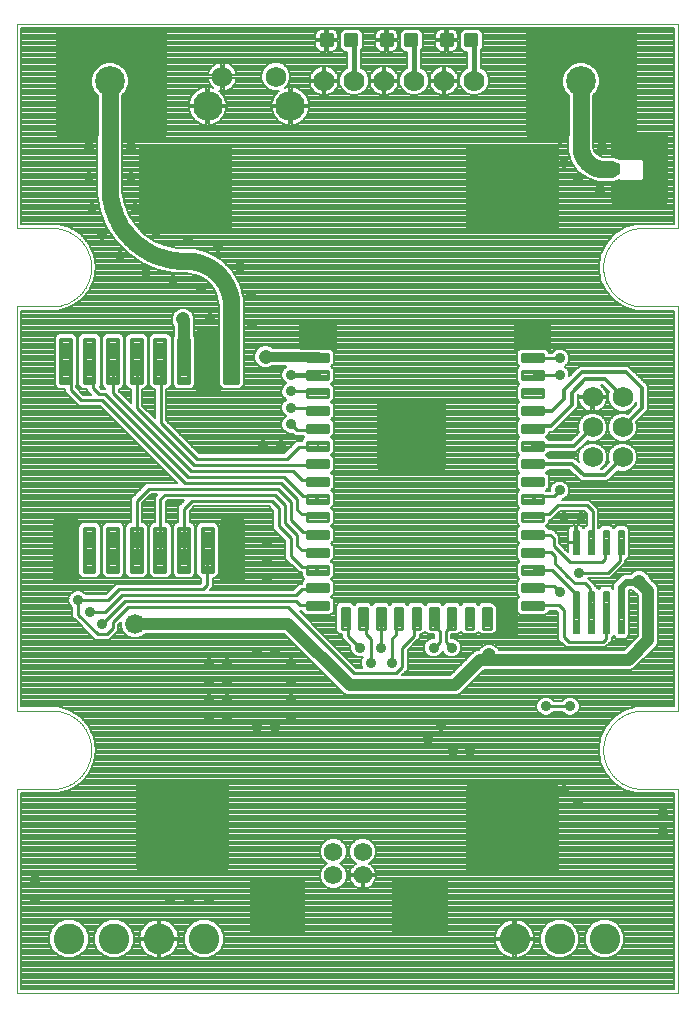
<source format=gtl>
G75*
%MOIN*%
%OFA0B0*%
%FSLAX25Y25*%
%IPPOS*%
%LPD*%
%AMOC8*
5,1,8,0,0,1.08239X$1,22.5*
%
%ADD10C,0.00000*%
%ADD11C,0.23000*%
%ADD12C,0.13055*%
%ADD13C,0.06157*%
%ADD14C,0.01063*%
%ADD15C,0.01937*%
%ADD16C,0.00709*%
%ADD17C,0.10236*%
%ADD18C,0.09906*%
%ADD19C,0.10693*%
%ADD20C,0.01417*%
%ADD21C,0.01654*%
%ADD22C,0.06800*%
%ADD23C,0.09900*%
%ADD24C,0.07000*%
%ADD25C,0.01181*%
%ADD26C,0.01713*%
%ADD27C,0.00800*%
%ADD28R,0.15024X0.15024*%
%ADD29C,0.03569*%
%ADD30C,0.01000*%
%ADD31C,0.04750*%
%ADD32C,0.03200*%
%ADD33C,0.02400*%
%ADD34C,0.04000*%
%ADD35C,0.06600*%
%ADD36C,0.01600*%
%ADD37C,0.01200*%
%ADD38C,0.05600*%
D10*
X0001400Y0025558D02*
X0001400Y0093471D01*
X0013231Y0093471D01*
X0013549Y0093475D01*
X0013867Y0093487D01*
X0014185Y0093506D01*
X0014502Y0093533D01*
X0014819Y0093568D01*
X0015134Y0093610D01*
X0015448Y0093660D01*
X0015762Y0093718D01*
X0016073Y0093784D01*
X0016383Y0093857D01*
X0016691Y0093937D01*
X0016997Y0094025D01*
X0017300Y0094121D01*
X0017602Y0094223D01*
X0017900Y0094333D01*
X0018196Y0094451D01*
X0018489Y0094575D01*
X0018779Y0094707D01*
X0019066Y0094845D01*
X0019349Y0094991D01*
X0019628Y0095143D01*
X0019904Y0095303D01*
X0020176Y0095468D01*
X0020443Y0095641D01*
X0020706Y0095820D01*
X0020965Y0096005D01*
X0021220Y0096196D01*
X0021469Y0096394D01*
X0021714Y0096598D01*
X0021954Y0096807D01*
X0022188Y0097022D01*
X0022417Y0097243D01*
X0022641Y0097470D01*
X0022859Y0097702D01*
X0023071Y0097939D01*
X0023278Y0098181D01*
X0023479Y0098428D01*
X0023673Y0098680D01*
X0023862Y0098937D01*
X0024044Y0099198D01*
X0024219Y0099463D01*
X0024388Y0099733D01*
X0024551Y0100007D01*
X0024707Y0100284D01*
X0024856Y0100565D01*
X0024998Y0100850D01*
X0025133Y0101138D01*
X0025261Y0101430D01*
X0025382Y0101724D01*
X0025495Y0102022D01*
X0025602Y0102322D01*
X0025701Y0102624D01*
X0025793Y0102929D01*
X0025877Y0103236D01*
X0025954Y0103545D01*
X0026023Y0103856D01*
X0026085Y0104168D01*
X0026139Y0104482D01*
X0026185Y0104796D01*
X0026224Y0105112D01*
X0026255Y0105429D01*
X0026278Y0105747D01*
X0026293Y0106065D01*
X0026301Y0106383D01*
X0026301Y0106701D01*
X0026293Y0107019D01*
X0026278Y0107337D01*
X0026255Y0107655D01*
X0026224Y0107972D01*
X0026185Y0108288D01*
X0026139Y0108602D01*
X0026085Y0108916D01*
X0026023Y0109228D01*
X0025954Y0109539D01*
X0025877Y0109848D01*
X0025793Y0110155D01*
X0025701Y0110460D01*
X0025602Y0110762D01*
X0025495Y0111062D01*
X0025382Y0111360D01*
X0025261Y0111654D01*
X0025133Y0111946D01*
X0024998Y0112234D01*
X0024856Y0112519D01*
X0024707Y0112800D01*
X0024551Y0113078D01*
X0024388Y0113351D01*
X0024219Y0113621D01*
X0024044Y0113886D01*
X0023862Y0114147D01*
X0023673Y0114404D01*
X0023479Y0114656D01*
X0023278Y0114903D01*
X0023071Y0115145D01*
X0022859Y0115382D01*
X0022641Y0115614D01*
X0022417Y0115841D01*
X0022188Y0116062D01*
X0021954Y0116277D01*
X0021714Y0116486D01*
X0021469Y0116690D01*
X0021220Y0116888D01*
X0020965Y0117079D01*
X0020706Y0117264D01*
X0020443Y0117443D01*
X0020176Y0117616D01*
X0019904Y0117781D01*
X0019628Y0117941D01*
X0019349Y0118093D01*
X0019066Y0118239D01*
X0018779Y0118377D01*
X0018489Y0118509D01*
X0018196Y0118633D01*
X0017900Y0118751D01*
X0017602Y0118861D01*
X0017300Y0118963D01*
X0016997Y0119059D01*
X0016691Y0119147D01*
X0016383Y0119227D01*
X0016073Y0119300D01*
X0015762Y0119366D01*
X0015448Y0119424D01*
X0015134Y0119474D01*
X0014819Y0119516D01*
X0014502Y0119551D01*
X0014185Y0119578D01*
X0013867Y0119597D01*
X0013549Y0119609D01*
X0013231Y0119613D01*
X0001400Y0119613D01*
X0001400Y0254337D01*
X0013231Y0254337D01*
X0013549Y0254341D01*
X0013867Y0254353D01*
X0014185Y0254372D01*
X0014502Y0254399D01*
X0014819Y0254434D01*
X0015134Y0254476D01*
X0015448Y0254526D01*
X0015762Y0254584D01*
X0016073Y0254650D01*
X0016383Y0254723D01*
X0016691Y0254803D01*
X0016997Y0254891D01*
X0017300Y0254987D01*
X0017602Y0255089D01*
X0017900Y0255199D01*
X0018196Y0255317D01*
X0018489Y0255441D01*
X0018779Y0255573D01*
X0019066Y0255711D01*
X0019349Y0255857D01*
X0019628Y0256009D01*
X0019904Y0256169D01*
X0020176Y0256334D01*
X0020443Y0256507D01*
X0020706Y0256686D01*
X0020965Y0256871D01*
X0021220Y0257062D01*
X0021469Y0257260D01*
X0021714Y0257464D01*
X0021954Y0257673D01*
X0022188Y0257888D01*
X0022417Y0258109D01*
X0022641Y0258336D01*
X0022859Y0258568D01*
X0023071Y0258805D01*
X0023278Y0259047D01*
X0023479Y0259294D01*
X0023673Y0259546D01*
X0023862Y0259803D01*
X0024044Y0260064D01*
X0024219Y0260329D01*
X0024388Y0260599D01*
X0024551Y0260873D01*
X0024707Y0261150D01*
X0024856Y0261431D01*
X0024998Y0261716D01*
X0025133Y0262004D01*
X0025261Y0262296D01*
X0025382Y0262590D01*
X0025495Y0262888D01*
X0025602Y0263188D01*
X0025701Y0263490D01*
X0025793Y0263795D01*
X0025877Y0264102D01*
X0025954Y0264411D01*
X0026023Y0264722D01*
X0026085Y0265034D01*
X0026139Y0265348D01*
X0026185Y0265662D01*
X0026224Y0265978D01*
X0026255Y0266295D01*
X0026278Y0266613D01*
X0026293Y0266931D01*
X0026301Y0267249D01*
X0026301Y0267567D01*
X0026293Y0267885D01*
X0026278Y0268203D01*
X0026255Y0268521D01*
X0026224Y0268838D01*
X0026185Y0269154D01*
X0026139Y0269468D01*
X0026085Y0269782D01*
X0026023Y0270094D01*
X0025954Y0270405D01*
X0025877Y0270714D01*
X0025793Y0271021D01*
X0025701Y0271326D01*
X0025602Y0271628D01*
X0025495Y0271928D01*
X0025382Y0272226D01*
X0025261Y0272520D01*
X0025133Y0272812D01*
X0024998Y0273100D01*
X0024856Y0273385D01*
X0024707Y0273666D01*
X0024551Y0273944D01*
X0024388Y0274217D01*
X0024219Y0274487D01*
X0024044Y0274752D01*
X0023862Y0275013D01*
X0023673Y0275270D01*
X0023479Y0275522D01*
X0023278Y0275769D01*
X0023071Y0276011D01*
X0022859Y0276248D01*
X0022641Y0276480D01*
X0022417Y0276707D01*
X0022188Y0276928D01*
X0021954Y0277143D01*
X0021714Y0277352D01*
X0021469Y0277556D01*
X0021220Y0277754D01*
X0020965Y0277945D01*
X0020706Y0278130D01*
X0020443Y0278309D01*
X0020176Y0278482D01*
X0019904Y0278647D01*
X0019628Y0278807D01*
X0019349Y0278959D01*
X0019066Y0279105D01*
X0018779Y0279243D01*
X0018489Y0279375D01*
X0018196Y0279499D01*
X0017900Y0279617D01*
X0017602Y0279727D01*
X0017300Y0279829D01*
X0016997Y0279925D01*
X0016691Y0280013D01*
X0016383Y0280093D01*
X0016073Y0280166D01*
X0015762Y0280232D01*
X0015448Y0280290D01*
X0015134Y0280340D01*
X0014819Y0280382D01*
X0014502Y0280417D01*
X0014185Y0280444D01*
X0013867Y0280463D01*
X0013549Y0280475D01*
X0013231Y0280479D01*
X0001400Y0280479D01*
X0001400Y0348392D01*
X0221872Y0348392D01*
X0221872Y0280479D01*
X0210042Y0280479D01*
X0209724Y0280475D01*
X0209406Y0280463D01*
X0209088Y0280444D01*
X0208771Y0280417D01*
X0208454Y0280382D01*
X0208139Y0280340D01*
X0207825Y0280290D01*
X0207511Y0280232D01*
X0207200Y0280166D01*
X0206890Y0280093D01*
X0206582Y0280013D01*
X0206276Y0279925D01*
X0205973Y0279829D01*
X0205671Y0279727D01*
X0205373Y0279617D01*
X0205077Y0279499D01*
X0204784Y0279375D01*
X0204494Y0279243D01*
X0204207Y0279105D01*
X0203924Y0278959D01*
X0203645Y0278807D01*
X0203369Y0278647D01*
X0203097Y0278482D01*
X0202830Y0278309D01*
X0202567Y0278130D01*
X0202308Y0277945D01*
X0202053Y0277754D01*
X0201804Y0277556D01*
X0201559Y0277352D01*
X0201319Y0277143D01*
X0201085Y0276928D01*
X0200856Y0276707D01*
X0200632Y0276480D01*
X0200414Y0276248D01*
X0200202Y0276011D01*
X0199995Y0275769D01*
X0199794Y0275522D01*
X0199600Y0275270D01*
X0199411Y0275013D01*
X0199229Y0274752D01*
X0199054Y0274487D01*
X0198885Y0274217D01*
X0198722Y0273944D01*
X0198566Y0273666D01*
X0198417Y0273385D01*
X0198275Y0273100D01*
X0198140Y0272812D01*
X0198012Y0272520D01*
X0197891Y0272226D01*
X0197778Y0271928D01*
X0197671Y0271628D01*
X0197572Y0271326D01*
X0197480Y0271021D01*
X0197396Y0270714D01*
X0197319Y0270405D01*
X0197250Y0270094D01*
X0197188Y0269782D01*
X0197134Y0269468D01*
X0197088Y0269154D01*
X0197049Y0268838D01*
X0197018Y0268521D01*
X0196995Y0268203D01*
X0196980Y0267885D01*
X0196972Y0267567D01*
X0196972Y0267249D01*
X0196980Y0266931D01*
X0196995Y0266613D01*
X0197018Y0266295D01*
X0197049Y0265978D01*
X0197088Y0265662D01*
X0197134Y0265348D01*
X0197188Y0265034D01*
X0197250Y0264722D01*
X0197319Y0264411D01*
X0197396Y0264102D01*
X0197480Y0263795D01*
X0197572Y0263490D01*
X0197671Y0263188D01*
X0197778Y0262888D01*
X0197891Y0262590D01*
X0198012Y0262296D01*
X0198140Y0262004D01*
X0198275Y0261716D01*
X0198417Y0261431D01*
X0198566Y0261150D01*
X0198722Y0260872D01*
X0198885Y0260599D01*
X0199054Y0260329D01*
X0199229Y0260064D01*
X0199411Y0259803D01*
X0199600Y0259546D01*
X0199794Y0259294D01*
X0199995Y0259047D01*
X0200202Y0258805D01*
X0200414Y0258568D01*
X0200632Y0258336D01*
X0200856Y0258109D01*
X0201085Y0257888D01*
X0201319Y0257673D01*
X0201559Y0257464D01*
X0201804Y0257260D01*
X0202053Y0257062D01*
X0202308Y0256871D01*
X0202567Y0256686D01*
X0202830Y0256507D01*
X0203097Y0256334D01*
X0203369Y0256169D01*
X0203645Y0256009D01*
X0203924Y0255857D01*
X0204207Y0255711D01*
X0204494Y0255573D01*
X0204784Y0255441D01*
X0205077Y0255317D01*
X0205373Y0255199D01*
X0205671Y0255089D01*
X0205973Y0254987D01*
X0206276Y0254891D01*
X0206582Y0254803D01*
X0206890Y0254723D01*
X0207200Y0254650D01*
X0207511Y0254584D01*
X0207825Y0254526D01*
X0208139Y0254476D01*
X0208454Y0254434D01*
X0208771Y0254399D01*
X0209088Y0254372D01*
X0209406Y0254353D01*
X0209724Y0254341D01*
X0210042Y0254337D01*
X0221872Y0254337D01*
X0221872Y0119613D01*
X0210042Y0119613D01*
X0209724Y0119609D01*
X0209406Y0119597D01*
X0209088Y0119578D01*
X0208771Y0119551D01*
X0208454Y0119516D01*
X0208139Y0119474D01*
X0207825Y0119424D01*
X0207511Y0119366D01*
X0207200Y0119300D01*
X0206890Y0119227D01*
X0206582Y0119147D01*
X0206276Y0119059D01*
X0205973Y0118963D01*
X0205671Y0118861D01*
X0205373Y0118751D01*
X0205077Y0118633D01*
X0204784Y0118509D01*
X0204494Y0118377D01*
X0204207Y0118239D01*
X0203924Y0118093D01*
X0203645Y0117941D01*
X0203369Y0117781D01*
X0203097Y0117616D01*
X0202830Y0117443D01*
X0202567Y0117264D01*
X0202308Y0117079D01*
X0202053Y0116888D01*
X0201804Y0116690D01*
X0201559Y0116486D01*
X0201319Y0116277D01*
X0201085Y0116062D01*
X0200856Y0115841D01*
X0200632Y0115614D01*
X0200414Y0115382D01*
X0200202Y0115145D01*
X0199995Y0114903D01*
X0199794Y0114656D01*
X0199600Y0114404D01*
X0199411Y0114147D01*
X0199229Y0113886D01*
X0199054Y0113621D01*
X0198885Y0113351D01*
X0198722Y0113077D01*
X0198566Y0112800D01*
X0198417Y0112519D01*
X0198275Y0112234D01*
X0198140Y0111946D01*
X0198012Y0111654D01*
X0197891Y0111360D01*
X0197778Y0111062D01*
X0197671Y0110762D01*
X0197572Y0110460D01*
X0197480Y0110155D01*
X0197396Y0109848D01*
X0197319Y0109539D01*
X0197250Y0109228D01*
X0197188Y0108916D01*
X0197134Y0108602D01*
X0197088Y0108288D01*
X0197049Y0107972D01*
X0197018Y0107655D01*
X0196995Y0107337D01*
X0196980Y0107019D01*
X0196972Y0106701D01*
X0196972Y0106383D01*
X0196980Y0106065D01*
X0196995Y0105747D01*
X0197018Y0105429D01*
X0197049Y0105112D01*
X0197088Y0104796D01*
X0197134Y0104482D01*
X0197188Y0104168D01*
X0197250Y0103856D01*
X0197319Y0103545D01*
X0197396Y0103236D01*
X0197480Y0102929D01*
X0197572Y0102624D01*
X0197671Y0102322D01*
X0197778Y0102022D01*
X0197891Y0101724D01*
X0198012Y0101430D01*
X0198140Y0101138D01*
X0198275Y0100850D01*
X0198417Y0100565D01*
X0198566Y0100284D01*
X0198722Y0100006D01*
X0198885Y0099733D01*
X0199054Y0099463D01*
X0199229Y0099198D01*
X0199411Y0098937D01*
X0199600Y0098680D01*
X0199794Y0098428D01*
X0199995Y0098181D01*
X0200202Y0097939D01*
X0200414Y0097702D01*
X0200632Y0097470D01*
X0200856Y0097243D01*
X0201085Y0097022D01*
X0201319Y0096807D01*
X0201559Y0096598D01*
X0201804Y0096394D01*
X0202053Y0096196D01*
X0202308Y0096005D01*
X0202567Y0095820D01*
X0202830Y0095641D01*
X0203097Y0095468D01*
X0203369Y0095303D01*
X0203645Y0095143D01*
X0203924Y0094991D01*
X0204207Y0094845D01*
X0204494Y0094707D01*
X0204784Y0094575D01*
X0205077Y0094451D01*
X0205373Y0094333D01*
X0205671Y0094223D01*
X0205973Y0094121D01*
X0206276Y0094025D01*
X0206582Y0093937D01*
X0206890Y0093857D01*
X0207200Y0093784D01*
X0207511Y0093718D01*
X0207825Y0093660D01*
X0208139Y0093610D01*
X0208454Y0093568D01*
X0208771Y0093533D01*
X0209088Y0093506D01*
X0209406Y0093487D01*
X0209724Y0093475D01*
X0210042Y0093471D01*
X0221872Y0093471D01*
X0221872Y0025558D01*
X0001400Y0025558D01*
D11*
X0056518Y0080676D03*
X0166754Y0080676D03*
X0166754Y0293274D03*
X0056518Y0293274D03*
D12*
X0088199Y0054058D03*
X0135601Y0054058D03*
D13*
X0116821Y0064727D03*
X0116821Y0072601D03*
X0106979Y0072601D03*
X0106979Y0064727D03*
D14*
X0112250Y0146931D02*
X0112250Y0153743D01*
X0112250Y0146931D02*
X0109770Y0146931D01*
X0109770Y0153743D01*
X0112250Y0153743D01*
X0112250Y0147993D02*
X0109770Y0147993D01*
X0109770Y0149055D02*
X0112250Y0149055D01*
X0112250Y0150117D02*
X0109770Y0150117D01*
X0109770Y0151179D02*
X0112250Y0151179D01*
X0112250Y0152241D02*
X0109770Y0152241D01*
X0109770Y0153303D02*
X0112250Y0153303D01*
X0118156Y0153743D02*
X0118156Y0146931D01*
X0115676Y0146931D01*
X0115676Y0153743D01*
X0118156Y0153743D01*
X0118156Y0147993D02*
X0115676Y0147993D01*
X0115676Y0149055D02*
X0118156Y0149055D01*
X0118156Y0150117D02*
X0115676Y0150117D01*
X0115676Y0151179D02*
X0118156Y0151179D01*
X0118156Y0152241D02*
X0115676Y0152241D01*
X0115676Y0153303D02*
X0118156Y0153303D01*
X0124061Y0153743D02*
X0124061Y0146931D01*
X0121581Y0146931D01*
X0121581Y0153743D01*
X0124061Y0153743D01*
X0124061Y0147993D02*
X0121581Y0147993D01*
X0121581Y0149055D02*
X0124061Y0149055D01*
X0124061Y0150117D02*
X0121581Y0150117D01*
X0121581Y0151179D02*
X0124061Y0151179D01*
X0124061Y0152241D02*
X0121581Y0152241D01*
X0121581Y0153303D02*
X0124061Y0153303D01*
X0129967Y0153743D02*
X0129967Y0146931D01*
X0127487Y0146931D01*
X0127487Y0153743D01*
X0129967Y0153743D01*
X0129967Y0147993D02*
X0127487Y0147993D01*
X0127487Y0149055D02*
X0129967Y0149055D01*
X0129967Y0150117D02*
X0127487Y0150117D01*
X0127487Y0151179D02*
X0129967Y0151179D01*
X0129967Y0152241D02*
X0127487Y0152241D01*
X0127487Y0153303D02*
X0129967Y0153303D01*
X0135872Y0153743D02*
X0135872Y0146931D01*
X0133392Y0146931D01*
X0133392Y0153743D01*
X0135872Y0153743D01*
X0135872Y0147993D02*
X0133392Y0147993D01*
X0133392Y0149055D02*
X0135872Y0149055D01*
X0135872Y0150117D02*
X0133392Y0150117D01*
X0133392Y0151179D02*
X0135872Y0151179D01*
X0135872Y0152241D02*
X0133392Y0152241D01*
X0133392Y0153303D02*
X0135872Y0153303D01*
X0141778Y0153743D02*
X0141778Y0146931D01*
X0139298Y0146931D01*
X0139298Y0153743D01*
X0141778Y0153743D01*
X0141778Y0147993D02*
X0139298Y0147993D01*
X0139298Y0149055D02*
X0141778Y0149055D01*
X0141778Y0150117D02*
X0139298Y0150117D01*
X0139298Y0151179D02*
X0141778Y0151179D01*
X0141778Y0152241D02*
X0139298Y0152241D01*
X0139298Y0153303D02*
X0141778Y0153303D01*
X0147683Y0153743D02*
X0147683Y0146931D01*
X0145203Y0146931D01*
X0145203Y0153743D01*
X0147683Y0153743D01*
X0147683Y0147993D02*
X0145203Y0147993D01*
X0145203Y0149055D02*
X0147683Y0149055D01*
X0147683Y0150117D02*
X0145203Y0150117D01*
X0145203Y0151179D02*
X0147683Y0151179D01*
X0147683Y0152241D02*
X0145203Y0152241D01*
X0145203Y0153303D02*
X0147683Y0153303D01*
X0153589Y0153743D02*
X0153589Y0146931D01*
X0151109Y0146931D01*
X0151109Y0153743D01*
X0153589Y0153743D01*
X0153589Y0147993D02*
X0151109Y0147993D01*
X0151109Y0149055D02*
X0153589Y0149055D01*
X0153589Y0150117D02*
X0151109Y0150117D01*
X0151109Y0151179D02*
X0153589Y0151179D01*
X0153589Y0152241D02*
X0151109Y0152241D01*
X0151109Y0153303D02*
X0153589Y0153303D01*
X0159494Y0153743D02*
X0159494Y0146931D01*
X0157014Y0146931D01*
X0157014Y0153743D01*
X0159494Y0153743D01*
X0159494Y0147993D02*
X0157014Y0147993D01*
X0157014Y0149055D02*
X0159494Y0149055D01*
X0159494Y0150117D02*
X0157014Y0150117D01*
X0157014Y0151179D02*
X0159494Y0151179D01*
X0159494Y0152241D02*
X0157014Y0152241D01*
X0157014Y0153303D02*
X0159494Y0153303D01*
X0165400Y0153743D02*
X0165400Y0146931D01*
X0162920Y0146931D01*
X0162920Y0153743D01*
X0165400Y0153743D01*
X0165400Y0147993D02*
X0162920Y0147993D01*
X0162920Y0149055D02*
X0165400Y0149055D01*
X0165400Y0150117D02*
X0162920Y0150117D01*
X0162920Y0151179D02*
X0165400Y0151179D01*
X0165400Y0152241D02*
X0162920Y0152241D01*
X0162920Y0153303D02*
X0165400Y0153303D01*
X0170006Y0153428D02*
X0176818Y0153428D01*
X0170006Y0153428D02*
X0170006Y0155908D01*
X0176818Y0155908D01*
X0176818Y0153428D01*
X0176818Y0154490D02*
X0170006Y0154490D01*
X0170006Y0155552D02*
X0176818Y0155552D01*
X0176818Y0159333D02*
X0170006Y0159333D01*
X0170006Y0161813D01*
X0176818Y0161813D01*
X0176818Y0159333D01*
X0176818Y0160395D02*
X0170006Y0160395D01*
X0170006Y0161457D02*
X0176818Y0161457D01*
X0176818Y0165239D02*
X0170006Y0165239D01*
X0170006Y0167719D01*
X0176818Y0167719D01*
X0176818Y0165239D01*
X0176818Y0166301D02*
X0170006Y0166301D01*
X0170006Y0167363D02*
X0176818Y0167363D01*
X0176818Y0171145D02*
X0170006Y0171145D01*
X0170006Y0173625D01*
X0176818Y0173625D01*
X0176818Y0171145D01*
X0176818Y0172207D02*
X0170006Y0172207D01*
X0170006Y0173269D02*
X0176818Y0173269D01*
X0176818Y0177050D02*
X0170006Y0177050D01*
X0170006Y0179530D01*
X0176818Y0179530D01*
X0176818Y0177050D01*
X0176818Y0178112D02*
X0170006Y0178112D01*
X0170006Y0179174D02*
X0176818Y0179174D01*
X0176818Y0182956D02*
X0170006Y0182956D01*
X0170006Y0185436D01*
X0176818Y0185436D01*
X0176818Y0182956D01*
X0176818Y0184018D02*
X0170006Y0184018D01*
X0170006Y0185080D02*
X0176818Y0185080D01*
X0176818Y0188861D02*
X0170006Y0188861D01*
X0170006Y0191341D01*
X0176818Y0191341D01*
X0176818Y0188861D01*
X0176818Y0189923D02*
X0170006Y0189923D01*
X0170006Y0190985D02*
X0176818Y0190985D01*
X0176818Y0194767D02*
X0170006Y0194767D01*
X0170006Y0197247D01*
X0176818Y0197247D01*
X0176818Y0194767D01*
X0176818Y0195829D02*
X0170006Y0195829D01*
X0170006Y0196891D02*
X0176818Y0196891D01*
X0176818Y0200672D02*
X0170006Y0200672D01*
X0170006Y0203152D01*
X0176818Y0203152D01*
X0176818Y0200672D01*
X0176818Y0201734D02*
X0170006Y0201734D01*
X0170006Y0202796D02*
X0176818Y0202796D01*
X0176818Y0206578D02*
X0170006Y0206578D01*
X0170006Y0209058D01*
X0176818Y0209058D01*
X0176818Y0206578D01*
X0176818Y0207640D02*
X0170006Y0207640D01*
X0170006Y0208702D02*
X0176818Y0208702D01*
X0176818Y0212483D02*
X0170006Y0212483D01*
X0170006Y0214963D01*
X0176818Y0214963D01*
X0176818Y0212483D01*
X0176818Y0213545D02*
X0170006Y0213545D01*
X0170006Y0214607D02*
X0176818Y0214607D01*
X0176818Y0218389D02*
X0170006Y0218389D01*
X0170006Y0220869D01*
X0176818Y0220869D01*
X0176818Y0218389D01*
X0176818Y0219451D02*
X0170006Y0219451D01*
X0170006Y0220513D02*
X0176818Y0220513D01*
X0176818Y0224294D02*
X0170006Y0224294D01*
X0170006Y0226774D01*
X0176818Y0226774D01*
X0176818Y0224294D01*
X0176818Y0225356D02*
X0170006Y0225356D01*
X0170006Y0226418D02*
X0176818Y0226418D01*
X0176818Y0230200D02*
X0170006Y0230200D01*
X0170006Y0232680D01*
X0176818Y0232680D01*
X0176818Y0230200D01*
X0176818Y0231262D02*
X0170006Y0231262D01*
X0170006Y0232324D02*
X0176818Y0232324D01*
X0176818Y0236105D02*
X0170006Y0236105D01*
X0170006Y0238585D01*
X0176818Y0238585D01*
X0176818Y0236105D01*
X0176818Y0237167D02*
X0170006Y0237167D01*
X0170006Y0238229D02*
X0176818Y0238229D01*
X0176818Y0242011D02*
X0170006Y0242011D01*
X0170006Y0244491D01*
X0176818Y0244491D01*
X0176818Y0242011D01*
X0176818Y0243073D02*
X0170006Y0243073D01*
X0170006Y0244135D02*
X0176818Y0244135D01*
X0105164Y0242011D02*
X0098352Y0242011D01*
X0098352Y0244491D01*
X0105164Y0244491D01*
X0105164Y0242011D01*
X0105164Y0243073D02*
X0098352Y0243073D01*
X0098352Y0244135D02*
X0105164Y0244135D01*
X0105164Y0236105D02*
X0098352Y0236105D01*
X0098352Y0238585D01*
X0105164Y0238585D01*
X0105164Y0236105D01*
X0105164Y0237167D02*
X0098352Y0237167D01*
X0098352Y0238229D02*
X0105164Y0238229D01*
X0105164Y0230200D02*
X0098352Y0230200D01*
X0098352Y0232680D01*
X0105164Y0232680D01*
X0105164Y0230200D01*
X0105164Y0231262D02*
X0098352Y0231262D01*
X0098352Y0232324D02*
X0105164Y0232324D01*
X0105164Y0224294D02*
X0098352Y0224294D01*
X0098352Y0226774D01*
X0105164Y0226774D01*
X0105164Y0224294D01*
X0105164Y0225356D02*
X0098352Y0225356D01*
X0098352Y0226418D02*
X0105164Y0226418D01*
X0105164Y0218389D02*
X0098352Y0218389D01*
X0098352Y0220869D01*
X0105164Y0220869D01*
X0105164Y0218389D01*
X0105164Y0219451D02*
X0098352Y0219451D01*
X0098352Y0220513D02*
X0105164Y0220513D01*
X0105164Y0212483D02*
X0098352Y0212483D01*
X0098352Y0214963D01*
X0105164Y0214963D01*
X0105164Y0212483D01*
X0105164Y0213545D02*
X0098352Y0213545D01*
X0098352Y0214607D02*
X0105164Y0214607D01*
X0105164Y0206578D02*
X0098352Y0206578D01*
X0098352Y0209058D01*
X0105164Y0209058D01*
X0105164Y0206578D01*
X0105164Y0207640D02*
X0098352Y0207640D01*
X0098352Y0208702D02*
X0105164Y0208702D01*
X0105164Y0200672D02*
X0098352Y0200672D01*
X0098352Y0203152D01*
X0105164Y0203152D01*
X0105164Y0200672D01*
X0105164Y0201734D02*
X0098352Y0201734D01*
X0098352Y0202796D02*
X0105164Y0202796D01*
X0105164Y0194767D02*
X0098352Y0194767D01*
X0098352Y0197247D01*
X0105164Y0197247D01*
X0105164Y0194767D01*
X0105164Y0195829D02*
X0098352Y0195829D01*
X0098352Y0196891D02*
X0105164Y0196891D01*
X0105164Y0188861D02*
X0098352Y0188861D01*
X0098352Y0191341D01*
X0105164Y0191341D01*
X0105164Y0188861D01*
X0105164Y0189923D02*
X0098352Y0189923D01*
X0098352Y0190985D02*
X0105164Y0190985D01*
X0105164Y0182956D02*
X0098352Y0182956D01*
X0098352Y0185436D01*
X0105164Y0185436D01*
X0105164Y0182956D01*
X0105164Y0184018D02*
X0098352Y0184018D01*
X0098352Y0185080D02*
X0105164Y0185080D01*
X0105164Y0177050D02*
X0098352Y0177050D01*
X0098352Y0179530D01*
X0105164Y0179530D01*
X0105164Y0177050D01*
X0105164Y0178112D02*
X0098352Y0178112D01*
X0098352Y0179174D02*
X0105164Y0179174D01*
X0105164Y0171145D02*
X0098352Y0171145D01*
X0098352Y0173625D01*
X0105164Y0173625D01*
X0105164Y0171145D01*
X0105164Y0172207D02*
X0098352Y0172207D01*
X0098352Y0173269D02*
X0105164Y0173269D01*
X0105164Y0165239D02*
X0098352Y0165239D01*
X0098352Y0167719D01*
X0105164Y0167719D01*
X0105164Y0165239D01*
X0105164Y0166301D02*
X0098352Y0166301D01*
X0098352Y0167363D02*
X0105164Y0167363D01*
X0105164Y0159333D02*
X0098352Y0159333D01*
X0098352Y0161813D01*
X0105164Y0161813D01*
X0105164Y0159333D01*
X0105164Y0160395D02*
X0098352Y0160395D01*
X0098352Y0161457D02*
X0105164Y0161457D01*
X0105164Y0153428D02*
X0098352Y0153428D01*
X0098352Y0155908D01*
X0105164Y0155908D01*
X0105164Y0153428D01*
X0105164Y0154490D02*
X0098352Y0154490D01*
X0098352Y0155552D02*
X0105164Y0155552D01*
D15*
X0125797Y0204455D02*
X0140003Y0204455D01*
X0125797Y0204455D02*
X0125797Y0218661D01*
X0140003Y0218661D01*
X0140003Y0204455D01*
X0140003Y0206391D02*
X0125797Y0206391D01*
X0125797Y0208327D02*
X0140003Y0208327D01*
X0140003Y0210263D02*
X0125797Y0210263D01*
X0125797Y0212199D02*
X0140003Y0212199D01*
X0140003Y0214135D02*
X0125797Y0214135D01*
X0125797Y0216071D02*
X0140003Y0216071D01*
X0140003Y0218007D02*
X0125797Y0218007D01*
D16*
X0187073Y0179644D02*
X0188727Y0179644D01*
X0188727Y0171692D01*
X0187073Y0171692D01*
X0187073Y0179644D01*
X0187073Y0172400D02*
X0188727Y0172400D01*
X0188727Y0173108D02*
X0187073Y0173108D01*
X0187073Y0173816D02*
X0188727Y0173816D01*
X0188727Y0174524D02*
X0187073Y0174524D01*
X0187073Y0175232D02*
X0188727Y0175232D01*
X0188727Y0175940D02*
X0187073Y0175940D01*
X0187073Y0176648D02*
X0188727Y0176648D01*
X0188727Y0177356D02*
X0187073Y0177356D01*
X0187073Y0178064D02*
X0188727Y0178064D01*
X0188727Y0178772D02*
X0187073Y0178772D01*
X0187073Y0179480D02*
X0188727Y0179480D01*
X0192073Y0179644D02*
X0193727Y0179644D01*
X0193727Y0171692D01*
X0192073Y0171692D01*
X0192073Y0179644D01*
X0192073Y0172400D02*
X0193727Y0172400D01*
X0193727Y0173108D02*
X0192073Y0173108D01*
X0192073Y0173816D02*
X0193727Y0173816D01*
X0193727Y0174524D02*
X0192073Y0174524D01*
X0192073Y0175232D02*
X0193727Y0175232D01*
X0193727Y0175940D02*
X0192073Y0175940D01*
X0192073Y0176648D02*
X0193727Y0176648D01*
X0193727Y0177356D02*
X0192073Y0177356D01*
X0192073Y0178064D02*
X0193727Y0178064D01*
X0193727Y0178772D02*
X0192073Y0178772D01*
X0192073Y0179480D02*
X0193727Y0179480D01*
X0197073Y0179644D02*
X0198727Y0179644D01*
X0198727Y0171692D01*
X0197073Y0171692D01*
X0197073Y0179644D01*
X0197073Y0172400D02*
X0198727Y0172400D01*
X0198727Y0173108D02*
X0197073Y0173108D01*
X0197073Y0173816D02*
X0198727Y0173816D01*
X0198727Y0174524D02*
X0197073Y0174524D01*
X0197073Y0175232D02*
X0198727Y0175232D01*
X0198727Y0175940D02*
X0197073Y0175940D01*
X0197073Y0176648D02*
X0198727Y0176648D01*
X0198727Y0177356D02*
X0197073Y0177356D01*
X0197073Y0178064D02*
X0198727Y0178064D01*
X0198727Y0178772D02*
X0197073Y0178772D01*
X0197073Y0179480D02*
X0198727Y0179480D01*
X0202073Y0179644D02*
X0203727Y0179644D01*
X0203727Y0171692D01*
X0202073Y0171692D01*
X0202073Y0179644D01*
X0202073Y0172400D02*
X0203727Y0172400D01*
X0203727Y0173108D02*
X0202073Y0173108D01*
X0202073Y0173816D02*
X0203727Y0173816D01*
X0203727Y0174524D02*
X0202073Y0174524D01*
X0202073Y0175232D02*
X0203727Y0175232D01*
X0203727Y0175940D02*
X0202073Y0175940D01*
X0202073Y0176648D02*
X0203727Y0176648D01*
X0203727Y0177356D02*
X0202073Y0177356D01*
X0202073Y0178064D02*
X0203727Y0178064D01*
X0203727Y0178772D02*
X0202073Y0178772D01*
X0202073Y0179480D02*
X0203727Y0179480D01*
X0203727Y0159251D02*
X0202073Y0159251D01*
X0203727Y0159251D02*
X0203727Y0145393D01*
X0202073Y0145393D01*
X0202073Y0159251D01*
X0202073Y0146101D02*
X0203727Y0146101D01*
X0203727Y0146809D02*
X0202073Y0146809D01*
X0202073Y0147517D02*
X0203727Y0147517D01*
X0203727Y0148225D02*
X0202073Y0148225D01*
X0202073Y0148933D02*
X0203727Y0148933D01*
X0203727Y0149641D02*
X0202073Y0149641D01*
X0202073Y0150349D02*
X0203727Y0150349D01*
X0203727Y0151057D02*
X0202073Y0151057D01*
X0202073Y0151765D02*
X0203727Y0151765D01*
X0203727Y0152473D02*
X0202073Y0152473D01*
X0202073Y0153181D02*
X0203727Y0153181D01*
X0203727Y0153889D02*
X0202073Y0153889D01*
X0202073Y0154597D02*
X0203727Y0154597D01*
X0203727Y0155305D02*
X0202073Y0155305D01*
X0202073Y0156013D02*
X0203727Y0156013D01*
X0203727Y0156721D02*
X0202073Y0156721D01*
X0202073Y0157429D02*
X0203727Y0157429D01*
X0203727Y0158137D02*
X0202073Y0158137D01*
X0202073Y0158845D02*
X0203727Y0158845D01*
X0198727Y0159251D02*
X0197073Y0159251D01*
X0198727Y0159251D02*
X0198727Y0145393D01*
X0197073Y0145393D01*
X0197073Y0159251D01*
X0197073Y0146101D02*
X0198727Y0146101D01*
X0198727Y0146809D02*
X0197073Y0146809D01*
X0197073Y0147517D02*
X0198727Y0147517D01*
X0198727Y0148225D02*
X0197073Y0148225D01*
X0197073Y0148933D02*
X0198727Y0148933D01*
X0198727Y0149641D02*
X0197073Y0149641D01*
X0197073Y0150349D02*
X0198727Y0150349D01*
X0198727Y0151057D02*
X0197073Y0151057D01*
X0197073Y0151765D02*
X0198727Y0151765D01*
X0198727Y0152473D02*
X0197073Y0152473D01*
X0197073Y0153181D02*
X0198727Y0153181D01*
X0198727Y0153889D02*
X0197073Y0153889D01*
X0197073Y0154597D02*
X0198727Y0154597D01*
X0198727Y0155305D02*
X0197073Y0155305D01*
X0197073Y0156013D02*
X0198727Y0156013D01*
X0198727Y0156721D02*
X0197073Y0156721D01*
X0197073Y0157429D02*
X0198727Y0157429D01*
X0198727Y0158137D02*
X0197073Y0158137D01*
X0197073Y0158845D02*
X0198727Y0158845D01*
X0193727Y0159251D02*
X0192073Y0159251D01*
X0193727Y0159251D02*
X0193727Y0145393D01*
X0192073Y0145393D01*
X0192073Y0159251D01*
X0192073Y0146101D02*
X0193727Y0146101D01*
X0193727Y0146809D02*
X0192073Y0146809D01*
X0192073Y0147517D02*
X0193727Y0147517D01*
X0193727Y0148225D02*
X0192073Y0148225D01*
X0192073Y0148933D02*
X0193727Y0148933D01*
X0193727Y0149641D02*
X0192073Y0149641D01*
X0192073Y0150349D02*
X0193727Y0150349D01*
X0193727Y0151057D02*
X0192073Y0151057D01*
X0192073Y0151765D02*
X0193727Y0151765D01*
X0193727Y0152473D02*
X0192073Y0152473D01*
X0192073Y0153181D02*
X0193727Y0153181D01*
X0193727Y0153889D02*
X0192073Y0153889D01*
X0192073Y0154597D02*
X0193727Y0154597D01*
X0193727Y0155305D02*
X0192073Y0155305D01*
X0192073Y0156013D02*
X0193727Y0156013D01*
X0193727Y0156721D02*
X0192073Y0156721D01*
X0192073Y0157429D02*
X0193727Y0157429D01*
X0193727Y0158137D02*
X0192073Y0158137D01*
X0192073Y0158845D02*
X0193727Y0158845D01*
X0188727Y0159251D02*
X0187073Y0159251D01*
X0188727Y0159251D02*
X0188727Y0145393D01*
X0187073Y0145393D01*
X0187073Y0159251D01*
X0187073Y0146101D02*
X0188727Y0146101D01*
X0188727Y0146809D02*
X0187073Y0146809D01*
X0187073Y0147517D02*
X0188727Y0147517D01*
X0188727Y0148225D02*
X0187073Y0148225D01*
X0187073Y0148933D02*
X0188727Y0148933D01*
X0188727Y0149641D02*
X0187073Y0149641D01*
X0187073Y0150349D02*
X0188727Y0150349D01*
X0188727Y0151057D02*
X0187073Y0151057D01*
X0187073Y0151765D02*
X0188727Y0151765D01*
X0188727Y0152473D02*
X0187073Y0152473D01*
X0187073Y0153181D02*
X0188727Y0153181D01*
X0188727Y0153889D02*
X0187073Y0153889D01*
X0187073Y0154597D02*
X0188727Y0154597D01*
X0188727Y0155305D02*
X0187073Y0155305D01*
X0187073Y0156013D02*
X0188727Y0156013D01*
X0188727Y0156721D02*
X0187073Y0156721D01*
X0187073Y0157429D02*
X0188727Y0157429D01*
X0188727Y0158137D02*
X0187073Y0158137D01*
X0187073Y0158845D02*
X0188727Y0158845D01*
D17*
X0182400Y0043558D03*
X0197400Y0043558D03*
X0167400Y0043558D03*
X0063900Y0043558D03*
X0048900Y0043558D03*
X0033900Y0043558D03*
X0018900Y0043558D03*
D18*
X0032400Y0329558D03*
X0189400Y0329558D03*
D19*
X0179361Y0339597D03*
X0179361Y0319519D03*
X0199439Y0319519D03*
X0199439Y0339597D03*
X0042439Y0339597D03*
X0042439Y0319519D03*
X0022361Y0319519D03*
X0022361Y0339597D03*
D20*
X0024061Y0228888D02*
X0027369Y0228888D01*
X0024061Y0228888D02*
X0024061Y0243220D01*
X0027369Y0243220D01*
X0027369Y0228888D01*
X0027369Y0230304D02*
X0024061Y0230304D01*
X0024061Y0231720D02*
X0027369Y0231720D01*
X0027369Y0233136D02*
X0024061Y0233136D01*
X0024061Y0234552D02*
X0027369Y0234552D01*
X0027369Y0235968D02*
X0024061Y0235968D01*
X0024061Y0237384D02*
X0027369Y0237384D01*
X0027369Y0238800D02*
X0024061Y0238800D01*
X0024061Y0240216D02*
X0027369Y0240216D01*
X0027369Y0241632D02*
X0024061Y0241632D01*
X0024061Y0243048D02*
X0027369Y0243048D01*
X0031935Y0228888D02*
X0035243Y0228888D01*
X0031935Y0228888D02*
X0031935Y0243220D01*
X0035243Y0243220D01*
X0035243Y0228888D01*
X0035243Y0230304D02*
X0031935Y0230304D01*
X0031935Y0231720D02*
X0035243Y0231720D01*
X0035243Y0233136D02*
X0031935Y0233136D01*
X0031935Y0234552D02*
X0035243Y0234552D01*
X0035243Y0235968D02*
X0031935Y0235968D01*
X0031935Y0237384D02*
X0035243Y0237384D01*
X0035243Y0238800D02*
X0031935Y0238800D01*
X0031935Y0240216D02*
X0035243Y0240216D01*
X0035243Y0241632D02*
X0031935Y0241632D01*
X0031935Y0243048D02*
X0035243Y0243048D01*
X0039809Y0228888D02*
X0043117Y0228888D01*
X0039809Y0228888D02*
X0039809Y0243220D01*
X0043117Y0243220D01*
X0043117Y0228888D01*
X0043117Y0230304D02*
X0039809Y0230304D01*
X0039809Y0231720D02*
X0043117Y0231720D01*
X0043117Y0233136D02*
X0039809Y0233136D01*
X0039809Y0234552D02*
X0043117Y0234552D01*
X0043117Y0235968D02*
X0039809Y0235968D01*
X0039809Y0237384D02*
X0043117Y0237384D01*
X0043117Y0238800D02*
X0039809Y0238800D01*
X0039809Y0240216D02*
X0043117Y0240216D01*
X0043117Y0241632D02*
X0039809Y0241632D01*
X0039809Y0243048D02*
X0043117Y0243048D01*
X0047683Y0228888D02*
X0050991Y0228888D01*
X0047683Y0228888D02*
X0047683Y0243220D01*
X0050991Y0243220D01*
X0050991Y0228888D01*
X0050991Y0230304D02*
X0047683Y0230304D01*
X0047683Y0231720D02*
X0050991Y0231720D01*
X0050991Y0233136D02*
X0047683Y0233136D01*
X0047683Y0234552D02*
X0050991Y0234552D01*
X0050991Y0235968D02*
X0047683Y0235968D01*
X0047683Y0237384D02*
X0050991Y0237384D01*
X0050991Y0238800D02*
X0047683Y0238800D01*
X0047683Y0240216D02*
X0050991Y0240216D01*
X0050991Y0241632D02*
X0047683Y0241632D01*
X0047683Y0243048D02*
X0050991Y0243048D01*
X0055557Y0228888D02*
X0058865Y0228888D01*
X0055557Y0228888D02*
X0055557Y0243220D01*
X0058865Y0243220D01*
X0058865Y0228888D01*
X0058865Y0230304D02*
X0055557Y0230304D01*
X0055557Y0231720D02*
X0058865Y0231720D01*
X0058865Y0233136D02*
X0055557Y0233136D01*
X0055557Y0234552D02*
X0058865Y0234552D01*
X0058865Y0235968D02*
X0055557Y0235968D01*
X0055557Y0237384D02*
X0058865Y0237384D01*
X0058865Y0238800D02*
X0055557Y0238800D01*
X0055557Y0240216D02*
X0058865Y0240216D01*
X0058865Y0241632D02*
X0055557Y0241632D01*
X0055557Y0243048D02*
X0058865Y0243048D01*
X0063431Y0228888D02*
X0066739Y0228888D01*
X0063431Y0228888D02*
X0063431Y0243220D01*
X0066739Y0243220D01*
X0066739Y0228888D01*
X0066739Y0230304D02*
X0063431Y0230304D01*
X0063431Y0231720D02*
X0066739Y0231720D01*
X0066739Y0233136D02*
X0063431Y0233136D01*
X0063431Y0234552D02*
X0066739Y0234552D01*
X0066739Y0235968D02*
X0063431Y0235968D01*
X0063431Y0237384D02*
X0066739Y0237384D01*
X0066739Y0238800D02*
X0063431Y0238800D01*
X0063431Y0240216D02*
X0066739Y0240216D01*
X0066739Y0241632D02*
X0063431Y0241632D01*
X0063431Y0243048D02*
X0066739Y0243048D01*
X0066739Y0165896D02*
X0063431Y0165896D01*
X0063431Y0180228D01*
X0066739Y0180228D01*
X0066739Y0165896D01*
X0066739Y0167312D02*
X0063431Y0167312D01*
X0063431Y0168728D02*
X0066739Y0168728D01*
X0066739Y0170144D02*
X0063431Y0170144D01*
X0063431Y0171560D02*
X0066739Y0171560D01*
X0066739Y0172976D02*
X0063431Y0172976D01*
X0063431Y0174392D02*
X0066739Y0174392D01*
X0066739Y0175808D02*
X0063431Y0175808D01*
X0063431Y0177224D02*
X0066739Y0177224D01*
X0066739Y0178640D02*
X0063431Y0178640D01*
X0063431Y0180056D02*
X0066739Y0180056D01*
X0071305Y0165896D02*
X0074613Y0165896D01*
X0071305Y0165896D02*
X0071305Y0180228D01*
X0074613Y0180228D01*
X0074613Y0165896D01*
X0074613Y0167312D02*
X0071305Y0167312D01*
X0071305Y0168728D02*
X0074613Y0168728D01*
X0074613Y0170144D02*
X0071305Y0170144D01*
X0071305Y0171560D02*
X0074613Y0171560D01*
X0074613Y0172976D02*
X0071305Y0172976D01*
X0071305Y0174392D02*
X0074613Y0174392D01*
X0074613Y0175808D02*
X0071305Y0175808D01*
X0071305Y0177224D02*
X0074613Y0177224D01*
X0074613Y0178640D02*
X0071305Y0178640D01*
X0071305Y0180056D02*
X0074613Y0180056D01*
X0058865Y0165896D02*
X0055557Y0165896D01*
X0055557Y0180228D01*
X0058865Y0180228D01*
X0058865Y0165896D01*
X0058865Y0167312D02*
X0055557Y0167312D01*
X0055557Y0168728D02*
X0058865Y0168728D01*
X0058865Y0170144D02*
X0055557Y0170144D01*
X0055557Y0171560D02*
X0058865Y0171560D01*
X0058865Y0172976D02*
X0055557Y0172976D01*
X0055557Y0174392D02*
X0058865Y0174392D01*
X0058865Y0175808D02*
X0055557Y0175808D01*
X0055557Y0177224D02*
X0058865Y0177224D01*
X0058865Y0178640D02*
X0055557Y0178640D01*
X0055557Y0180056D02*
X0058865Y0180056D01*
X0050991Y0165896D02*
X0047683Y0165896D01*
X0047683Y0180228D01*
X0050991Y0180228D01*
X0050991Y0165896D01*
X0050991Y0167312D02*
X0047683Y0167312D01*
X0047683Y0168728D02*
X0050991Y0168728D01*
X0050991Y0170144D02*
X0047683Y0170144D01*
X0047683Y0171560D02*
X0050991Y0171560D01*
X0050991Y0172976D02*
X0047683Y0172976D01*
X0047683Y0174392D02*
X0050991Y0174392D01*
X0050991Y0175808D02*
X0047683Y0175808D01*
X0047683Y0177224D02*
X0050991Y0177224D01*
X0050991Y0178640D02*
X0047683Y0178640D01*
X0047683Y0180056D02*
X0050991Y0180056D01*
X0043117Y0165896D02*
X0039809Y0165896D01*
X0039809Y0180228D01*
X0043117Y0180228D01*
X0043117Y0165896D01*
X0043117Y0167312D02*
X0039809Y0167312D01*
X0039809Y0168728D02*
X0043117Y0168728D01*
X0043117Y0170144D02*
X0039809Y0170144D01*
X0039809Y0171560D02*
X0043117Y0171560D01*
X0043117Y0172976D02*
X0039809Y0172976D01*
X0039809Y0174392D02*
X0043117Y0174392D01*
X0043117Y0175808D02*
X0039809Y0175808D01*
X0039809Y0177224D02*
X0043117Y0177224D01*
X0043117Y0178640D02*
X0039809Y0178640D01*
X0039809Y0180056D02*
X0043117Y0180056D01*
X0035243Y0165896D02*
X0031935Y0165896D01*
X0031935Y0180228D01*
X0035243Y0180228D01*
X0035243Y0165896D01*
X0035243Y0167312D02*
X0031935Y0167312D01*
X0031935Y0168728D02*
X0035243Y0168728D01*
X0035243Y0170144D02*
X0031935Y0170144D01*
X0031935Y0171560D02*
X0035243Y0171560D01*
X0035243Y0172976D02*
X0031935Y0172976D01*
X0031935Y0174392D02*
X0035243Y0174392D01*
X0035243Y0175808D02*
X0031935Y0175808D01*
X0031935Y0177224D02*
X0035243Y0177224D01*
X0035243Y0178640D02*
X0031935Y0178640D01*
X0031935Y0180056D02*
X0035243Y0180056D01*
X0027369Y0165896D02*
X0024061Y0165896D01*
X0024061Y0180228D01*
X0027369Y0180228D01*
X0027369Y0165896D01*
X0027369Y0167312D02*
X0024061Y0167312D01*
X0024061Y0168728D02*
X0027369Y0168728D01*
X0027369Y0170144D02*
X0024061Y0170144D01*
X0024061Y0171560D02*
X0027369Y0171560D01*
X0027369Y0172976D02*
X0024061Y0172976D01*
X0024061Y0174392D02*
X0027369Y0174392D01*
X0027369Y0175808D02*
X0024061Y0175808D01*
X0024061Y0177224D02*
X0027369Y0177224D01*
X0027369Y0178640D02*
X0024061Y0178640D01*
X0024061Y0180056D02*
X0027369Y0180056D01*
X0019495Y0165896D02*
X0016187Y0165896D01*
X0016187Y0180228D01*
X0019495Y0180228D01*
X0019495Y0165896D01*
X0019495Y0167312D02*
X0016187Y0167312D01*
X0016187Y0168728D02*
X0019495Y0168728D01*
X0019495Y0170144D02*
X0016187Y0170144D01*
X0016187Y0171560D02*
X0019495Y0171560D01*
X0019495Y0172976D02*
X0016187Y0172976D01*
X0016187Y0174392D02*
X0019495Y0174392D01*
X0019495Y0175808D02*
X0016187Y0175808D01*
X0016187Y0177224D02*
X0019495Y0177224D01*
X0019495Y0178640D02*
X0016187Y0178640D01*
X0016187Y0180056D02*
X0019495Y0180056D01*
X0019495Y0228888D02*
X0016187Y0228888D01*
X0016187Y0243220D01*
X0019495Y0243220D01*
X0019495Y0228888D01*
X0019495Y0230304D02*
X0016187Y0230304D01*
X0016187Y0231720D02*
X0019495Y0231720D01*
X0019495Y0233136D02*
X0016187Y0233136D01*
X0016187Y0234552D02*
X0019495Y0234552D01*
X0019495Y0235968D02*
X0016187Y0235968D01*
X0016187Y0237384D02*
X0019495Y0237384D01*
X0019495Y0238800D02*
X0016187Y0238800D01*
X0016187Y0240216D02*
X0019495Y0240216D01*
X0019495Y0241632D02*
X0016187Y0241632D01*
X0016187Y0243048D02*
X0019495Y0243048D01*
X0106420Y0341404D02*
X0106420Y0344712D01*
X0106420Y0341404D02*
X0103112Y0341404D01*
X0103112Y0344712D01*
X0106420Y0344712D01*
X0106420Y0342820D02*
X0103112Y0342820D01*
X0103112Y0344236D02*
X0106420Y0344236D01*
X0114688Y0344712D02*
X0114688Y0341404D01*
X0111380Y0341404D01*
X0111380Y0344712D01*
X0114688Y0344712D01*
X0114688Y0342820D02*
X0111380Y0342820D01*
X0111380Y0344236D02*
X0114688Y0344236D01*
X0126420Y0344712D02*
X0126420Y0341404D01*
X0123112Y0341404D01*
X0123112Y0344712D01*
X0126420Y0344712D01*
X0126420Y0342820D02*
X0123112Y0342820D01*
X0123112Y0344236D02*
X0126420Y0344236D01*
X0134688Y0344712D02*
X0134688Y0341404D01*
X0131380Y0341404D01*
X0131380Y0344712D01*
X0134688Y0344712D01*
X0134688Y0342820D02*
X0131380Y0342820D01*
X0131380Y0344236D02*
X0134688Y0344236D01*
X0146420Y0344712D02*
X0146420Y0341404D01*
X0143112Y0341404D01*
X0143112Y0344712D01*
X0146420Y0344712D01*
X0146420Y0342820D02*
X0143112Y0342820D01*
X0143112Y0344236D02*
X0146420Y0344236D01*
X0154688Y0344712D02*
X0154688Y0341404D01*
X0151380Y0341404D01*
X0151380Y0344712D01*
X0154688Y0344712D01*
X0154688Y0342820D02*
X0151380Y0342820D01*
X0151380Y0344236D02*
X0154688Y0344236D01*
D21*
X0074888Y0229007D02*
X0071030Y0229007D01*
X0071030Y0243101D01*
X0074888Y0243101D01*
X0074888Y0229007D01*
X0074888Y0230660D02*
X0071030Y0230660D01*
X0071030Y0232313D02*
X0074888Y0232313D01*
X0074888Y0233966D02*
X0071030Y0233966D01*
X0071030Y0235619D02*
X0074888Y0235619D01*
X0074888Y0237272D02*
X0071030Y0237272D01*
X0071030Y0238925D02*
X0074888Y0238925D01*
X0074888Y0240578D02*
X0071030Y0240578D01*
X0071030Y0242231D02*
X0074888Y0242231D01*
D22*
X0070000Y0330958D03*
X0087800Y0330958D03*
X0193400Y0224058D03*
X0193400Y0214058D03*
X0193400Y0204058D03*
X0203400Y0204058D03*
X0203400Y0214058D03*
X0203400Y0224058D03*
D23*
X0092700Y0321158D03*
X0065100Y0321158D03*
D24*
X0103900Y0329558D03*
X0113900Y0329558D03*
X0123900Y0329558D03*
X0133900Y0329558D03*
X0143900Y0329558D03*
X0153900Y0329558D03*
D25*
X0197541Y0301436D02*
X0197541Y0298680D01*
X0197541Y0301436D02*
X0201873Y0301436D01*
X0201873Y0298680D01*
X0197541Y0298680D01*
X0197541Y0299860D02*
X0201873Y0299860D01*
X0201873Y0301040D02*
X0197541Y0301040D01*
X0210927Y0301436D02*
X0210927Y0298680D01*
X0210927Y0301436D02*
X0215259Y0301436D01*
X0215259Y0298680D01*
X0210927Y0298680D01*
X0210927Y0299860D02*
X0215259Y0299860D01*
X0215259Y0301040D02*
X0210927Y0301040D01*
D26*
X0202926Y0304654D02*
X0202926Y0308650D01*
X0209874Y0308650D01*
X0209874Y0304654D01*
X0202926Y0304654D01*
X0202926Y0306366D02*
X0209874Y0306366D01*
X0209874Y0308078D02*
X0202926Y0308078D01*
X0202926Y0295461D02*
X0202926Y0291465D01*
X0202926Y0295461D02*
X0209874Y0295461D01*
X0209874Y0291465D01*
X0202926Y0291465D01*
X0202926Y0293177D02*
X0209874Y0293177D01*
X0209874Y0294889D02*
X0202926Y0294889D01*
D27*
X0200669Y0294656D02*
X0179581Y0294656D01*
X0179530Y0295169D02*
X0179283Y0296413D01*
X0178915Y0297625D01*
X0178430Y0298796D01*
X0177832Y0299914D01*
X0177128Y0300968D01*
X0176324Y0301948D01*
X0175428Y0302844D01*
X0174448Y0303648D01*
X0173394Y0304352D01*
X0172276Y0304950D01*
X0171105Y0305435D01*
X0169893Y0305803D01*
X0168649Y0306050D01*
X0167388Y0306174D01*
X0167154Y0306174D01*
X0167154Y0293674D01*
X0179654Y0293674D01*
X0179654Y0293908D01*
X0179530Y0295169D01*
X0179473Y0295455D02*
X0200669Y0295455D01*
X0200669Y0295758D02*
X0200669Y0293863D01*
X0206000Y0293863D01*
X0206000Y0293063D01*
X0206800Y0293063D01*
X0206800Y0289209D01*
X0210171Y0289209D01*
X0210745Y0289363D01*
X0211260Y0289660D01*
X0211680Y0290080D01*
X0211977Y0290594D01*
X0212131Y0291168D01*
X0212131Y0293063D01*
X0206800Y0293063D01*
X0206800Y0293863D01*
X0212131Y0293863D01*
X0212131Y0295758D01*
X0211977Y0296332D01*
X0211771Y0296689D01*
X0212693Y0296689D01*
X0212693Y0299658D01*
X0213493Y0299658D01*
X0213493Y0300458D01*
X0212693Y0300458D01*
X0212693Y0303426D01*
X0211771Y0303426D01*
X0211977Y0303783D01*
X0212131Y0304357D01*
X0212131Y0306252D01*
X0206800Y0306252D01*
X0206800Y0307052D01*
X0212131Y0307052D01*
X0212131Y0308947D01*
X0211977Y0309521D01*
X0211680Y0310036D01*
X0211260Y0310456D01*
X0210745Y0310753D01*
X0210171Y0310907D01*
X0206800Y0310907D01*
X0206800Y0307052D01*
X0206000Y0307052D01*
X0206000Y0306252D01*
X0200669Y0306252D01*
X0200669Y0304357D01*
X0200715Y0304186D01*
X0200543Y0304258D01*
X0197274Y0304258D01*
X0196699Y0304303D01*
X0195606Y0304658D01*
X0194676Y0305334D01*
X0194000Y0306264D01*
X0193645Y0307357D01*
X0193600Y0307932D01*
X0193600Y0316139D01*
X0193817Y0315763D01*
X0194356Y0315061D01*
X0194981Y0314436D01*
X0195683Y0313897D01*
X0196449Y0313455D01*
X0197266Y0313117D01*
X0198120Y0312888D01*
X0198997Y0312772D01*
X0199039Y0312772D01*
X0199039Y0319119D01*
X0199839Y0319119D01*
X0199839Y0319919D01*
X0199039Y0319919D01*
X0199039Y0326265D01*
X0198997Y0326265D01*
X0198120Y0326150D01*
X0197266Y0325921D01*
X0196449Y0325582D01*
X0195683Y0325140D01*
X0194981Y0324602D01*
X0194356Y0323977D01*
X0193817Y0323275D01*
X0193600Y0322898D01*
X0193600Y0324774D01*
X0194786Y0325959D01*
X0195753Y0328294D01*
X0195753Y0330821D01*
X0194786Y0333156D01*
X0192999Y0334943D01*
X0190664Y0335910D01*
X0188136Y0335910D01*
X0185801Y0334943D01*
X0184014Y0333156D01*
X0183047Y0330821D01*
X0183047Y0328294D01*
X0184014Y0325959D01*
X0185200Y0324774D01*
X0185200Y0322898D01*
X0184983Y0323275D01*
X0184444Y0323977D01*
X0183819Y0324602D01*
X0183117Y0325140D01*
X0182351Y0325582D01*
X0181534Y0325921D01*
X0180680Y0326150D01*
X0179803Y0326265D01*
X0179761Y0326265D01*
X0179761Y0319919D01*
X0178961Y0319919D01*
X0178961Y0326265D01*
X0178919Y0326265D01*
X0178042Y0326150D01*
X0177188Y0325921D01*
X0176371Y0325582D01*
X0175605Y0325140D01*
X0174903Y0324602D01*
X0174278Y0323977D01*
X0173740Y0323275D01*
X0173297Y0322509D01*
X0172959Y0321692D01*
X0172730Y0320838D01*
X0172615Y0319961D01*
X0172615Y0319919D01*
X0178961Y0319919D01*
X0178961Y0319119D01*
X0172615Y0319119D01*
X0172615Y0319077D01*
X0172730Y0318200D01*
X0172959Y0317346D01*
X0173297Y0316528D01*
X0173740Y0315763D01*
X0174278Y0315061D01*
X0174903Y0314436D01*
X0175605Y0313897D01*
X0176371Y0313455D01*
X0177188Y0313117D01*
X0178042Y0312888D01*
X0178919Y0312772D01*
X0178961Y0312772D01*
X0178961Y0319119D01*
X0179761Y0319119D01*
X0179761Y0312772D01*
X0179803Y0312772D01*
X0180680Y0312888D01*
X0181534Y0313117D01*
X0182351Y0313455D01*
X0183117Y0313897D01*
X0183819Y0314436D01*
X0184444Y0315061D01*
X0184983Y0315763D01*
X0185200Y0316139D01*
X0185200Y0306019D01*
X0186382Y0302382D01*
X0188630Y0299288D01*
X0188630Y0299288D01*
X0191724Y0297040D01*
X0191724Y0297040D01*
X0195362Y0295858D01*
X0200543Y0295858D01*
X0200715Y0295929D01*
X0200669Y0295758D01*
X0200669Y0293063D02*
X0200669Y0291168D01*
X0200823Y0290594D01*
X0201120Y0290080D01*
X0201540Y0289660D01*
X0202055Y0289363D01*
X0202629Y0289209D01*
X0206000Y0289209D01*
X0206000Y0293063D01*
X0200669Y0293063D01*
X0200669Y0293059D02*
X0167154Y0293059D01*
X0167154Y0292874D02*
X0167154Y0293674D01*
X0166354Y0293674D01*
X0166354Y0292874D01*
X0167154Y0292874D01*
X0167154Y0280374D01*
X0167388Y0280374D01*
X0168649Y0280499D01*
X0169893Y0280746D01*
X0171105Y0281114D01*
X0172276Y0281599D01*
X0173394Y0282196D01*
X0174448Y0282900D01*
X0175428Y0283704D01*
X0176324Y0284601D01*
X0177128Y0285580D01*
X0177832Y0286634D01*
X0178430Y0287752D01*
X0178915Y0288923D01*
X0179283Y0290136D01*
X0179530Y0291379D01*
X0179654Y0292641D01*
X0179654Y0292874D01*
X0167154Y0292874D01*
X0167154Y0292261D02*
X0166354Y0292261D01*
X0166354Y0292874D02*
X0166354Y0280374D01*
X0166121Y0280374D01*
X0164859Y0280499D01*
X0163616Y0280746D01*
X0162403Y0281114D01*
X0161232Y0281599D01*
X0160114Y0282196D01*
X0159061Y0282900D01*
X0158081Y0283704D01*
X0157185Y0284601D01*
X0156380Y0285580D01*
X0155676Y0286634D01*
X0155079Y0287752D01*
X0154594Y0288923D01*
X0154226Y0290136D01*
X0153979Y0291379D01*
X0153854Y0292641D01*
X0153854Y0292874D01*
X0166354Y0292874D01*
X0166354Y0293059D02*
X0056918Y0293059D01*
X0056918Y0292874D02*
X0056918Y0293674D01*
X0069418Y0293674D01*
X0069418Y0293908D01*
X0069294Y0295169D01*
X0069047Y0296413D01*
X0068679Y0297625D01*
X0068194Y0298796D01*
X0067596Y0299914D01*
X0066892Y0300968D01*
X0066088Y0301948D01*
X0065192Y0302844D01*
X0064212Y0303648D01*
X0063158Y0304352D01*
X0062040Y0304950D01*
X0060869Y0305435D01*
X0059656Y0305803D01*
X0058413Y0306050D01*
X0057152Y0306174D01*
X0056918Y0306174D01*
X0056918Y0293674D01*
X0056118Y0293674D01*
X0056118Y0292874D01*
X0056918Y0292874D01*
X0056918Y0280374D01*
X0057152Y0280374D01*
X0058413Y0280499D01*
X0059656Y0280746D01*
X0060869Y0281114D01*
X0062040Y0281599D01*
X0063158Y0282196D01*
X0064212Y0282900D01*
X0065192Y0283704D01*
X0066088Y0284601D01*
X0066892Y0285580D01*
X0067596Y0286634D01*
X0068194Y0287752D01*
X0068679Y0288923D01*
X0069047Y0290136D01*
X0069294Y0291379D01*
X0069418Y0292641D01*
X0069418Y0292874D01*
X0056918Y0292874D01*
X0056918Y0292261D02*
X0056118Y0292261D01*
X0056118Y0292874D02*
X0056118Y0280374D01*
X0055884Y0280374D01*
X0054623Y0280499D01*
X0053380Y0280746D01*
X0052167Y0281114D01*
X0050996Y0281599D01*
X0049878Y0282196D01*
X0048824Y0282900D01*
X0047845Y0283704D01*
X0046948Y0284601D01*
X0046144Y0285580D01*
X0045440Y0286634D01*
X0044843Y0287752D01*
X0044358Y0288923D01*
X0043990Y0290136D01*
X0043742Y0291379D01*
X0043618Y0292641D01*
X0043618Y0292874D01*
X0056118Y0292874D01*
X0056118Y0293059D02*
X0036657Y0293059D01*
X0036678Y0292500D02*
X0036600Y0294510D01*
X0036600Y0294536D01*
X0036608Y0295351D01*
X0036600Y0295371D01*
X0036600Y0316139D01*
X0036817Y0315763D01*
X0037356Y0315061D01*
X0037981Y0314436D01*
X0038683Y0313897D01*
X0039449Y0313455D01*
X0040266Y0313117D01*
X0041120Y0312888D01*
X0041997Y0312772D01*
X0042039Y0312772D01*
X0042039Y0319119D01*
X0042839Y0319119D01*
X0042839Y0319919D01*
X0042039Y0319919D01*
X0042039Y0326265D01*
X0041997Y0326265D01*
X0041120Y0326150D01*
X0040266Y0325921D01*
X0039449Y0325582D01*
X0038683Y0325140D01*
X0037981Y0324602D01*
X0037356Y0323977D01*
X0036817Y0323275D01*
X0036600Y0322898D01*
X0036600Y0324774D01*
X0037786Y0325959D01*
X0038753Y0328294D01*
X0038753Y0330821D01*
X0037786Y0333156D01*
X0035999Y0334943D01*
X0033664Y0335910D01*
X0031136Y0335910D01*
X0028801Y0334943D01*
X0027014Y0333156D01*
X0026047Y0330821D01*
X0026047Y0328294D01*
X0027014Y0325959D01*
X0028200Y0324774D01*
X0028200Y0322898D01*
X0027983Y0323275D01*
X0027444Y0323977D01*
X0026819Y0324602D01*
X0026117Y0325140D01*
X0025351Y0325582D01*
X0024534Y0325921D01*
X0023680Y0326150D01*
X0022803Y0326265D01*
X0022761Y0326265D01*
X0022761Y0319919D01*
X0021961Y0319919D01*
X0021961Y0326265D01*
X0021919Y0326265D01*
X0021042Y0326150D01*
X0020188Y0325921D01*
X0019371Y0325582D01*
X0018605Y0325140D01*
X0017903Y0324602D01*
X0017278Y0323977D01*
X0016740Y0323275D01*
X0016297Y0322509D01*
X0015959Y0321692D01*
X0015730Y0320838D01*
X0015615Y0319961D01*
X0015615Y0319919D01*
X0021961Y0319919D01*
X0021961Y0319119D01*
X0015615Y0319119D01*
X0015615Y0319077D01*
X0015730Y0318200D01*
X0015959Y0317346D01*
X0016297Y0316528D01*
X0016740Y0315763D01*
X0017278Y0315061D01*
X0017903Y0314436D01*
X0018605Y0313897D01*
X0019371Y0313455D01*
X0020188Y0313117D01*
X0021042Y0312888D01*
X0021919Y0312772D01*
X0021961Y0312772D01*
X0021961Y0319119D01*
X0022761Y0319119D01*
X0022761Y0312772D01*
X0022803Y0312772D01*
X0023680Y0312888D01*
X0024534Y0313117D01*
X0025351Y0313455D01*
X0026117Y0313897D01*
X0026819Y0314436D01*
X0027444Y0315061D01*
X0027983Y0315763D01*
X0028200Y0316139D01*
X0028200Y0294579D01*
X0028171Y0291749D01*
X0029227Y0286145D01*
X0029227Y0286145D01*
X0031357Y0280854D01*
X0034477Y0276080D01*
X0038468Y0272007D01*
X0038468Y0272007D01*
X0043178Y0268791D01*
X0048424Y0266556D01*
X0048424Y0266556D01*
X0054006Y0265387D01*
X0056044Y0265366D01*
X0056065Y0265358D01*
X0056878Y0265358D01*
X0057693Y0265350D01*
X0057713Y0265358D01*
X0057900Y0265358D01*
X0059317Y0265265D01*
X0062056Y0264531D01*
X0064511Y0263114D01*
X0066515Y0261109D01*
X0067932Y0258654D01*
X0068666Y0255916D01*
X0068759Y0254499D01*
X0068759Y0243826D01*
X0068704Y0244033D01*
X0068426Y0244514D01*
X0068033Y0244906D01*
X0067552Y0245184D01*
X0067016Y0245328D01*
X0065485Y0245328D01*
X0065485Y0236454D01*
X0064685Y0236454D01*
X0064685Y0245328D01*
X0063154Y0245328D01*
X0062618Y0245184D01*
X0062137Y0244906D01*
X0061744Y0244514D01*
X0061467Y0244033D01*
X0061323Y0243497D01*
X0061323Y0236454D01*
X0064685Y0236454D01*
X0064685Y0235654D01*
X0061323Y0235654D01*
X0061323Y0228611D01*
X0061467Y0228075D01*
X0061744Y0227594D01*
X0062137Y0227201D01*
X0062618Y0226923D01*
X0063154Y0226780D01*
X0064685Y0226780D01*
X0064685Y0235654D01*
X0065485Y0235654D01*
X0065485Y0226780D01*
X0067016Y0226780D01*
X0067552Y0226923D01*
X0068033Y0227201D01*
X0068426Y0227594D01*
X0068704Y0228075D01*
X0068803Y0228446D01*
X0068803Y0228084D01*
X0070108Y0226780D01*
X0075811Y0226780D01*
X0077115Y0228084D01*
X0077115Y0235112D01*
X0077159Y0235218D01*
X0077159Y0257034D01*
X0075847Y0261932D01*
X0075847Y0261932D01*
X0073311Y0266324D01*
X0069725Y0269910D01*
X0065334Y0272445D01*
X0060436Y0273758D01*
X0056939Y0273758D01*
X0054929Y0273877D01*
X0050986Y0274703D01*
X0047280Y0276282D01*
X0043953Y0278554D01*
X0041133Y0281431D01*
X0038928Y0284803D01*
X0037424Y0288541D01*
X0036678Y0292500D01*
X0036724Y0292261D02*
X0043656Y0292261D01*
X0043734Y0291462D02*
X0036874Y0291462D01*
X0037024Y0290663D02*
X0043885Y0290663D01*
X0044072Y0289865D02*
X0037175Y0289865D01*
X0037325Y0289066D02*
X0044314Y0289066D01*
X0044629Y0288268D02*
X0037534Y0288268D01*
X0037856Y0287469D02*
X0044994Y0287469D01*
X0045421Y0286671D02*
X0038177Y0286671D01*
X0038498Y0285872D02*
X0045949Y0285872D01*
X0046560Y0285074D02*
X0038820Y0285074D01*
X0039274Y0284275D02*
X0047274Y0284275D01*
X0048122Y0283477D02*
X0039796Y0283477D01*
X0040318Y0282678D02*
X0049157Y0282678D01*
X0050470Y0281880D02*
X0040840Y0281880D01*
X0041476Y0281081D02*
X0052274Y0281081D01*
X0049134Y0275492D02*
X0197899Y0275492D01*
X0197743Y0275312D02*
X0196014Y0271527D01*
X0195422Y0267408D01*
X0196014Y0263289D01*
X0197743Y0259504D01*
X0200468Y0256359D01*
X0203968Y0254110D01*
X0203969Y0254110D01*
X0207961Y0252937D01*
X0220472Y0252937D01*
X0220472Y0121013D01*
X0207961Y0121013D01*
X0203969Y0119841D01*
X0203968Y0119841D01*
X0200468Y0117591D01*
X0197743Y0114446D01*
X0196014Y0110661D01*
X0195422Y0106542D01*
X0196014Y0102423D01*
X0197743Y0098638D01*
X0200468Y0095493D01*
X0203968Y0093243D01*
X0203969Y0093243D02*
X0207961Y0092071D01*
X0220472Y0092071D01*
X0220472Y0026958D01*
X0002800Y0026958D01*
X0002800Y0092071D01*
X0015311Y0092071D01*
X0019304Y0093243D01*
X0022805Y0095493D01*
X0025530Y0098638D01*
X0027258Y0102423D01*
X0027258Y0102423D01*
X0027850Y0106542D01*
X0027258Y0110661D01*
X0025530Y0114446D01*
X0022805Y0117591D01*
X0022805Y0117591D01*
X0022805Y0117591D01*
X0019304Y0119841D01*
X0015311Y0121013D01*
X0002800Y0121013D01*
X0002800Y0252937D01*
X0015311Y0252937D01*
X0019304Y0254110D01*
X0022805Y0256359D01*
X0025530Y0259504D01*
X0027258Y0263289D01*
X0027258Y0263289D01*
X0027850Y0267408D01*
X0027258Y0271527D01*
X0025530Y0275312D01*
X0022805Y0278457D01*
X0022805Y0278457D01*
X0022805Y0278457D01*
X0019304Y0280707D01*
X0015311Y0281879D01*
X0002800Y0281879D01*
X0002800Y0346992D01*
X0220472Y0346992D01*
X0220472Y0281879D01*
X0207961Y0281879D01*
X0203969Y0280707D01*
X0203968Y0280707D01*
X0200468Y0278457D01*
X0200468Y0278457D01*
X0197743Y0275312D01*
X0197743Y0275312D01*
X0197460Y0274693D02*
X0051031Y0274693D01*
X0054843Y0273895D02*
X0197096Y0273895D01*
X0196731Y0273096D02*
X0062904Y0273096D01*
X0065589Y0272298D02*
X0196366Y0272298D01*
X0196014Y0271527D02*
X0196014Y0271527D01*
X0196010Y0271499D02*
X0066972Y0271499D01*
X0068355Y0270701D02*
X0195895Y0270701D01*
X0195781Y0269902D02*
X0069733Y0269902D01*
X0069725Y0269910D02*
X0069725Y0269910D01*
X0070531Y0269104D02*
X0195666Y0269104D01*
X0195551Y0268305D02*
X0071330Y0268305D01*
X0072128Y0267507D02*
X0195436Y0267507D01*
X0195422Y0267408D02*
X0195422Y0267408D01*
X0195523Y0266708D02*
X0072927Y0266708D01*
X0073311Y0266324D02*
X0073311Y0266324D01*
X0073550Y0265910D02*
X0195637Y0265910D01*
X0195752Y0265111D02*
X0074011Y0265111D01*
X0074472Y0264313D02*
X0195867Y0264313D01*
X0195982Y0263514D02*
X0074933Y0263514D01*
X0075394Y0262716D02*
X0196276Y0262716D01*
X0196014Y0263289D02*
X0196014Y0263289D01*
X0196641Y0261917D02*
X0075851Y0261917D01*
X0076065Y0261119D02*
X0197006Y0261119D01*
X0197370Y0260320D02*
X0076279Y0260320D01*
X0076493Y0259522D02*
X0197735Y0259522D01*
X0197743Y0259504D02*
X0197743Y0259504D01*
X0198420Y0258723D02*
X0076707Y0258723D01*
X0076920Y0257925D02*
X0199112Y0257925D01*
X0199804Y0257126D02*
X0077134Y0257126D01*
X0077159Y0256328D02*
X0200517Y0256328D01*
X0200468Y0256359D02*
X0200468Y0256359D01*
X0200468Y0256359D01*
X0201760Y0255529D02*
X0077159Y0255529D01*
X0077159Y0254730D02*
X0203002Y0254730D01*
X0204573Y0253932D02*
X0077159Y0253932D01*
X0077159Y0253133D02*
X0207293Y0253133D01*
X0205228Y0234558D02*
X0189072Y0234558D01*
X0187900Y0233386D01*
X0185584Y0231070D01*
X0185584Y0232191D01*
X0185099Y0233361D01*
X0184204Y0234257D01*
X0184082Y0234308D01*
X0184204Y0234358D01*
X0185099Y0235254D01*
X0185584Y0236424D01*
X0185584Y0237691D01*
X0185099Y0238861D01*
X0184204Y0239757D01*
X0183033Y0240242D01*
X0181767Y0240242D01*
X0180596Y0239757D01*
X0179797Y0238958D01*
X0178749Y0238958D01*
X0178749Y0239385D01*
X0177791Y0240343D01*
X0178003Y0240465D01*
X0178363Y0240825D01*
X0178617Y0241265D01*
X0178749Y0241756D01*
X0178749Y0242851D01*
X0173812Y0242851D01*
X0173812Y0243651D01*
X0173012Y0243651D01*
X0173012Y0246422D01*
X0169752Y0246422D01*
X0169261Y0246291D01*
X0168820Y0246036D01*
X0168461Y0245677D01*
X0168206Y0245236D01*
X0168075Y0244745D01*
X0168075Y0243651D01*
X0173012Y0243651D01*
X0173012Y0242851D01*
X0168075Y0242851D01*
X0168075Y0241756D01*
X0168206Y0241265D01*
X0168461Y0240825D01*
X0168820Y0240465D01*
X0169032Y0240343D01*
X0168075Y0239385D01*
X0168075Y0235305D01*
X0168987Y0234392D01*
X0168075Y0233480D01*
X0168075Y0229399D01*
X0168987Y0228487D01*
X0168075Y0227574D01*
X0168075Y0223494D01*
X0168987Y0222581D01*
X0168075Y0221669D01*
X0168075Y0217588D01*
X0168987Y0216676D01*
X0168075Y0215763D01*
X0168075Y0211683D01*
X0168987Y0210770D01*
X0168075Y0209858D01*
X0168075Y0205777D01*
X0168987Y0204865D01*
X0168075Y0203952D01*
X0168075Y0199872D01*
X0168987Y0198959D01*
X0168075Y0198047D01*
X0168075Y0193966D01*
X0168987Y0193054D01*
X0168075Y0192141D01*
X0168075Y0188061D01*
X0168987Y0187148D01*
X0168075Y0186236D01*
X0168075Y0182155D01*
X0168987Y0181243D01*
X0168075Y0180330D01*
X0168075Y0176250D01*
X0168987Y0175337D01*
X0168075Y0174425D01*
X0168075Y0170344D01*
X0168987Y0169432D01*
X0168075Y0168519D01*
X0168075Y0164439D01*
X0168987Y0163526D01*
X0168075Y0162614D01*
X0168075Y0158533D01*
X0168987Y0157621D01*
X0168075Y0156708D01*
X0168075Y0152628D01*
X0169206Y0151496D01*
X0177617Y0151496D01*
X0178749Y0152628D01*
X0178749Y0152768D01*
X0181503Y0152768D01*
X0182000Y0152271D01*
X0182000Y0143271D01*
X0183500Y0141771D01*
X0184613Y0140658D01*
X0197687Y0140658D01*
X0198687Y0141658D01*
X0199800Y0142771D01*
X0199800Y0143985D01*
X0200400Y0144585D01*
X0201347Y0143638D01*
X0204453Y0143638D01*
X0205481Y0144666D01*
X0205481Y0151759D01*
X0205500Y0151804D01*
X0205500Y0159741D01*
X0205717Y0159958D01*
X0206162Y0159958D01*
X0206762Y0159358D01*
X0207667Y0158983D01*
X0208500Y0158149D01*
X0208500Y0144466D01*
X0203992Y0139958D01*
X0162199Y0139958D01*
X0162100Y0140196D01*
X0161038Y0141258D01*
X0159651Y0141833D01*
X0158149Y0141833D01*
X0156762Y0141258D01*
X0155700Y0140196D01*
X0155601Y0139958D01*
X0155224Y0139958D01*
X0153974Y0139440D01*
X0153018Y0138484D01*
X0145992Y0131458D01*
X0129987Y0131458D01*
X0130687Y0132158D01*
X0131800Y0133271D01*
X0131800Y0139771D01*
X0134687Y0142658D01*
X0135800Y0143771D01*
X0135800Y0145000D01*
X0136672Y0145000D01*
X0137585Y0145913D01*
X0138498Y0145000D01*
X0140500Y0145000D01*
X0140500Y0143742D01*
X0139767Y0143742D01*
X0138596Y0143257D01*
X0137701Y0142361D01*
X0137216Y0141191D01*
X0137216Y0139924D01*
X0137701Y0138754D01*
X0138596Y0137858D01*
X0139767Y0137373D01*
X0141033Y0137373D01*
X0142204Y0137858D01*
X0143099Y0138754D01*
X0143400Y0139480D01*
X0143701Y0138754D01*
X0144596Y0137858D01*
X0145767Y0137373D01*
X0147033Y0137373D01*
X0148204Y0137858D01*
X0149099Y0138754D01*
X0149584Y0139924D01*
X0149584Y0141191D01*
X0149099Y0142361D01*
X0148204Y0143257D01*
X0147033Y0143742D01*
X0146300Y0143742D01*
X0146300Y0145000D01*
X0148484Y0145000D01*
X0149396Y0145913D01*
X0150309Y0145000D01*
X0154389Y0145000D01*
X0155302Y0145913D01*
X0156214Y0145000D01*
X0160295Y0145000D01*
X0161252Y0145958D01*
X0161374Y0145746D01*
X0161734Y0145386D01*
X0162174Y0145132D01*
X0162665Y0145000D01*
X0163760Y0145000D01*
X0163760Y0149937D01*
X0164560Y0149937D01*
X0164560Y0145000D01*
X0165654Y0145000D01*
X0166146Y0145132D01*
X0166586Y0145386D01*
X0166946Y0145746D01*
X0167200Y0146186D01*
X0167331Y0146677D01*
X0167331Y0149937D01*
X0164560Y0149937D01*
X0164560Y0150737D01*
X0167331Y0150737D01*
X0167331Y0153997D01*
X0167200Y0154488D01*
X0166946Y0154929D01*
X0166586Y0155288D01*
X0166146Y0155543D01*
X0165654Y0155674D01*
X0164560Y0155674D01*
X0164560Y0150737D01*
X0163760Y0150737D01*
X0163760Y0155674D01*
X0162665Y0155674D01*
X0162174Y0155543D01*
X0161734Y0155288D01*
X0161374Y0154929D01*
X0161252Y0154717D01*
X0160295Y0155674D01*
X0156214Y0155674D01*
X0155302Y0154762D01*
X0154389Y0155674D01*
X0150309Y0155674D01*
X0149396Y0154762D01*
X0148484Y0155674D01*
X0144403Y0155674D01*
X0143491Y0154762D01*
X0142578Y0155674D01*
X0138498Y0155674D01*
X0137585Y0154762D01*
X0136672Y0155674D01*
X0132592Y0155674D01*
X0131680Y0154762D01*
X0130767Y0155674D01*
X0126687Y0155674D01*
X0125774Y0154762D01*
X0124861Y0155674D01*
X0120781Y0155674D01*
X0119868Y0154762D01*
X0118956Y0155674D01*
X0114876Y0155674D01*
X0113963Y0154762D01*
X0113050Y0155674D01*
X0108970Y0155674D01*
X0107839Y0154543D01*
X0107839Y0146132D01*
X0108970Y0145000D01*
X0110000Y0145000D01*
X0110000Y0143771D01*
X0112716Y0141055D01*
X0112716Y0139924D01*
X0113201Y0138754D01*
X0114096Y0137858D01*
X0115267Y0137373D01*
X0116533Y0137373D01*
X0116839Y0137500D01*
X0116701Y0137361D01*
X0116216Y0136191D01*
X0116216Y0134924D01*
X0116616Y0133958D01*
X0114687Y0133958D01*
X0102687Y0145958D01*
X0095877Y0152768D01*
X0096421Y0152768D01*
X0096421Y0152628D01*
X0097553Y0151496D01*
X0105964Y0151496D01*
X0107095Y0152628D01*
X0107095Y0156708D01*
X0106183Y0157621D01*
X0107095Y0158533D01*
X0107095Y0162614D01*
X0106183Y0163526D01*
X0107095Y0164439D01*
X0107095Y0168519D01*
X0106183Y0169432D01*
X0107095Y0170344D01*
X0107095Y0174425D01*
X0106183Y0175337D01*
X0107095Y0176250D01*
X0107095Y0180330D01*
X0106183Y0181243D01*
X0107095Y0182155D01*
X0107095Y0186236D01*
X0106183Y0187148D01*
X0107095Y0188061D01*
X0107095Y0192141D01*
X0106183Y0193054D01*
X0107095Y0193966D01*
X0107095Y0198047D01*
X0106183Y0198959D01*
X0107095Y0199872D01*
X0107095Y0203952D01*
X0106183Y0204865D01*
X0107095Y0205777D01*
X0107095Y0209858D01*
X0106183Y0210770D01*
X0107095Y0211683D01*
X0107095Y0215763D01*
X0106183Y0216676D01*
X0107095Y0217588D01*
X0107095Y0221669D01*
X0106183Y0222581D01*
X0107095Y0223494D01*
X0107095Y0227574D01*
X0106183Y0228487D01*
X0107095Y0229399D01*
X0107095Y0233480D01*
X0106183Y0234392D01*
X0107095Y0235305D01*
X0107095Y0239385D01*
X0106138Y0240343D01*
X0106350Y0240465D01*
X0106709Y0240825D01*
X0106964Y0241265D01*
X0107095Y0241756D01*
X0107095Y0242851D01*
X0102158Y0242851D01*
X0102158Y0243651D01*
X0101358Y0243651D01*
X0101358Y0246422D01*
X0098098Y0246422D01*
X0097607Y0246291D01*
X0097167Y0246036D01*
X0096807Y0245677D01*
X0096553Y0245236D01*
X0096421Y0244745D01*
X0096421Y0243651D01*
X0101358Y0243651D01*
X0101358Y0242851D01*
X0096421Y0242851D01*
X0096421Y0241756D01*
X0096553Y0241265D01*
X0096807Y0240825D01*
X0097167Y0240465D01*
X0097374Y0240345D01*
X0086951Y0240345D01*
X0086538Y0240758D01*
X0085151Y0241333D01*
X0083649Y0241333D01*
X0082262Y0240758D01*
X0081200Y0239696D01*
X0080625Y0238309D01*
X0080625Y0236807D01*
X0081200Y0235419D01*
X0082262Y0234358D01*
X0083649Y0233783D01*
X0085151Y0233783D01*
X0086508Y0234345D01*
X0091309Y0234345D01*
X0091096Y0234257D01*
X0090201Y0233361D01*
X0089716Y0232191D01*
X0089716Y0230924D01*
X0090201Y0229754D01*
X0091096Y0228858D01*
X0091218Y0228808D01*
X0091096Y0228757D01*
X0090201Y0227861D01*
X0089716Y0226691D01*
X0089716Y0225424D01*
X0090201Y0224254D01*
X0091096Y0223358D01*
X0091218Y0223308D01*
X0091096Y0223257D01*
X0090201Y0222361D01*
X0089716Y0221191D01*
X0089716Y0219924D01*
X0090201Y0218754D01*
X0091096Y0217858D01*
X0091218Y0217808D01*
X0091096Y0217757D01*
X0090201Y0216861D01*
X0089716Y0215691D01*
X0089716Y0214424D01*
X0090201Y0213254D01*
X0091096Y0212358D01*
X0092267Y0211873D01*
X0093397Y0211873D01*
X0094113Y0211158D01*
X0096946Y0211158D01*
X0097334Y0210770D01*
X0096421Y0209858D01*
X0096421Y0209458D01*
X0094613Y0209458D01*
X0093500Y0208345D01*
X0090613Y0205458D01*
X0062187Y0205458D01*
X0054300Y0213345D01*
X0051300Y0216345D01*
X0051300Y0226780D01*
X0051864Y0226780D01*
X0053099Y0228015D01*
X0053099Y0244093D01*
X0051864Y0245328D01*
X0046810Y0245328D01*
X0045575Y0244093D01*
X0045575Y0228015D01*
X0046810Y0226780D01*
X0047500Y0226780D01*
X0047500Y0217145D01*
X0043363Y0221282D01*
X0043363Y0226780D01*
X0043990Y0226780D01*
X0045225Y0228015D01*
X0045225Y0244093D01*
X0043990Y0245328D01*
X0038936Y0245328D01*
X0037701Y0244093D01*
X0037701Y0228015D01*
X0038936Y0226780D01*
X0039563Y0226780D01*
X0039563Y0222082D01*
X0035489Y0226156D01*
X0035489Y0226780D01*
X0036116Y0226780D01*
X0037351Y0228015D01*
X0037351Y0244093D01*
X0036116Y0245328D01*
X0031062Y0245328D01*
X0029827Y0244093D01*
X0029827Y0228015D01*
X0030884Y0226958D01*
X0029687Y0226958D01*
X0029053Y0227591D01*
X0029477Y0228015D01*
X0029477Y0244093D01*
X0028242Y0245328D01*
X0023188Y0245328D01*
X0021953Y0244093D01*
X0021953Y0228015D01*
X0023188Y0226780D01*
X0025000Y0226780D01*
X0025000Y0226271D01*
X0026313Y0224958D01*
X0023687Y0224958D01*
X0021300Y0227345D01*
X0021300Y0227712D01*
X0021603Y0228015D01*
X0021603Y0244093D01*
X0020368Y0245328D01*
X0015314Y0245328D01*
X0014079Y0244093D01*
X0014079Y0228015D01*
X0015314Y0226780D01*
X0017500Y0226780D01*
X0017500Y0225771D01*
X0018613Y0224658D01*
X0022113Y0221158D01*
X0029113Y0221158D01*
X0054813Y0195458D01*
X0044613Y0195458D01*
X0040613Y0191458D01*
X0039500Y0190345D01*
X0039500Y0182336D01*
X0038936Y0182336D01*
X0037701Y0181100D01*
X0037701Y0165023D01*
X0038936Y0163788D01*
X0043990Y0163788D01*
X0045225Y0165023D01*
X0045225Y0181100D01*
X0043990Y0182336D01*
X0043300Y0182336D01*
X0043300Y0188771D01*
X0046187Y0191658D01*
X0048313Y0191658D01*
X0047437Y0190782D01*
X0047437Y0182336D01*
X0046810Y0182336D01*
X0045575Y0181100D01*
X0045575Y0165023D01*
X0046810Y0163788D01*
X0051864Y0163788D01*
X0053099Y0165023D01*
X0053099Y0181100D01*
X0051864Y0182336D01*
X0051237Y0182336D01*
X0051237Y0189208D01*
X0051687Y0189658D01*
X0057313Y0189658D01*
X0055311Y0187656D01*
X0055311Y0182336D01*
X0054684Y0182336D01*
X0053449Y0181100D01*
X0053449Y0165023D01*
X0054684Y0163788D01*
X0059738Y0163788D01*
X0060973Y0165023D01*
X0060973Y0181100D01*
X0059738Y0182336D01*
X0059111Y0182336D01*
X0059111Y0186082D01*
X0060687Y0187658D01*
X0085613Y0187658D01*
X0087000Y0186271D01*
X0087000Y0180271D01*
X0091000Y0176271D01*
X0091000Y0170271D01*
X0094500Y0166771D01*
X0095613Y0165658D01*
X0096421Y0165658D01*
X0096421Y0164439D01*
X0097334Y0163526D01*
X0096421Y0162614D01*
X0096421Y0161958D01*
X0095613Y0161958D01*
X0093613Y0159958D01*
X0065987Y0159958D01*
X0066800Y0160771D01*
X0066800Y0163788D01*
X0067612Y0163788D01*
X0068847Y0165023D01*
X0068847Y0181100D01*
X0067612Y0182336D01*
X0062558Y0182336D01*
X0061323Y0181100D01*
X0061323Y0165023D01*
X0062558Y0163788D01*
X0063000Y0163788D01*
X0063000Y0162345D01*
X0062613Y0161958D01*
X0034613Y0161958D01*
X0033500Y0160845D01*
X0033500Y0160845D01*
X0031113Y0158458D01*
X0024503Y0158458D01*
X0023704Y0159257D01*
X0022533Y0159742D01*
X0021267Y0159742D01*
X0020096Y0159257D01*
X0019201Y0158361D01*
X0018716Y0157191D01*
X0018716Y0155924D01*
X0019201Y0154754D01*
X0020000Y0153955D01*
X0020000Y0150771D01*
X0021113Y0149658D01*
X0026500Y0144271D01*
X0026500Y0144271D01*
X0027613Y0143158D01*
X0032187Y0143158D01*
X0034187Y0145158D01*
X0035300Y0146271D01*
X0035300Y0148271D01*
X0036200Y0149171D01*
X0036200Y0147623D01*
X0036916Y0145895D01*
X0038238Y0144573D01*
X0039965Y0143858D01*
X0041835Y0143858D01*
X0043562Y0144573D01*
X0044147Y0145158D01*
X0090492Y0145158D01*
X0109518Y0126132D01*
X0109518Y0126132D01*
X0110474Y0125175D01*
X0111724Y0124658D01*
X0148076Y0124658D01*
X0149326Y0125175D01*
X0150282Y0126132D01*
X0157308Y0133158D01*
X0206076Y0133158D01*
X0207326Y0133675D01*
X0214782Y0141132D01*
X0215300Y0142381D01*
X0215300Y0160234D01*
X0214782Y0161484D01*
X0213826Y0162440D01*
X0212475Y0163791D01*
X0212100Y0164696D01*
X0211038Y0165758D01*
X0209651Y0166333D01*
X0208149Y0166333D01*
X0206762Y0165758D01*
X0206162Y0165158D01*
X0204123Y0165158D01*
X0203167Y0164762D01*
X0202436Y0164031D01*
X0200696Y0162290D01*
X0200300Y0161335D01*
X0200300Y0160158D01*
X0199453Y0161005D01*
X0196347Y0161005D01*
X0195400Y0160058D01*
X0194453Y0161005D01*
X0194300Y0161005D01*
X0194300Y0161345D01*
X0192800Y0162845D01*
X0191987Y0163658D01*
X0199187Y0163658D01*
X0203187Y0167658D01*
X0204300Y0168771D01*
X0204300Y0169937D01*
X0204453Y0169937D01*
X0205481Y0170965D01*
X0205481Y0180371D01*
X0204453Y0181399D01*
X0201347Y0181399D01*
X0200400Y0180452D01*
X0199453Y0181399D01*
X0196347Y0181399D01*
X0195400Y0180452D01*
X0195300Y0180552D01*
X0195300Y0186845D01*
X0194187Y0187958D01*
X0193300Y0188845D01*
X0192187Y0189958D01*
X0183237Y0189958D01*
X0184204Y0190358D01*
X0185099Y0191254D01*
X0185584Y0192424D01*
X0185584Y0193691D01*
X0185099Y0194861D01*
X0184204Y0195757D01*
X0183033Y0196242D01*
X0181767Y0196242D01*
X0180596Y0195757D01*
X0179701Y0194861D01*
X0179216Y0193691D01*
X0179216Y0192958D01*
X0177932Y0192958D01*
X0177836Y0193054D01*
X0178749Y0193966D01*
X0178749Y0198047D01*
X0177836Y0198959D01*
X0178749Y0199872D01*
X0178749Y0199912D01*
X0185717Y0199912D01*
X0188400Y0197229D01*
X0189572Y0196058D01*
X0198228Y0196058D01*
X0199400Y0197229D01*
X0201726Y0199556D01*
X0202445Y0199258D01*
X0204355Y0199258D01*
X0206119Y0199988D01*
X0207469Y0201339D01*
X0208200Y0203103D01*
X0208200Y0205013D01*
X0207469Y0206777D01*
X0206119Y0208127D01*
X0204355Y0208858D01*
X0202445Y0208858D01*
X0200681Y0208127D01*
X0199331Y0206777D01*
X0198600Y0205013D01*
X0198600Y0203103D01*
X0198898Y0202384D01*
X0196572Y0200058D01*
X0196188Y0200058D01*
X0197469Y0201339D01*
X0198200Y0203103D01*
X0198200Y0205013D01*
X0197469Y0206777D01*
X0196119Y0208127D01*
X0194355Y0208858D01*
X0192445Y0208858D01*
X0190681Y0208127D01*
X0189331Y0206777D01*
X0188600Y0205013D01*
X0188600Y0203103D01*
X0188895Y0202391D01*
X0188546Y0202740D01*
X0187374Y0203912D01*
X0178749Y0203912D01*
X0178749Y0203952D01*
X0177836Y0204865D01*
X0178749Y0205777D01*
X0178749Y0205818D01*
X0187988Y0205818D01*
X0191726Y0209556D01*
X0192445Y0209258D01*
X0194355Y0209258D01*
X0196119Y0209988D01*
X0197469Y0211339D01*
X0198200Y0213103D01*
X0198200Y0215013D01*
X0197469Y0216777D01*
X0196119Y0218127D01*
X0194355Y0218858D01*
X0192445Y0218858D01*
X0190681Y0218127D01*
X0189331Y0216777D01*
X0188600Y0215013D01*
X0188600Y0213103D01*
X0188898Y0212384D01*
X0186331Y0209818D01*
X0178749Y0209818D01*
X0178749Y0209858D01*
X0177836Y0210770D01*
X0178749Y0211683D01*
X0178749Y0212558D01*
X0180228Y0212558D01*
X0181400Y0213729D01*
X0188400Y0220729D01*
X0188400Y0224729D01*
X0188693Y0225022D01*
X0188604Y0224458D01*
X0193000Y0224458D01*
X0193000Y0223658D01*
X0188604Y0223658D01*
X0188718Y0222934D01*
X0188952Y0222215D01*
X0189295Y0221542D01*
X0189739Y0220931D01*
X0190273Y0220397D01*
X0190884Y0219952D01*
X0191557Y0219609D01*
X0192276Y0219376D01*
X0193000Y0219261D01*
X0193000Y0223658D01*
X0193800Y0223658D01*
X0193800Y0224458D01*
X0198196Y0224458D01*
X0198082Y0225182D01*
X0197848Y0225900D01*
X0197505Y0226573D01*
X0197061Y0227185D01*
X0196527Y0227719D01*
X0196061Y0228058D01*
X0196572Y0228058D01*
X0198898Y0225731D01*
X0198600Y0225013D01*
X0198600Y0223103D01*
X0199331Y0221339D01*
X0200681Y0219988D01*
X0202445Y0219258D01*
X0204355Y0219258D01*
X0206119Y0219988D01*
X0207469Y0221339D01*
X0207900Y0222379D01*
X0207900Y0221386D01*
X0205074Y0218560D01*
X0204355Y0218858D01*
X0202445Y0218858D01*
X0200681Y0218127D01*
X0199331Y0216777D01*
X0198600Y0215013D01*
X0198600Y0213103D01*
X0199331Y0211339D01*
X0200681Y0209988D01*
X0202445Y0209258D01*
X0204355Y0209258D01*
X0206119Y0209988D01*
X0207469Y0211339D01*
X0208200Y0213103D01*
X0208200Y0215013D01*
X0207902Y0215731D01*
X0211900Y0219729D01*
X0211900Y0227886D01*
X0210728Y0229058D01*
X0205228Y0234558D01*
X0205817Y0233969D02*
X0220472Y0233969D01*
X0220472Y0233171D02*
X0206615Y0233171D01*
X0207414Y0232372D02*
X0220472Y0232372D01*
X0220472Y0231574D02*
X0208212Y0231574D01*
X0209011Y0230775D02*
X0220472Y0230775D01*
X0220472Y0229977D02*
X0209810Y0229977D01*
X0210608Y0229178D02*
X0220472Y0229178D01*
X0220472Y0228380D02*
X0211407Y0228380D01*
X0211900Y0227581D02*
X0220472Y0227581D01*
X0220472Y0226783D02*
X0211900Y0226783D01*
X0211900Y0225984D02*
X0220472Y0225984D01*
X0220472Y0225186D02*
X0211900Y0225186D01*
X0211900Y0224387D02*
X0220472Y0224387D01*
X0220472Y0223589D02*
X0211900Y0223589D01*
X0211900Y0222790D02*
X0220472Y0222790D01*
X0220472Y0221992D02*
X0211900Y0221992D01*
X0211900Y0221193D02*
X0220472Y0221193D01*
X0220472Y0220395D02*
X0211900Y0220395D01*
X0211767Y0219596D02*
X0220472Y0219596D01*
X0220472Y0218797D02*
X0210968Y0218797D01*
X0210170Y0217999D02*
X0220472Y0217999D01*
X0220472Y0217200D02*
X0209371Y0217200D01*
X0208573Y0216402D02*
X0220472Y0216402D01*
X0220472Y0215603D02*
X0207955Y0215603D01*
X0208200Y0214805D02*
X0220472Y0214805D01*
X0220472Y0214006D02*
X0208200Y0214006D01*
X0208200Y0213208D02*
X0220472Y0213208D01*
X0220472Y0212409D02*
X0207913Y0212409D01*
X0207582Y0211611D02*
X0220472Y0211611D01*
X0220472Y0210812D02*
X0206943Y0210812D01*
X0206144Y0210014D02*
X0220472Y0210014D01*
X0220472Y0209215D02*
X0191386Y0209215D01*
X0191381Y0208417D02*
X0190587Y0208417D01*
X0190172Y0207618D02*
X0189789Y0207618D01*
X0189374Y0206820D02*
X0188990Y0206820D01*
X0189018Y0206021D02*
X0188192Y0206021D01*
X0188687Y0205223D02*
X0178194Y0205223D01*
X0178277Y0204424D02*
X0188600Y0204424D01*
X0188600Y0203626D02*
X0187660Y0203626D01*
X0188459Y0202827D02*
X0188714Y0202827D01*
X0188546Y0202740D02*
X0188546Y0202740D01*
X0185996Y0199633D02*
X0178510Y0199633D01*
X0177961Y0198835D02*
X0186795Y0198835D01*
X0187593Y0198036D02*
X0178749Y0198036D01*
X0178749Y0197238D02*
X0188392Y0197238D01*
X0188400Y0197229D02*
X0188400Y0197229D01*
X0189190Y0196439D02*
X0178749Y0196439D01*
X0178749Y0195641D02*
X0180480Y0195641D01*
X0179693Y0194842D02*
X0178749Y0194842D01*
X0178749Y0194044D02*
X0179362Y0194044D01*
X0179216Y0193245D02*
X0178028Y0193245D01*
X0183462Y0190051D02*
X0220472Y0190051D01*
X0220472Y0189253D02*
X0192892Y0189253D01*
X0193300Y0188845D02*
X0193300Y0188845D01*
X0193691Y0188454D02*
X0220472Y0188454D01*
X0220472Y0187656D02*
X0194489Y0187656D01*
X0194187Y0187958D02*
X0194187Y0187958D01*
X0195288Y0186857D02*
X0220472Y0186857D01*
X0220472Y0186059D02*
X0195300Y0186059D01*
X0195300Y0185260D02*
X0220472Y0185260D01*
X0220472Y0184461D02*
X0195300Y0184461D01*
X0195300Y0183663D02*
X0220472Y0183663D01*
X0220472Y0182864D02*
X0195300Y0182864D01*
X0195300Y0182066D02*
X0220472Y0182066D01*
X0220472Y0181267D02*
X0204585Y0181267D01*
X0205383Y0180469D02*
X0220472Y0180469D01*
X0220472Y0179670D02*
X0205481Y0179670D01*
X0205481Y0178872D02*
X0220472Y0178872D01*
X0220472Y0178073D02*
X0205481Y0178073D01*
X0205481Y0177275D02*
X0220472Y0177275D01*
X0220472Y0176476D02*
X0205481Y0176476D01*
X0205481Y0175678D02*
X0220472Y0175678D01*
X0220472Y0174879D02*
X0205481Y0174879D01*
X0205481Y0174081D02*
X0220472Y0174081D01*
X0220472Y0173282D02*
X0205481Y0173282D01*
X0205481Y0172484D02*
X0220472Y0172484D01*
X0220472Y0171685D02*
X0205481Y0171685D01*
X0205403Y0170887D02*
X0220472Y0170887D01*
X0220472Y0170088D02*
X0204604Y0170088D01*
X0204300Y0169290D02*
X0220472Y0169290D01*
X0220472Y0168491D02*
X0204021Y0168491D01*
X0203222Y0167693D02*
X0220472Y0167693D01*
X0220472Y0166894D02*
X0202423Y0166894D01*
X0201625Y0166096D02*
X0207577Y0166096D01*
X0206301Y0165297D02*
X0200826Y0165297D01*
X0200028Y0164499D02*
X0202904Y0164499D01*
X0202106Y0163700D02*
X0199229Y0163700D01*
X0200618Y0162103D02*
X0193542Y0162103D01*
X0194300Y0161305D02*
X0200300Y0161305D01*
X0200300Y0160506D02*
X0199952Y0160506D01*
X0201307Y0162902D02*
X0192743Y0162902D01*
X0194952Y0160506D02*
X0195848Y0160506D01*
X0205500Y0159708D02*
X0206412Y0159708D01*
X0205500Y0158909D02*
X0207740Y0158909D01*
X0208500Y0158111D02*
X0205500Y0158111D01*
X0205500Y0157312D02*
X0208500Y0157312D01*
X0208500Y0156514D02*
X0205500Y0156514D01*
X0205500Y0155715D02*
X0208500Y0155715D01*
X0208500Y0154917D02*
X0205500Y0154917D01*
X0205500Y0154118D02*
X0208500Y0154118D01*
X0208500Y0153320D02*
X0205500Y0153320D01*
X0205500Y0152521D02*
X0208500Y0152521D01*
X0208500Y0151723D02*
X0205481Y0151723D01*
X0205481Y0150924D02*
X0208500Y0150924D01*
X0208500Y0150126D02*
X0205481Y0150126D01*
X0205481Y0149327D02*
X0208500Y0149327D01*
X0208500Y0148528D02*
X0205481Y0148528D01*
X0205481Y0147730D02*
X0208500Y0147730D01*
X0208500Y0146931D02*
X0205481Y0146931D01*
X0205481Y0146133D02*
X0208500Y0146133D01*
X0208500Y0145334D02*
X0205481Y0145334D01*
X0205351Y0144536D02*
X0208500Y0144536D01*
X0207771Y0143737D02*
X0204553Y0143737D01*
X0206174Y0142140D02*
X0199170Y0142140D01*
X0199800Y0142939D02*
X0206973Y0142939D01*
X0205376Y0141342D02*
X0198371Y0141342D01*
X0199800Y0143737D02*
X0201247Y0143737D01*
X0200449Y0144536D02*
X0200351Y0144536D01*
X0204577Y0140543D02*
X0161753Y0140543D01*
X0160835Y0141342D02*
X0183929Y0141342D01*
X0183130Y0142140D02*
X0149191Y0142140D01*
X0149522Y0141342D02*
X0156965Y0141342D01*
X0156047Y0140543D02*
X0149584Y0140543D01*
X0149510Y0139745D02*
X0154710Y0139745D01*
X0153480Y0138946D02*
X0149179Y0138946D01*
X0148493Y0138148D02*
X0152682Y0138148D01*
X0153018Y0138484D02*
X0153018Y0138484D01*
X0151883Y0137349D02*
X0131800Y0137349D01*
X0131800Y0136551D02*
X0151085Y0136551D01*
X0150286Y0135752D02*
X0131800Y0135752D01*
X0131800Y0134954D02*
X0149488Y0134954D01*
X0148689Y0134155D02*
X0131800Y0134155D01*
X0131800Y0133357D02*
X0147891Y0133357D01*
X0147092Y0132558D02*
X0131088Y0132558D01*
X0130289Y0131760D02*
X0146294Y0131760D01*
X0144307Y0138148D02*
X0142493Y0138148D01*
X0143179Y0138946D02*
X0143621Y0138946D01*
X0147044Y0143737D02*
X0182000Y0143737D01*
X0182000Y0144536D02*
X0146300Y0144536D01*
X0148818Y0145334D02*
X0149974Y0145334D01*
X0148522Y0142939D02*
X0182332Y0142939D01*
X0182000Y0145334D02*
X0166496Y0145334D01*
X0167169Y0146133D02*
X0182000Y0146133D01*
X0182000Y0146931D02*
X0167331Y0146931D01*
X0167331Y0147730D02*
X0182000Y0147730D01*
X0182000Y0148528D02*
X0167331Y0148528D01*
X0167331Y0149327D02*
X0182000Y0149327D01*
X0182000Y0150126D02*
X0164560Y0150126D01*
X0164560Y0150924D02*
X0163760Y0150924D01*
X0163760Y0151723D02*
X0164560Y0151723D01*
X0164560Y0152521D02*
X0163760Y0152521D01*
X0163760Y0153320D02*
X0164560Y0153320D01*
X0164560Y0154118D02*
X0163760Y0154118D01*
X0163760Y0154917D02*
X0164560Y0154917D01*
X0166953Y0154917D02*
X0168075Y0154917D01*
X0168075Y0155715D02*
X0107095Y0155715D01*
X0107095Y0154917D02*
X0108212Y0154917D01*
X0107839Y0154118D02*
X0107095Y0154118D01*
X0107095Y0153320D02*
X0107839Y0153320D01*
X0107839Y0152521D02*
X0106989Y0152521D01*
X0106190Y0151723D02*
X0107839Y0151723D01*
X0107839Y0150924D02*
X0097721Y0150924D01*
X0097326Y0151723D02*
X0096922Y0151723D01*
X0096528Y0152521D02*
X0096124Y0152521D01*
X0098519Y0150126D02*
X0107839Y0150126D01*
X0107839Y0149327D02*
X0099318Y0149327D01*
X0100116Y0148528D02*
X0107839Y0148528D01*
X0107839Y0147730D02*
X0100915Y0147730D01*
X0101713Y0146931D02*
X0107839Y0146931D01*
X0107839Y0146133D02*
X0102512Y0146133D01*
X0103310Y0145334D02*
X0108636Y0145334D01*
X0110000Y0144536D02*
X0104109Y0144536D01*
X0104907Y0143737D02*
X0110033Y0143737D01*
X0110832Y0142939D02*
X0105706Y0142939D01*
X0106504Y0142140D02*
X0111630Y0142140D01*
X0112429Y0141342D02*
X0107303Y0141342D01*
X0108101Y0140543D02*
X0112716Y0140543D01*
X0112790Y0139745D02*
X0108900Y0139745D01*
X0109698Y0138946D02*
X0113121Y0138946D01*
X0113807Y0138148D02*
X0110497Y0138148D01*
X0111295Y0137349D02*
X0116695Y0137349D01*
X0116365Y0136551D02*
X0112094Y0136551D01*
X0112892Y0135752D02*
X0116216Y0135752D01*
X0116216Y0134954D02*
X0113691Y0134954D01*
X0114489Y0134155D02*
X0116534Y0134155D01*
X0108681Y0126969D02*
X0002800Y0126969D01*
X0002800Y0127767D02*
X0107882Y0127767D01*
X0107084Y0128566D02*
X0002800Y0128566D01*
X0002800Y0129364D02*
X0106285Y0129364D01*
X0105487Y0130163D02*
X0002800Y0130163D01*
X0002800Y0130961D02*
X0104688Y0130961D01*
X0103890Y0131760D02*
X0002800Y0131760D01*
X0002800Y0132558D02*
X0103091Y0132558D01*
X0102293Y0133357D02*
X0002800Y0133357D01*
X0002800Y0134155D02*
X0101494Y0134155D01*
X0100696Y0134954D02*
X0002800Y0134954D01*
X0002800Y0135752D02*
X0099897Y0135752D01*
X0099099Y0136551D02*
X0002800Y0136551D01*
X0002800Y0137349D02*
X0098300Y0137349D01*
X0097502Y0138148D02*
X0002800Y0138148D01*
X0002800Y0138946D02*
X0096703Y0138946D01*
X0095905Y0139745D02*
X0002800Y0139745D01*
X0002800Y0140543D02*
X0095106Y0140543D01*
X0094308Y0141342D02*
X0002800Y0141342D01*
X0002800Y0142140D02*
X0093509Y0142140D01*
X0092711Y0142939D02*
X0002800Y0142939D01*
X0002800Y0143737D02*
X0027033Y0143737D01*
X0026235Y0144536D02*
X0002800Y0144536D01*
X0002800Y0145334D02*
X0025436Y0145334D01*
X0024638Y0146133D02*
X0002800Y0146133D01*
X0002800Y0146931D02*
X0023839Y0146931D01*
X0023041Y0147730D02*
X0002800Y0147730D01*
X0002800Y0148528D02*
X0022242Y0148528D01*
X0021444Y0149327D02*
X0002800Y0149327D01*
X0002800Y0150126D02*
X0020645Y0150126D01*
X0021113Y0149658D02*
X0021113Y0149658D01*
X0020000Y0150924D02*
X0002800Y0150924D01*
X0002800Y0151723D02*
X0020000Y0151723D01*
X0020000Y0152521D02*
X0002800Y0152521D01*
X0002800Y0153320D02*
X0020000Y0153320D01*
X0019836Y0154118D02*
X0002800Y0154118D01*
X0002800Y0154917D02*
X0019133Y0154917D01*
X0018802Y0155715D02*
X0002800Y0155715D01*
X0002800Y0156514D02*
X0018716Y0156514D01*
X0018766Y0157312D02*
X0002800Y0157312D01*
X0002800Y0158111D02*
X0019097Y0158111D01*
X0019748Y0158909D02*
X0002800Y0158909D01*
X0002800Y0159708D02*
X0021184Y0159708D01*
X0022616Y0159708D02*
X0032363Y0159708D01*
X0033161Y0160506D02*
X0002800Y0160506D01*
X0002800Y0161305D02*
X0033960Y0161305D01*
X0036116Y0163788D02*
X0031062Y0163788D01*
X0029827Y0165023D01*
X0029827Y0181100D01*
X0031062Y0182336D01*
X0036116Y0182336D01*
X0037351Y0181100D01*
X0037351Y0165023D01*
X0036116Y0163788D01*
X0036827Y0164499D02*
X0038225Y0164499D01*
X0037701Y0165297D02*
X0037351Y0165297D01*
X0037351Y0166096D02*
X0037701Y0166096D01*
X0037701Y0166894D02*
X0037351Y0166894D01*
X0037351Y0167693D02*
X0037701Y0167693D01*
X0037701Y0168491D02*
X0037351Y0168491D01*
X0037351Y0169290D02*
X0037701Y0169290D01*
X0037701Y0170088D02*
X0037351Y0170088D01*
X0037351Y0170887D02*
X0037701Y0170887D01*
X0037701Y0171685D02*
X0037351Y0171685D01*
X0037351Y0172484D02*
X0037701Y0172484D01*
X0037701Y0173282D02*
X0037351Y0173282D01*
X0037351Y0174081D02*
X0037701Y0174081D01*
X0037701Y0174879D02*
X0037351Y0174879D01*
X0037351Y0175678D02*
X0037701Y0175678D01*
X0037701Y0176476D02*
X0037351Y0176476D01*
X0037351Y0177275D02*
X0037701Y0177275D01*
X0037701Y0178073D02*
X0037351Y0178073D01*
X0037351Y0178872D02*
X0037701Y0178872D01*
X0037701Y0179670D02*
X0037351Y0179670D01*
X0037351Y0180469D02*
X0037701Y0180469D01*
X0037868Y0181267D02*
X0037184Y0181267D01*
X0036386Y0182066D02*
X0038666Y0182066D01*
X0039500Y0182864D02*
X0002800Y0182864D01*
X0002800Y0182066D02*
X0015155Y0182066D01*
X0015373Y0182192D02*
X0014893Y0181914D01*
X0014500Y0181522D01*
X0014222Y0181041D01*
X0014079Y0180505D01*
X0014079Y0173462D01*
X0017441Y0173462D01*
X0017441Y0182336D01*
X0015910Y0182336D01*
X0015373Y0182192D01*
X0014353Y0181267D02*
X0002800Y0181267D01*
X0002800Y0180469D02*
X0014079Y0180469D01*
X0014079Y0179670D02*
X0002800Y0179670D01*
X0002800Y0178872D02*
X0014079Y0178872D01*
X0014079Y0178073D02*
X0002800Y0178073D01*
X0002800Y0177275D02*
X0014079Y0177275D01*
X0014079Y0176476D02*
X0002800Y0176476D01*
X0002800Y0175678D02*
X0014079Y0175678D01*
X0014079Y0174879D02*
X0002800Y0174879D01*
X0002800Y0174081D02*
X0014079Y0174081D01*
X0014079Y0172662D02*
X0014079Y0165619D01*
X0014222Y0165082D01*
X0014500Y0164602D01*
X0014893Y0164209D01*
X0015373Y0163931D01*
X0015910Y0163788D01*
X0017441Y0163788D01*
X0017441Y0172662D01*
X0014079Y0172662D01*
X0014079Y0172484D02*
X0002800Y0172484D01*
X0002800Y0173282D02*
X0017441Y0173282D01*
X0017441Y0173462D02*
X0017441Y0172662D01*
X0018241Y0172662D01*
X0018241Y0173462D01*
X0017441Y0173462D01*
X0017441Y0174081D02*
X0018241Y0174081D01*
X0018241Y0173462D02*
X0018241Y0182336D01*
X0019772Y0182336D01*
X0020308Y0182192D01*
X0020789Y0181914D01*
X0021182Y0181522D01*
X0021459Y0181041D01*
X0021603Y0180505D01*
X0021603Y0173462D01*
X0018241Y0173462D01*
X0018241Y0173282D02*
X0021953Y0173282D01*
X0021603Y0172662D02*
X0018241Y0172662D01*
X0018241Y0163788D01*
X0019772Y0163788D01*
X0020308Y0163931D01*
X0020789Y0164209D01*
X0021182Y0164602D01*
X0021459Y0165082D01*
X0021603Y0165619D01*
X0021603Y0172662D01*
X0021603Y0172484D02*
X0021953Y0172484D01*
X0021953Y0171685D02*
X0021603Y0171685D01*
X0021603Y0170887D02*
X0021953Y0170887D01*
X0021953Y0170088D02*
X0021603Y0170088D01*
X0021603Y0169290D02*
X0021953Y0169290D01*
X0021953Y0168491D02*
X0021603Y0168491D01*
X0021603Y0167693D02*
X0021953Y0167693D01*
X0021953Y0166894D02*
X0021603Y0166894D01*
X0021603Y0166096D02*
X0021953Y0166096D01*
X0021953Y0165297D02*
X0021517Y0165297D01*
X0021953Y0165023D02*
X0023188Y0163788D01*
X0028242Y0163788D01*
X0029477Y0165023D01*
X0029477Y0181100D01*
X0028242Y0182336D01*
X0023188Y0182336D01*
X0021953Y0181100D01*
X0021953Y0165023D01*
X0022477Y0164499D02*
X0021079Y0164499D01*
X0018241Y0164499D02*
X0017441Y0164499D01*
X0017441Y0165297D02*
X0018241Y0165297D01*
X0018241Y0166096D02*
X0017441Y0166096D01*
X0017441Y0166894D02*
X0018241Y0166894D01*
X0018241Y0167693D02*
X0017441Y0167693D01*
X0017441Y0168491D02*
X0018241Y0168491D01*
X0018241Y0169290D02*
X0017441Y0169290D01*
X0017441Y0170088D02*
X0018241Y0170088D01*
X0018241Y0170887D02*
X0017441Y0170887D01*
X0017441Y0171685D02*
X0018241Y0171685D01*
X0018241Y0172484D02*
X0017441Y0172484D01*
X0017441Y0174879D02*
X0018241Y0174879D01*
X0018241Y0175678D02*
X0017441Y0175678D01*
X0017441Y0176476D02*
X0018241Y0176476D01*
X0018241Y0177275D02*
X0017441Y0177275D01*
X0017441Y0178073D02*
X0018241Y0178073D01*
X0018241Y0178872D02*
X0017441Y0178872D01*
X0017441Y0179670D02*
X0018241Y0179670D01*
X0018241Y0180469D02*
X0017441Y0180469D01*
X0017441Y0181267D02*
X0018241Y0181267D01*
X0018241Y0182066D02*
X0017441Y0182066D01*
X0020527Y0182066D02*
X0022918Y0182066D01*
X0022120Y0181267D02*
X0021329Y0181267D01*
X0021603Y0180469D02*
X0021953Y0180469D01*
X0021953Y0179670D02*
X0021603Y0179670D01*
X0021603Y0178872D02*
X0021953Y0178872D01*
X0021953Y0178073D02*
X0021603Y0178073D01*
X0021603Y0177275D02*
X0021953Y0177275D01*
X0021953Y0176476D02*
X0021603Y0176476D01*
X0021603Y0175678D02*
X0021953Y0175678D01*
X0021953Y0174879D02*
X0021603Y0174879D01*
X0021603Y0174081D02*
X0021953Y0174081D01*
X0028512Y0182066D02*
X0030792Y0182066D01*
X0029994Y0181267D02*
X0029310Y0181267D01*
X0029477Y0180469D02*
X0029827Y0180469D01*
X0029827Y0179670D02*
X0029477Y0179670D01*
X0029477Y0178872D02*
X0029827Y0178872D01*
X0029827Y0178073D02*
X0029477Y0178073D01*
X0029477Y0177275D02*
X0029827Y0177275D01*
X0029827Y0176476D02*
X0029477Y0176476D01*
X0029477Y0175678D02*
X0029827Y0175678D01*
X0029827Y0174879D02*
X0029477Y0174879D01*
X0029477Y0174081D02*
X0029827Y0174081D01*
X0029827Y0173282D02*
X0029477Y0173282D01*
X0029477Y0172484D02*
X0029827Y0172484D01*
X0029827Y0171685D02*
X0029477Y0171685D01*
X0029477Y0170887D02*
X0029827Y0170887D01*
X0029827Y0170088D02*
X0029477Y0170088D01*
X0029477Y0169290D02*
X0029827Y0169290D01*
X0029827Y0168491D02*
X0029477Y0168491D01*
X0029477Y0167693D02*
X0029827Y0167693D01*
X0029827Y0166894D02*
X0029477Y0166894D01*
X0029477Y0166096D02*
X0029827Y0166096D01*
X0029827Y0165297D02*
X0029477Y0165297D01*
X0028953Y0164499D02*
X0030351Y0164499D01*
X0031564Y0158909D02*
X0024052Y0158909D01*
X0033565Y0144536D02*
X0038328Y0144536D01*
X0037476Y0145334D02*
X0034364Y0145334D01*
X0035162Y0146133D02*
X0036817Y0146133D01*
X0036486Y0146931D02*
X0035300Y0146931D01*
X0035300Y0147730D02*
X0036200Y0147730D01*
X0036200Y0148528D02*
X0035558Y0148528D01*
X0032767Y0143737D02*
X0091912Y0143737D01*
X0091113Y0144536D02*
X0043472Y0144536D01*
X0044701Y0164499D02*
X0046099Y0164499D01*
X0045575Y0165297D02*
X0045225Y0165297D01*
X0045225Y0166096D02*
X0045575Y0166096D01*
X0045575Y0166894D02*
X0045225Y0166894D01*
X0045225Y0167693D02*
X0045575Y0167693D01*
X0045575Y0168491D02*
X0045225Y0168491D01*
X0045225Y0169290D02*
X0045575Y0169290D01*
X0045575Y0170088D02*
X0045225Y0170088D01*
X0045225Y0170887D02*
X0045575Y0170887D01*
X0045575Y0171685D02*
X0045225Y0171685D01*
X0045225Y0172484D02*
X0045575Y0172484D01*
X0045575Y0173282D02*
X0045225Y0173282D01*
X0045225Y0174081D02*
X0045575Y0174081D01*
X0045575Y0174879D02*
X0045225Y0174879D01*
X0045225Y0175678D02*
X0045575Y0175678D01*
X0045575Y0176476D02*
X0045225Y0176476D01*
X0045225Y0177275D02*
X0045575Y0177275D01*
X0045575Y0178073D02*
X0045225Y0178073D01*
X0045225Y0178872D02*
X0045575Y0178872D01*
X0045575Y0179670D02*
X0045225Y0179670D01*
X0045225Y0180469D02*
X0045575Y0180469D01*
X0045742Y0181267D02*
X0045058Y0181267D01*
X0044260Y0182066D02*
X0046540Y0182066D01*
X0047437Y0182864D02*
X0043300Y0182864D01*
X0043300Y0183663D02*
X0047437Y0183663D01*
X0047437Y0184461D02*
X0043300Y0184461D01*
X0043300Y0185260D02*
X0047437Y0185260D01*
X0047437Y0186059D02*
X0043300Y0186059D01*
X0043300Y0186857D02*
X0047437Y0186857D01*
X0047437Y0187656D02*
X0043300Y0187656D01*
X0043300Y0188454D02*
X0047437Y0188454D01*
X0047437Y0189253D02*
X0043782Y0189253D01*
X0044580Y0190051D02*
X0047437Y0190051D01*
X0047505Y0190850D02*
X0045379Y0190850D01*
X0046177Y0191648D02*
X0048303Y0191648D01*
X0051282Y0189253D02*
X0056908Y0189253D01*
X0056109Y0188454D02*
X0051237Y0188454D01*
X0051237Y0187656D02*
X0055311Y0187656D01*
X0055311Y0186857D02*
X0051237Y0186857D01*
X0051237Y0186059D02*
X0055311Y0186059D01*
X0055311Y0185260D02*
X0051237Y0185260D01*
X0051237Y0184461D02*
X0055311Y0184461D01*
X0055311Y0183663D02*
X0051237Y0183663D01*
X0051237Y0182864D02*
X0055311Y0182864D01*
X0054414Y0182066D02*
X0052134Y0182066D01*
X0052932Y0181267D02*
X0053616Y0181267D01*
X0053449Y0180469D02*
X0053099Y0180469D01*
X0053099Y0179670D02*
X0053449Y0179670D01*
X0053449Y0178872D02*
X0053099Y0178872D01*
X0053099Y0178073D02*
X0053449Y0178073D01*
X0053449Y0177275D02*
X0053099Y0177275D01*
X0053099Y0176476D02*
X0053449Y0176476D01*
X0053449Y0175678D02*
X0053099Y0175678D01*
X0053099Y0174879D02*
X0053449Y0174879D01*
X0053449Y0174081D02*
X0053099Y0174081D01*
X0053099Y0173282D02*
X0053449Y0173282D01*
X0053449Y0172484D02*
X0053099Y0172484D01*
X0053099Y0171685D02*
X0053449Y0171685D01*
X0053449Y0170887D02*
X0053099Y0170887D01*
X0053099Y0170088D02*
X0053449Y0170088D01*
X0053449Y0169290D02*
X0053099Y0169290D01*
X0053099Y0168491D02*
X0053449Y0168491D01*
X0053449Y0167693D02*
X0053099Y0167693D01*
X0053099Y0166894D02*
X0053449Y0166894D01*
X0053449Y0166096D02*
X0053099Y0166096D01*
X0053099Y0165297D02*
X0053449Y0165297D01*
X0053973Y0164499D02*
X0052575Y0164499D01*
X0060449Y0164499D02*
X0061847Y0164499D01*
X0061323Y0165297D02*
X0060973Y0165297D01*
X0060973Y0166096D02*
X0061323Y0166096D01*
X0061323Y0166894D02*
X0060973Y0166894D01*
X0060973Y0167693D02*
X0061323Y0167693D01*
X0061323Y0168491D02*
X0060973Y0168491D01*
X0060973Y0169290D02*
X0061323Y0169290D01*
X0061323Y0170088D02*
X0060973Y0170088D01*
X0060973Y0170887D02*
X0061323Y0170887D01*
X0061323Y0171685D02*
X0060973Y0171685D01*
X0060973Y0172484D02*
X0061323Y0172484D01*
X0061323Y0173282D02*
X0060973Y0173282D01*
X0060973Y0174081D02*
X0061323Y0174081D01*
X0061323Y0174879D02*
X0060973Y0174879D01*
X0060973Y0175678D02*
X0061323Y0175678D01*
X0061323Y0176476D02*
X0060973Y0176476D01*
X0060973Y0177275D02*
X0061323Y0177275D01*
X0061323Y0178073D02*
X0060973Y0178073D01*
X0060973Y0178872D02*
X0061323Y0178872D01*
X0061323Y0179670D02*
X0060973Y0179670D01*
X0060973Y0180469D02*
X0061323Y0180469D01*
X0061490Y0181267D02*
X0060806Y0181267D01*
X0060008Y0182066D02*
X0062288Y0182066D01*
X0059111Y0182864D02*
X0087000Y0182864D01*
X0087000Y0182066D02*
X0075645Y0182066D01*
X0075427Y0182192D02*
X0074890Y0182336D01*
X0073359Y0182336D01*
X0073359Y0173462D01*
X0072559Y0173462D01*
X0072559Y0182336D01*
X0071028Y0182336D01*
X0070492Y0182192D01*
X0070011Y0181914D01*
X0069618Y0181522D01*
X0069341Y0181041D01*
X0069197Y0180505D01*
X0069197Y0173462D01*
X0072559Y0173462D01*
X0072559Y0172662D01*
X0069197Y0172662D01*
X0069197Y0165619D01*
X0069341Y0165082D01*
X0069618Y0164602D01*
X0070011Y0164209D01*
X0070492Y0163931D01*
X0071028Y0163788D01*
X0072559Y0163788D01*
X0072559Y0172662D01*
X0073359Y0172662D01*
X0073359Y0173462D01*
X0076721Y0173462D01*
X0076721Y0180505D01*
X0076578Y0181041D01*
X0076300Y0181522D01*
X0075907Y0181914D01*
X0075427Y0182192D01*
X0076447Y0181267D02*
X0087000Y0181267D01*
X0087000Y0180469D02*
X0076721Y0180469D01*
X0076721Y0179670D02*
X0087600Y0179670D01*
X0088399Y0178872D02*
X0076721Y0178872D01*
X0076721Y0178073D02*
X0089197Y0178073D01*
X0089996Y0177275D02*
X0076721Y0177275D01*
X0076721Y0176476D02*
X0090794Y0176476D01*
X0091000Y0175678D02*
X0076721Y0175678D01*
X0076721Y0174879D02*
X0091000Y0174879D01*
X0091000Y0174081D02*
X0076721Y0174081D01*
X0076721Y0172662D02*
X0073359Y0172662D01*
X0073359Y0163788D01*
X0074890Y0163788D01*
X0075427Y0163931D01*
X0075907Y0164209D01*
X0076300Y0164602D01*
X0076578Y0165082D01*
X0076721Y0165619D01*
X0076721Y0172662D01*
X0076721Y0172484D02*
X0091000Y0172484D01*
X0091000Y0173282D02*
X0073359Y0173282D01*
X0073359Y0172484D02*
X0072559Y0172484D01*
X0072559Y0173282D02*
X0068847Y0173282D01*
X0068847Y0172484D02*
X0069197Y0172484D01*
X0069197Y0171685D02*
X0068847Y0171685D01*
X0068847Y0170887D02*
X0069197Y0170887D01*
X0069197Y0170088D02*
X0068847Y0170088D01*
X0068847Y0169290D02*
X0069197Y0169290D01*
X0069197Y0168491D02*
X0068847Y0168491D01*
X0068847Y0167693D02*
X0069197Y0167693D01*
X0069197Y0166894D02*
X0068847Y0166894D01*
X0068847Y0166096D02*
X0069197Y0166096D01*
X0069283Y0165297D02*
X0068847Y0165297D01*
X0068323Y0164499D02*
X0069721Y0164499D01*
X0072559Y0164499D02*
X0073359Y0164499D01*
X0073359Y0165297D02*
X0072559Y0165297D01*
X0072559Y0166096D02*
X0073359Y0166096D01*
X0073359Y0166894D02*
X0072559Y0166894D01*
X0072559Y0167693D02*
X0073359Y0167693D01*
X0073359Y0168491D02*
X0072559Y0168491D01*
X0072559Y0169290D02*
X0073359Y0169290D01*
X0073359Y0170088D02*
X0072559Y0170088D01*
X0072559Y0170887D02*
X0073359Y0170887D01*
X0073359Y0171685D02*
X0072559Y0171685D01*
X0072559Y0174081D02*
X0073359Y0174081D01*
X0073359Y0174879D02*
X0072559Y0174879D01*
X0072559Y0175678D02*
X0073359Y0175678D01*
X0073359Y0176476D02*
X0072559Y0176476D01*
X0072559Y0177275D02*
X0073359Y0177275D01*
X0073359Y0178073D02*
X0072559Y0178073D01*
X0072559Y0178872D02*
X0073359Y0178872D01*
X0073359Y0179670D02*
X0072559Y0179670D01*
X0072559Y0180469D02*
X0073359Y0180469D01*
X0073359Y0181267D02*
X0072559Y0181267D01*
X0072559Y0182066D02*
X0073359Y0182066D01*
X0070273Y0182066D02*
X0067882Y0182066D01*
X0068680Y0181267D02*
X0069471Y0181267D01*
X0069197Y0180469D02*
X0068847Y0180469D01*
X0068847Y0179670D02*
X0069197Y0179670D01*
X0069197Y0178872D02*
X0068847Y0178872D01*
X0068847Y0178073D02*
X0069197Y0178073D01*
X0069197Y0177275D02*
X0068847Y0177275D01*
X0068847Y0176476D02*
X0069197Y0176476D01*
X0069197Y0175678D02*
X0068847Y0175678D01*
X0068847Y0174879D02*
X0069197Y0174879D01*
X0069197Y0174081D02*
X0068847Y0174081D01*
X0076197Y0164499D02*
X0096421Y0164499D01*
X0096421Y0165297D02*
X0076635Y0165297D01*
X0076721Y0166096D02*
X0095175Y0166096D01*
X0094376Y0166894D02*
X0076721Y0166894D01*
X0076721Y0167693D02*
X0093578Y0167693D01*
X0092779Y0168491D02*
X0076721Y0168491D01*
X0076721Y0169290D02*
X0091981Y0169290D01*
X0091182Y0170088D02*
X0076721Y0170088D01*
X0076721Y0170887D02*
X0091000Y0170887D01*
X0091000Y0171685D02*
X0076721Y0171685D01*
X0087000Y0183663D02*
X0059111Y0183663D01*
X0059111Y0184461D02*
X0087000Y0184461D01*
X0087000Y0185260D02*
X0059111Y0185260D01*
X0059111Y0186059D02*
X0087000Y0186059D01*
X0086414Y0186857D02*
X0059886Y0186857D01*
X0060685Y0187656D02*
X0085615Y0187656D01*
X0091177Y0206021D02*
X0061623Y0206021D01*
X0060825Y0206820D02*
X0091975Y0206820D01*
X0092774Y0207618D02*
X0060026Y0207618D01*
X0059228Y0208417D02*
X0093572Y0208417D01*
X0094371Y0209215D02*
X0058429Y0209215D01*
X0057631Y0210014D02*
X0096577Y0210014D01*
X0097292Y0210812D02*
X0056832Y0210812D01*
X0056034Y0211611D02*
X0093660Y0211611D01*
X0091045Y0212409D02*
X0055235Y0212409D01*
X0054437Y0213208D02*
X0090247Y0213208D01*
X0089889Y0214006D02*
X0053638Y0214006D01*
X0052840Y0214805D02*
X0089716Y0214805D01*
X0089716Y0215603D02*
X0052041Y0215603D01*
X0051300Y0216402D02*
X0090010Y0216402D01*
X0090540Y0217200D02*
X0051300Y0217200D01*
X0051300Y0217999D02*
X0090956Y0217999D01*
X0090183Y0218797D02*
X0051300Y0218797D01*
X0051300Y0219596D02*
X0089852Y0219596D01*
X0089716Y0220395D02*
X0051300Y0220395D01*
X0051300Y0221193D02*
X0089717Y0221193D01*
X0090047Y0221992D02*
X0051300Y0221992D01*
X0051300Y0222790D02*
X0090629Y0222790D01*
X0090866Y0223589D02*
X0051300Y0223589D01*
X0051300Y0224387D02*
X0090145Y0224387D01*
X0089815Y0225186D02*
X0051300Y0225186D01*
X0051300Y0225984D02*
X0089716Y0225984D01*
X0089754Y0226783D02*
X0075813Y0226783D01*
X0076612Y0227581D02*
X0090084Y0227581D01*
X0090719Y0228380D02*
X0077115Y0228380D01*
X0077115Y0229178D02*
X0090776Y0229178D01*
X0090108Y0229977D02*
X0077115Y0229977D01*
X0077115Y0230775D02*
X0089778Y0230775D01*
X0089716Y0231574D02*
X0077115Y0231574D01*
X0077115Y0232372D02*
X0089791Y0232372D01*
X0090121Y0233171D02*
X0077115Y0233171D01*
X0077115Y0233969D02*
X0083199Y0233969D01*
X0081852Y0234768D02*
X0077115Y0234768D01*
X0077159Y0235566D02*
X0081139Y0235566D01*
X0080808Y0236365D02*
X0077159Y0236365D01*
X0077159Y0237163D02*
X0080625Y0237163D01*
X0080625Y0237962D02*
X0077159Y0237962D01*
X0077159Y0238760D02*
X0080812Y0238760D01*
X0081143Y0239559D02*
X0077159Y0239559D01*
X0077159Y0240357D02*
X0081861Y0240357D01*
X0083222Y0241156D02*
X0077159Y0241156D01*
X0077159Y0241954D02*
X0096421Y0241954D01*
X0096421Y0242753D02*
X0077159Y0242753D01*
X0077159Y0243551D02*
X0101358Y0243551D01*
X0101358Y0244350D02*
X0102158Y0244350D01*
X0102158Y0243651D02*
X0102158Y0246422D01*
X0105418Y0246422D01*
X0105909Y0246291D01*
X0106350Y0246036D01*
X0106709Y0245677D01*
X0106964Y0245236D01*
X0107095Y0244745D01*
X0107095Y0243651D01*
X0102158Y0243651D01*
X0102158Y0243551D02*
X0173012Y0243551D01*
X0173012Y0244350D02*
X0173812Y0244350D01*
X0173812Y0243651D02*
X0173812Y0246422D01*
X0177072Y0246422D01*
X0177563Y0246291D01*
X0178003Y0246036D01*
X0178363Y0245677D01*
X0178617Y0245236D01*
X0178749Y0244745D01*
X0178749Y0243651D01*
X0173812Y0243651D01*
X0173812Y0243551D02*
X0220472Y0243551D01*
X0220472Y0242753D02*
X0178749Y0242753D01*
X0178749Y0241954D02*
X0220472Y0241954D01*
X0220472Y0241156D02*
X0178554Y0241156D01*
X0177817Y0240357D02*
X0220472Y0240357D01*
X0220472Y0239559D02*
X0184402Y0239559D01*
X0185141Y0238760D02*
X0220472Y0238760D01*
X0220472Y0237962D02*
X0185472Y0237962D01*
X0185584Y0237163D02*
X0220472Y0237163D01*
X0220472Y0236365D02*
X0185560Y0236365D01*
X0185229Y0235566D02*
X0220472Y0235566D01*
X0220472Y0234768D02*
X0184613Y0234768D01*
X0184492Y0233969D02*
X0188483Y0233969D01*
X0187685Y0233171D02*
X0185179Y0233171D01*
X0185509Y0232372D02*
X0186886Y0232372D01*
X0186088Y0231574D02*
X0185584Y0231574D01*
X0188400Y0224387D02*
X0193000Y0224387D01*
X0193000Y0223589D02*
X0193800Y0223589D01*
X0193800Y0223658D02*
X0193800Y0219261D01*
X0194524Y0219376D01*
X0195243Y0219609D01*
X0195916Y0219952D01*
X0196527Y0220397D01*
X0197061Y0220931D01*
X0197505Y0221542D01*
X0197848Y0222215D01*
X0198082Y0222934D01*
X0198196Y0223658D01*
X0193800Y0223658D01*
X0193800Y0224387D02*
X0198600Y0224387D01*
X0198600Y0223589D02*
X0198185Y0223589D01*
X0198035Y0222790D02*
X0198730Y0222790D01*
X0199060Y0221992D02*
X0197734Y0221992D01*
X0197252Y0221193D02*
X0199477Y0221193D01*
X0200275Y0220395D02*
X0196524Y0220395D01*
X0195201Y0219596D02*
X0201629Y0219596D01*
X0202300Y0218797D02*
X0194500Y0218797D01*
X0193800Y0219596D02*
X0193000Y0219596D01*
X0193000Y0220395D02*
X0193800Y0220395D01*
X0193800Y0221193D02*
X0193000Y0221193D01*
X0193000Y0221992D02*
X0193800Y0221992D01*
X0193800Y0222790D02*
X0193000Y0222790D01*
X0191599Y0219596D02*
X0187267Y0219596D01*
X0188065Y0220395D02*
X0190276Y0220395D01*
X0189548Y0221193D02*
X0188400Y0221193D01*
X0188400Y0221992D02*
X0189066Y0221992D01*
X0188765Y0222790D02*
X0188400Y0222790D01*
X0188400Y0223589D02*
X0188614Y0223589D01*
X0186468Y0218797D02*
X0192300Y0218797D01*
X0190553Y0217999D02*
X0185670Y0217999D01*
X0184871Y0217200D02*
X0189755Y0217200D01*
X0189176Y0216402D02*
X0184073Y0216402D01*
X0183274Y0215603D02*
X0188845Y0215603D01*
X0188600Y0214805D02*
X0182476Y0214805D01*
X0181677Y0214006D02*
X0188600Y0214006D01*
X0188600Y0213208D02*
X0180879Y0213208D01*
X0178749Y0212409D02*
X0188887Y0212409D01*
X0188125Y0211611D02*
X0178677Y0211611D01*
X0177878Y0210812D02*
X0187326Y0210812D01*
X0186528Y0210014D02*
X0178593Y0210014D01*
X0168945Y0210812D02*
X0142371Y0210812D01*
X0142371Y0211158D02*
X0142371Y0204222D01*
X0142280Y0203765D01*
X0142101Y0203333D01*
X0141842Y0202946D01*
X0141512Y0202616D01*
X0141124Y0202356D01*
X0140693Y0202178D01*
X0140236Y0202087D01*
X0133300Y0202087D01*
X0133300Y0211158D01*
X0133300Y0211958D01*
X0132500Y0211958D01*
X0132500Y0221029D01*
X0125564Y0221029D01*
X0125107Y0220938D01*
X0124676Y0220759D01*
X0124288Y0220500D01*
X0123958Y0220170D01*
X0123699Y0219782D01*
X0123520Y0219351D01*
X0123429Y0218893D01*
X0123429Y0211958D01*
X0132500Y0211958D01*
X0132500Y0211158D01*
X0123429Y0211158D01*
X0123429Y0204222D01*
X0123520Y0203765D01*
X0123699Y0203333D01*
X0123958Y0202946D01*
X0124288Y0202616D01*
X0124676Y0202356D01*
X0125107Y0202178D01*
X0125564Y0202087D01*
X0132500Y0202087D01*
X0132500Y0211158D01*
X0133300Y0211158D01*
X0142371Y0211158D01*
X0142371Y0211958D02*
X0142371Y0218893D01*
X0142280Y0219351D01*
X0142101Y0219782D01*
X0141842Y0220170D01*
X0141512Y0220500D01*
X0141124Y0220759D01*
X0140693Y0220938D01*
X0140236Y0221029D01*
X0133300Y0221029D01*
X0133300Y0211958D01*
X0142371Y0211958D01*
X0142371Y0212409D02*
X0168075Y0212409D01*
X0168075Y0213208D02*
X0142371Y0213208D01*
X0142371Y0214006D02*
X0168075Y0214006D01*
X0168075Y0214805D02*
X0142371Y0214805D01*
X0142371Y0215603D02*
X0168075Y0215603D01*
X0168713Y0216402D02*
X0142371Y0216402D01*
X0142371Y0217200D02*
X0168463Y0217200D01*
X0168075Y0217999D02*
X0142371Y0217999D01*
X0142371Y0218797D02*
X0168075Y0218797D01*
X0168075Y0219596D02*
X0142178Y0219596D01*
X0141618Y0220395D02*
X0168075Y0220395D01*
X0168075Y0221193D02*
X0107095Y0221193D01*
X0107095Y0220395D02*
X0124182Y0220395D01*
X0123622Y0219596D02*
X0107095Y0219596D01*
X0107095Y0218797D02*
X0123429Y0218797D01*
X0123429Y0217999D02*
X0107095Y0217999D01*
X0106707Y0217200D02*
X0123429Y0217200D01*
X0123429Y0216402D02*
X0106457Y0216402D01*
X0107095Y0215603D02*
X0123429Y0215603D01*
X0123429Y0214805D02*
X0107095Y0214805D01*
X0107095Y0214006D02*
X0123429Y0214006D01*
X0123429Y0213208D02*
X0107095Y0213208D01*
X0107095Y0212409D02*
X0123429Y0212409D01*
X0123429Y0210812D02*
X0106225Y0210812D01*
X0106939Y0210014D02*
X0123429Y0210014D01*
X0123429Y0209215D02*
X0107095Y0209215D01*
X0107095Y0208417D02*
X0123429Y0208417D01*
X0123429Y0207618D02*
X0107095Y0207618D01*
X0107095Y0206820D02*
X0123429Y0206820D01*
X0123429Y0206021D02*
X0107095Y0206021D01*
X0106541Y0205223D02*
X0123429Y0205223D01*
X0123429Y0204424D02*
X0106623Y0204424D01*
X0107095Y0203626D02*
X0123578Y0203626D01*
X0124076Y0202827D02*
X0107095Y0202827D01*
X0107095Y0202029D02*
X0168075Y0202029D01*
X0168075Y0202827D02*
X0141724Y0202827D01*
X0142222Y0203626D02*
X0168075Y0203626D01*
X0168547Y0204424D02*
X0142371Y0204424D01*
X0142371Y0205223D02*
X0168629Y0205223D01*
X0168075Y0206021D02*
X0142371Y0206021D01*
X0142371Y0206820D02*
X0168075Y0206820D01*
X0168075Y0207618D02*
X0142371Y0207618D01*
X0142371Y0208417D02*
X0168075Y0208417D01*
X0168075Y0209215D02*
X0142371Y0209215D01*
X0142371Y0210014D02*
X0168231Y0210014D01*
X0168147Y0211611D02*
X0133300Y0211611D01*
X0133300Y0212409D02*
X0132500Y0212409D01*
X0132500Y0211611D02*
X0107023Y0211611D01*
X0106773Y0221992D02*
X0168398Y0221992D01*
X0168779Y0222790D02*
X0106391Y0222790D01*
X0107095Y0223589D02*
X0168075Y0223589D01*
X0168075Y0224387D02*
X0107095Y0224387D01*
X0107095Y0225186D02*
X0168075Y0225186D01*
X0168075Y0225984D02*
X0107095Y0225984D01*
X0107095Y0226783D02*
X0168075Y0226783D01*
X0168082Y0227581D02*
X0107088Y0227581D01*
X0106290Y0228380D02*
X0168880Y0228380D01*
X0168296Y0229178D02*
X0106874Y0229178D01*
X0107095Y0229977D02*
X0168075Y0229977D01*
X0168075Y0230775D02*
X0107095Y0230775D01*
X0107095Y0231574D02*
X0168075Y0231574D01*
X0168075Y0232372D02*
X0107095Y0232372D01*
X0107095Y0233171D02*
X0168075Y0233171D01*
X0168564Y0233969D02*
X0106606Y0233969D01*
X0106558Y0234768D02*
X0168612Y0234768D01*
X0168075Y0235566D02*
X0107095Y0235566D01*
X0107095Y0236365D02*
X0168075Y0236365D01*
X0168075Y0237163D02*
X0107095Y0237163D01*
X0107095Y0237962D02*
X0168075Y0237962D01*
X0168075Y0238760D02*
X0107095Y0238760D01*
X0106922Y0239559D02*
X0168248Y0239559D01*
X0169007Y0240357D02*
X0106163Y0240357D01*
X0106901Y0241156D02*
X0168269Y0241156D01*
X0168075Y0241954D02*
X0107095Y0241954D01*
X0107095Y0242753D02*
X0168075Y0242753D01*
X0168075Y0244350D02*
X0107095Y0244350D01*
X0106987Y0245148D02*
X0168183Y0245148D01*
X0168731Y0245947D02*
X0106439Y0245947D01*
X0102158Y0245947D02*
X0101358Y0245947D01*
X0101358Y0245148D02*
X0102158Y0245148D01*
X0097077Y0245947D02*
X0077159Y0245947D01*
X0077159Y0246745D02*
X0220472Y0246745D01*
X0220472Y0245947D02*
X0178093Y0245947D01*
X0178641Y0245148D02*
X0220472Y0245148D01*
X0220472Y0244350D02*
X0178749Y0244350D01*
X0178575Y0239559D02*
X0180398Y0239559D01*
X0173812Y0245148D02*
X0173012Y0245148D01*
X0173012Y0245947D02*
X0173812Y0245947D01*
X0170999Y0281081D02*
X0205245Y0281081D01*
X0203309Y0280283D02*
X0042258Y0280283D01*
X0043041Y0279484D02*
X0202067Y0279484D01*
X0200824Y0278686D02*
X0043823Y0278686D01*
X0044929Y0277887D02*
X0199974Y0277887D01*
X0199282Y0277089D02*
X0046098Y0277089D01*
X0047267Y0276290D02*
X0198590Y0276290D01*
X0201335Y0289865D02*
X0179201Y0289865D01*
X0179388Y0290663D02*
X0200805Y0290663D01*
X0200669Y0291462D02*
X0179538Y0291462D01*
X0179617Y0292261D02*
X0200669Y0292261D01*
X0206000Y0292261D02*
X0206800Y0292261D01*
X0206800Y0293059D02*
X0206000Y0293059D01*
X0206000Y0293858D02*
X0179654Y0293858D01*
X0179315Y0296253D02*
X0194145Y0296253D01*
X0191708Y0297052D02*
X0179089Y0297052D01*
X0178822Y0297850D02*
X0190609Y0297850D01*
X0189510Y0298649D02*
X0178491Y0298649D01*
X0178082Y0299447D02*
X0188514Y0299447D01*
X0188630Y0299288D02*
X0188630Y0299288D01*
X0187934Y0300246D02*
X0177611Y0300246D01*
X0177066Y0301044D02*
X0187354Y0301044D01*
X0186774Y0301843D02*
X0176410Y0301843D01*
X0175631Y0302641D02*
X0186298Y0302641D01*
X0186382Y0302382D02*
X0186382Y0302382D01*
X0186038Y0303440D02*
X0174702Y0303440D01*
X0173565Y0304238D02*
X0185779Y0304238D01*
X0185519Y0305037D02*
X0172067Y0305037D01*
X0169729Y0305835D02*
X0185260Y0305835D01*
X0185200Y0306634D02*
X0036600Y0306634D01*
X0036600Y0307432D02*
X0185200Y0307432D01*
X0185200Y0308231D02*
X0036600Y0308231D01*
X0036600Y0309029D02*
X0185200Y0309029D01*
X0185200Y0309828D02*
X0036600Y0309828D01*
X0036600Y0310626D02*
X0185200Y0310626D01*
X0185200Y0311425D02*
X0036600Y0311425D01*
X0036600Y0312223D02*
X0185200Y0312223D01*
X0185200Y0313022D02*
X0181180Y0313022D01*
X0179761Y0313022D02*
X0178961Y0313022D01*
X0178961Y0313820D02*
X0179761Y0313820D01*
X0179761Y0314619D02*
X0178961Y0314619D01*
X0178961Y0315417D02*
X0179761Y0315417D01*
X0179761Y0316216D02*
X0178961Y0316216D01*
X0178961Y0317014D02*
X0179761Y0317014D01*
X0179761Y0317813D02*
X0178961Y0317813D01*
X0178961Y0318611D02*
X0179761Y0318611D01*
X0178961Y0319410D02*
X0098809Y0319410D01*
X0098894Y0319671D02*
X0099050Y0320658D01*
X0099050Y0320758D01*
X0093100Y0320758D01*
X0093100Y0321558D01*
X0092300Y0321558D01*
X0092300Y0327508D01*
X0092200Y0327508D01*
X0091213Y0327351D01*
X0090871Y0327240D01*
X0091869Y0328239D01*
X0092600Y0330003D01*
X0092600Y0331913D01*
X0091869Y0333677D01*
X0090519Y0335027D01*
X0088755Y0335758D01*
X0086845Y0335758D01*
X0085081Y0335027D01*
X0083731Y0333677D01*
X0083000Y0331913D01*
X0083000Y0330003D01*
X0083731Y0328239D01*
X0085081Y0326888D01*
X0086845Y0326158D01*
X0088755Y0326158D01*
X0088810Y0326181D01*
X0088563Y0326001D01*
X0087856Y0325294D01*
X0087269Y0324486D01*
X0086815Y0323595D01*
X0086506Y0322645D01*
X0086350Y0321657D01*
X0086350Y0321558D01*
X0092300Y0321558D01*
X0092300Y0320758D01*
X0086350Y0320758D01*
X0086350Y0320658D01*
X0086506Y0319671D01*
X0086815Y0318720D01*
X0087269Y0317830D01*
X0087856Y0317021D01*
X0088563Y0316314D01*
X0089372Y0315727D01*
X0090262Y0315273D01*
X0091213Y0314964D01*
X0092200Y0314808D01*
X0092300Y0314808D01*
X0092300Y0320758D01*
X0093100Y0320758D01*
X0093100Y0314808D01*
X0093200Y0314808D01*
X0094187Y0314964D01*
X0095138Y0315273D01*
X0096028Y0315727D01*
X0096837Y0316314D01*
X0097544Y0317021D01*
X0098131Y0317830D01*
X0098585Y0318720D01*
X0098894Y0319671D01*
X0098979Y0320208D02*
X0172647Y0320208D01*
X0172775Y0321007D02*
X0093100Y0321007D01*
X0093100Y0321558D02*
X0099050Y0321558D01*
X0099050Y0321657D01*
X0098894Y0322645D01*
X0098585Y0323595D01*
X0098131Y0324486D01*
X0097544Y0325294D01*
X0096837Y0326001D01*
X0096028Y0326589D01*
X0095138Y0327043D01*
X0094187Y0327351D01*
X0093200Y0327508D01*
X0093100Y0327508D01*
X0093100Y0321558D01*
X0093100Y0321805D02*
X0092300Y0321805D01*
X0092300Y0321007D02*
X0065500Y0321007D01*
X0065500Y0320758D02*
X0065500Y0321558D01*
X0064700Y0321558D01*
X0064700Y0327508D01*
X0064600Y0327508D01*
X0063613Y0327351D01*
X0062662Y0327043D01*
X0061772Y0326589D01*
X0060963Y0326001D01*
X0060256Y0325294D01*
X0059669Y0324486D01*
X0059215Y0323595D01*
X0058906Y0322645D01*
X0058750Y0321657D01*
X0058750Y0321558D01*
X0064700Y0321558D01*
X0064700Y0320758D01*
X0058750Y0320758D01*
X0058750Y0320658D01*
X0058906Y0319671D01*
X0059215Y0318720D01*
X0059669Y0317830D01*
X0060256Y0317021D01*
X0060963Y0316314D01*
X0061772Y0315727D01*
X0062662Y0315273D01*
X0063613Y0314964D01*
X0064600Y0314808D01*
X0064700Y0314808D01*
X0064700Y0320758D01*
X0065500Y0320758D01*
X0071450Y0320758D01*
X0071450Y0320658D01*
X0071294Y0319671D01*
X0070985Y0318720D01*
X0070531Y0317830D01*
X0069944Y0317021D01*
X0069237Y0316314D01*
X0068428Y0315727D01*
X0067538Y0315273D01*
X0066587Y0314964D01*
X0065600Y0314808D01*
X0065500Y0314808D01*
X0065500Y0320758D01*
X0065500Y0320208D02*
X0064700Y0320208D01*
X0064700Y0319410D02*
X0065500Y0319410D01*
X0065500Y0318611D02*
X0064700Y0318611D01*
X0064700Y0317813D02*
X0065500Y0317813D01*
X0065500Y0317014D02*
X0064700Y0317014D01*
X0064700Y0316216D02*
X0065500Y0316216D01*
X0065500Y0315417D02*
X0064700Y0315417D01*
X0062379Y0315417D02*
X0047796Y0315417D01*
X0048060Y0315763D02*
X0048503Y0316528D01*
X0048841Y0317346D01*
X0049070Y0318200D01*
X0049185Y0319077D01*
X0049185Y0319119D01*
X0042839Y0319119D01*
X0042839Y0312772D01*
X0042881Y0312772D01*
X0043758Y0312888D01*
X0044612Y0313117D01*
X0045429Y0313455D01*
X0046195Y0313897D01*
X0046897Y0314436D01*
X0047522Y0315061D01*
X0048060Y0315763D01*
X0048322Y0316216D02*
X0061099Y0316216D01*
X0060263Y0317014D02*
X0048704Y0317014D01*
X0048966Y0317813D02*
X0059681Y0317813D01*
X0059271Y0318611D02*
X0049124Y0318611D01*
X0049185Y0319919D02*
X0049185Y0319961D01*
X0049070Y0320838D01*
X0048841Y0321692D01*
X0048503Y0322509D01*
X0048060Y0323275D01*
X0047522Y0323977D01*
X0046897Y0324602D01*
X0046195Y0325140D01*
X0045429Y0325582D01*
X0044612Y0325921D01*
X0043758Y0326150D01*
X0042881Y0326265D01*
X0042839Y0326265D01*
X0042839Y0319919D01*
X0049185Y0319919D01*
X0049153Y0320208D02*
X0058821Y0320208D01*
X0058991Y0319410D02*
X0042839Y0319410D01*
X0042839Y0320208D02*
X0042039Y0320208D01*
X0042039Y0321007D02*
X0042839Y0321007D01*
X0042839Y0321805D02*
X0042039Y0321805D01*
X0042039Y0322604D02*
X0042839Y0322604D01*
X0042839Y0323402D02*
X0042039Y0323402D01*
X0042039Y0324201D02*
X0042839Y0324201D01*
X0042839Y0324999D02*
X0042039Y0324999D01*
X0042039Y0325798D02*
X0042839Y0325798D01*
X0044909Y0325798D02*
X0060760Y0325798D01*
X0060042Y0324999D02*
X0046379Y0324999D01*
X0047298Y0324201D02*
X0059524Y0324201D01*
X0059153Y0323402D02*
X0047963Y0323402D01*
X0048448Y0322604D02*
X0058900Y0322604D01*
X0058773Y0321805D02*
X0048794Y0321805D01*
X0049025Y0321007D02*
X0064700Y0321007D01*
X0064700Y0321805D02*
X0065500Y0321805D01*
X0065500Y0321558D02*
X0065500Y0327508D01*
X0065600Y0327508D01*
X0066587Y0327351D01*
X0066968Y0327228D01*
X0066873Y0327297D01*
X0066339Y0327831D01*
X0065895Y0328442D01*
X0065552Y0329115D01*
X0065318Y0329834D01*
X0065204Y0330558D01*
X0069600Y0330558D01*
X0069600Y0331358D01*
X0069600Y0335754D01*
X0068876Y0335640D01*
X0068157Y0335406D01*
X0067484Y0335063D01*
X0066873Y0334619D01*
X0066339Y0334085D01*
X0065895Y0333473D01*
X0065552Y0332800D01*
X0065318Y0332082D01*
X0065204Y0331358D01*
X0069600Y0331358D01*
X0070400Y0331358D01*
X0070400Y0335754D01*
X0071124Y0335640D01*
X0071843Y0335406D01*
X0072516Y0335063D01*
X0073127Y0334619D01*
X0073661Y0334085D01*
X0074105Y0333473D01*
X0074448Y0332800D01*
X0074682Y0332082D01*
X0074796Y0331358D01*
X0070400Y0331358D01*
X0070400Y0330558D01*
X0074796Y0330558D01*
X0074682Y0329834D01*
X0074448Y0329115D01*
X0074105Y0328442D01*
X0073661Y0327831D01*
X0073127Y0327297D01*
X0072516Y0326852D01*
X0071843Y0326509D01*
X0071124Y0326276D01*
X0070400Y0326161D01*
X0070400Y0330558D01*
X0069600Y0330558D01*
X0069600Y0326161D01*
X0068876Y0326276D01*
X0068845Y0326286D01*
X0069237Y0326001D01*
X0069944Y0325294D01*
X0070531Y0324486D01*
X0070985Y0323595D01*
X0071294Y0322645D01*
X0071450Y0321657D01*
X0071450Y0321558D01*
X0065500Y0321558D01*
X0065500Y0322604D02*
X0064700Y0322604D01*
X0064700Y0323402D02*
X0065500Y0323402D01*
X0065500Y0324201D02*
X0064700Y0324201D01*
X0064700Y0324999D02*
X0065500Y0324999D01*
X0065500Y0325798D02*
X0064700Y0325798D01*
X0064700Y0326597D02*
X0065500Y0326597D01*
X0065500Y0327395D02*
X0064700Y0327395D01*
X0063889Y0327395D02*
X0038380Y0327395D01*
X0038050Y0326597D02*
X0061787Y0326597D01*
X0065614Y0328992D02*
X0038753Y0328992D01*
X0038753Y0329791D02*
X0065332Y0329791D01*
X0065208Y0331388D02*
X0038518Y0331388D01*
X0038753Y0330589D02*
X0069600Y0330589D01*
X0069600Y0329791D02*
X0070400Y0329791D01*
X0070400Y0330589D02*
X0083000Y0330589D01*
X0083000Y0331388D02*
X0074792Y0331388D01*
X0074648Y0332186D02*
X0083113Y0332186D01*
X0083444Y0332985D02*
X0074354Y0332985D01*
X0073880Y0333783D02*
X0083837Y0333783D01*
X0084636Y0334582D02*
X0073164Y0334582D01*
X0071893Y0335380D02*
X0085934Y0335380D01*
X0083088Y0329791D02*
X0074668Y0329791D01*
X0074386Y0328992D02*
X0083419Y0328992D01*
X0083776Y0328194D02*
X0073925Y0328194D01*
X0073225Y0327395D02*
X0084574Y0327395D01*
X0085786Y0326597D02*
X0072013Y0326597D01*
X0070400Y0326597D02*
X0069600Y0326597D01*
X0069600Y0327395D02*
X0070400Y0327395D01*
X0070400Y0328194D02*
X0069600Y0328194D01*
X0069600Y0328992D02*
X0070400Y0328992D01*
X0070400Y0331388D02*
X0069600Y0331388D01*
X0069600Y0332186D02*
X0070400Y0332186D01*
X0070400Y0332985D02*
X0069600Y0332985D01*
X0069600Y0333783D02*
X0070400Y0333783D01*
X0070400Y0334582D02*
X0069600Y0334582D01*
X0069600Y0335380D02*
X0070400Y0335380D01*
X0068107Y0335380D02*
X0047707Y0335380D01*
X0047522Y0335139D02*
X0048060Y0335841D01*
X0048503Y0336606D01*
X0048841Y0337423D01*
X0049070Y0338278D01*
X0049185Y0339155D01*
X0049185Y0339197D01*
X0042839Y0339197D01*
X0042839Y0339997D01*
X0042039Y0339997D01*
X0042039Y0346343D01*
X0041997Y0346343D01*
X0041120Y0346228D01*
X0040266Y0345999D01*
X0039449Y0345660D01*
X0038683Y0345218D01*
X0037981Y0344680D01*
X0037356Y0344055D01*
X0036817Y0343353D01*
X0036375Y0342587D01*
X0036037Y0341770D01*
X0035808Y0340916D01*
X0035693Y0340039D01*
X0035693Y0339997D01*
X0042039Y0339997D01*
X0042039Y0339197D01*
X0035693Y0339197D01*
X0035693Y0339155D01*
X0035808Y0338278D01*
X0036037Y0337423D01*
X0036375Y0336606D01*
X0036817Y0335841D01*
X0037356Y0335139D01*
X0037981Y0334514D01*
X0038683Y0333975D01*
X0039449Y0333533D01*
X0040266Y0333195D01*
X0041120Y0332966D01*
X0041997Y0332850D01*
X0042039Y0332850D01*
X0042039Y0339197D01*
X0042839Y0339197D01*
X0042839Y0332850D01*
X0042881Y0332850D01*
X0043758Y0332966D01*
X0044612Y0333195D01*
X0045429Y0333533D01*
X0046195Y0333975D01*
X0046897Y0334514D01*
X0047522Y0335139D01*
X0046965Y0334582D02*
X0066836Y0334582D01*
X0066120Y0333783D02*
X0045862Y0333783D01*
X0043829Y0332985D02*
X0065646Y0332985D01*
X0065352Y0332186D02*
X0038187Y0332186D01*
X0037857Y0332985D02*
X0041049Y0332985D01*
X0042039Y0332985D02*
X0042839Y0332985D01*
X0042839Y0333783D02*
X0042039Y0333783D01*
X0042039Y0334582D02*
X0042839Y0334582D01*
X0042839Y0335380D02*
X0042039Y0335380D01*
X0042039Y0336179D02*
X0042839Y0336179D01*
X0042839Y0336977D02*
X0042039Y0336977D01*
X0042039Y0337776D02*
X0042839Y0337776D01*
X0042839Y0338574D02*
X0042039Y0338574D01*
X0042039Y0339373D02*
X0022761Y0339373D01*
X0022761Y0339197D02*
X0022761Y0339997D01*
X0021961Y0339997D01*
X0021961Y0346343D01*
X0021919Y0346343D01*
X0021042Y0346228D01*
X0020188Y0345999D01*
X0019371Y0345660D01*
X0018605Y0345218D01*
X0017903Y0344680D01*
X0017278Y0344055D01*
X0016740Y0343353D01*
X0016297Y0342587D01*
X0015959Y0341770D01*
X0015730Y0340916D01*
X0015615Y0340039D01*
X0015615Y0339997D01*
X0021961Y0339997D01*
X0021961Y0339197D01*
X0015615Y0339197D01*
X0015615Y0339155D01*
X0015730Y0338278D01*
X0015959Y0337423D01*
X0016297Y0336606D01*
X0016740Y0335841D01*
X0017278Y0335139D01*
X0017903Y0334514D01*
X0018605Y0333975D01*
X0019371Y0333533D01*
X0020188Y0333195D01*
X0021042Y0332966D01*
X0021919Y0332850D01*
X0021961Y0332850D01*
X0021961Y0339197D01*
X0022761Y0339197D01*
X0029107Y0339197D01*
X0029107Y0339155D01*
X0028992Y0338278D01*
X0028763Y0337423D01*
X0028425Y0336606D01*
X0027983Y0335841D01*
X0027444Y0335139D01*
X0026819Y0334514D01*
X0026117Y0333975D01*
X0025351Y0333533D01*
X0024534Y0333195D01*
X0023680Y0332966D01*
X0022803Y0332850D01*
X0022761Y0332850D01*
X0022761Y0339197D01*
X0022761Y0338574D02*
X0021961Y0338574D01*
X0021961Y0337776D02*
X0022761Y0337776D01*
X0022761Y0336977D02*
X0021961Y0336977D01*
X0021961Y0336179D02*
X0022761Y0336179D01*
X0022761Y0335380D02*
X0021961Y0335380D01*
X0021961Y0334582D02*
X0022761Y0334582D01*
X0022761Y0333783D02*
X0021961Y0333783D01*
X0021961Y0332985D02*
X0022761Y0332985D01*
X0023751Y0332985D02*
X0026943Y0332985D01*
X0026613Y0332186D02*
X0002800Y0332186D01*
X0002800Y0331388D02*
X0026282Y0331388D01*
X0026047Y0330589D02*
X0002800Y0330589D01*
X0002800Y0329791D02*
X0026047Y0329791D01*
X0026047Y0328992D02*
X0002800Y0328992D01*
X0002800Y0328194D02*
X0026089Y0328194D01*
X0026420Y0327395D02*
X0002800Y0327395D01*
X0002800Y0326597D02*
X0026750Y0326597D01*
X0027176Y0325798D02*
X0024831Y0325798D01*
X0026301Y0324999D02*
X0027974Y0324999D01*
X0028200Y0324201D02*
X0027220Y0324201D01*
X0027885Y0323402D02*
X0028200Y0323402D01*
X0022761Y0323402D02*
X0021961Y0323402D01*
X0021961Y0322604D02*
X0022761Y0322604D01*
X0022761Y0321805D02*
X0021961Y0321805D01*
X0021961Y0321007D02*
X0022761Y0321007D01*
X0022761Y0320208D02*
X0021961Y0320208D01*
X0021961Y0319410D02*
X0002800Y0319410D01*
X0002800Y0320208D02*
X0015647Y0320208D01*
X0015775Y0321007D02*
X0002800Y0321007D01*
X0002800Y0321805D02*
X0016006Y0321805D01*
X0016352Y0322604D02*
X0002800Y0322604D01*
X0002800Y0323402D02*
X0016837Y0323402D01*
X0017502Y0324201D02*
X0002800Y0324201D01*
X0002800Y0324999D02*
X0018421Y0324999D01*
X0019891Y0325798D02*
X0002800Y0325798D01*
X0002800Y0318611D02*
X0015676Y0318611D01*
X0015834Y0317813D02*
X0002800Y0317813D01*
X0002800Y0317014D02*
X0016096Y0317014D01*
X0016478Y0316216D02*
X0002800Y0316216D01*
X0002800Y0315417D02*
X0017004Y0315417D01*
X0017720Y0314619D02*
X0002800Y0314619D01*
X0002800Y0313820D02*
X0018738Y0313820D01*
X0020542Y0313022D02*
X0002800Y0313022D01*
X0002800Y0312223D02*
X0028200Y0312223D01*
X0028200Y0311425D02*
X0002800Y0311425D01*
X0002800Y0310626D02*
X0028200Y0310626D01*
X0028200Y0309828D02*
X0002800Y0309828D01*
X0002800Y0309029D02*
X0028200Y0309029D01*
X0028200Y0308231D02*
X0002800Y0308231D01*
X0002800Y0307432D02*
X0028200Y0307432D01*
X0028200Y0306634D02*
X0002800Y0306634D01*
X0002800Y0305835D02*
X0028200Y0305835D01*
X0028200Y0305037D02*
X0002800Y0305037D01*
X0002800Y0304238D02*
X0028200Y0304238D01*
X0028200Y0303440D02*
X0002800Y0303440D01*
X0002800Y0302641D02*
X0028200Y0302641D01*
X0028200Y0301843D02*
X0002800Y0301843D01*
X0002800Y0301044D02*
X0028200Y0301044D01*
X0028200Y0300246D02*
X0002800Y0300246D01*
X0002800Y0299447D02*
X0028200Y0299447D01*
X0028200Y0298649D02*
X0002800Y0298649D01*
X0002800Y0297850D02*
X0028200Y0297850D01*
X0028200Y0297052D02*
X0002800Y0297052D01*
X0002800Y0296253D02*
X0028200Y0296253D01*
X0028200Y0295455D02*
X0002800Y0295455D01*
X0002800Y0294656D02*
X0028200Y0294656D01*
X0028193Y0293858D02*
X0002800Y0293858D01*
X0002800Y0293059D02*
X0028185Y0293059D01*
X0028177Y0292261D02*
X0002800Y0292261D01*
X0002800Y0291462D02*
X0028225Y0291462D01*
X0028171Y0291749D02*
X0028171Y0291749D01*
X0028376Y0290663D02*
X0002800Y0290663D01*
X0002800Y0289865D02*
X0028526Y0289865D01*
X0028677Y0289066D02*
X0002800Y0289066D01*
X0002800Y0288268D02*
X0028827Y0288268D01*
X0028978Y0287469D02*
X0002800Y0287469D01*
X0002800Y0286671D02*
X0029128Y0286671D01*
X0029337Y0285872D02*
X0002800Y0285872D01*
X0002800Y0285074D02*
X0029658Y0285074D01*
X0029980Y0284275D02*
X0002800Y0284275D01*
X0002800Y0283477D02*
X0030301Y0283477D01*
X0030622Y0282678D02*
X0002800Y0282678D01*
X0002800Y0281880D02*
X0030944Y0281880D01*
X0031265Y0281081D02*
X0018028Y0281081D01*
X0019304Y0280707D02*
X0019304Y0280707D01*
X0019963Y0280283D02*
X0031730Y0280283D01*
X0031357Y0280854D02*
X0031357Y0280854D01*
X0032252Y0279484D02*
X0021206Y0279484D01*
X0022448Y0278686D02*
X0032774Y0278686D01*
X0033296Y0277887D02*
X0023298Y0277887D01*
X0023990Y0277089D02*
X0033818Y0277089D01*
X0034340Y0276290D02*
X0024682Y0276290D01*
X0025374Y0275492D02*
X0035054Y0275492D01*
X0034477Y0276080D02*
X0034477Y0276080D01*
X0035836Y0274693D02*
X0025812Y0274693D01*
X0025530Y0275312D02*
X0025530Y0275312D01*
X0026177Y0273895D02*
X0036619Y0273895D01*
X0037401Y0273096D02*
X0026542Y0273096D01*
X0026906Y0272298D02*
X0038184Y0272298D01*
X0039213Y0271499D02*
X0027262Y0271499D01*
X0027258Y0271527D02*
X0027258Y0271527D01*
X0027377Y0270701D02*
X0040382Y0270701D01*
X0041551Y0269902D02*
X0027492Y0269902D01*
X0027607Y0269104D02*
X0042721Y0269104D01*
X0043178Y0268791D02*
X0043178Y0268791D01*
X0044319Y0268305D02*
X0027721Y0268305D01*
X0027836Y0267507D02*
X0046193Y0267507D01*
X0048067Y0266708D02*
X0027750Y0266708D01*
X0027850Y0267408D02*
X0027850Y0267408D01*
X0027635Y0265910D02*
X0051510Y0265910D01*
X0054006Y0265387D02*
X0054006Y0265387D01*
X0059891Y0265111D02*
X0027520Y0265111D01*
X0027405Y0264313D02*
X0062434Y0264313D01*
X0062056Y0264531D02*
X0062056Y0264531D01*
X0063817Y0263514D02*
X0027290Y0263514D01*
X0026996Y0262716D02*
X0064909Y0262716D01*
X0065707Y0261917D02*
X0026631Y0261917D01*
X0026267Y0261119D02*
X0066506Y0261119D01*
X0066971Y0260320D02*
X0025902Y0260320D01*
X0025537Y0259522D02*
X0067432Y0259522D01*
X0067893Y0258723D02*
X0024853Y0258723D01*
X0025530Y0259504D02*
X0025530Y0259504D01*
X0024161Y0257925D02*
X0068128Y0257925D01*
X0068342Y0257126D02*
X0023469Y0257126D01*
X0022805Y0256359D02*
X0022805Y0256359D01*
X0022755Y0256328D02*
X0068556Y0256328D01*
X0068692Y0255529D02*
X0021513Y0255529D01*
X0020270Y0254730D02*
X0068744Y0254730D01*
X0068759Y0253932D02*
X0018699Y0253932D01*
X0019304Y0254110D02*
X0019304Y0254110D01*
X0015979Y0253133D02*
X0054637Y0253133D01*
X0054762Y0253258D02*
X0053700Y0252196D01*
X0053125Y0250809D01*
X0053125Y0249307D01*
X0053700Y0247919D01*
X0053811Y0247808D01*
X0053811Y0244455D01*
X0053449Y0244093D01*
X0053449Y0228015D01*
X0054684Y0226780D01*
X0059738Y0226780D01*
X0060973Y0228015D01*
X0060973Y0244093D01*
X0060611Y0244455D01*
X0060611Y0249153D01*
X0060675Y0249307D01*
X0060675Y0250809D01*
X0060100Y0252196D01*
X0059038Y0253258D01*
X0057651Y0253833D01*
X0056149Y0253833D01*
X0054762Y0253258D01*
X0053839Y0252335D02*
X0002800Y0252335D01*
X0002800Y0251536D02*
X0053427Y0251536D01*
X0053125Y0250738D02*
X0002800Y0250738D01*
X0002800Y0249939D02*
X0053125Y0249939D01*
X0053194Y0249141D02*
X0002800Y0249141D01*
X0002800Y0248342D02*
X0053525Y0248342D01*
X0053811Y0247544D02*
X0002800Y0247544D01*
X0002800Y0246745D02*
X0053811Y0246745D01*
X0053811Y0245947D02*
X0002800Y0245947D01*
X0002800Y0245148D02*
X0015135Y0245148D01*
X0014336Y0244350D02*
X0002800Y0244350D01*
X0002800Y0243551D02*
X0014079Y0243551D01*
X0014079Y0242753D02*
X0002800Y0242753D01*
X0002800Y0241954D02*
X0014079Y0241954D01*
X0014079Y0241156D02*
X0002800Y0241156D01*
X0002800Y0240357D02*
X0014079Y0240357D01*
X0014079Y0239559D02*
X0002800Y0239559D01*
X0002800Y0238760D02*
X0014079Y0238760D01*
X0014079Y0237962D02*
X0002800Y0237962D01*
X0002800Y0237163D02*
X0014079Y0237163D01*
X0014079Y0236365D02*
X0002800Y0236365D01*
X0002800Y0235566D02*
X0014079Y0235566D01*
X0014079Y0234768D02*
X0002800Y0234768D01*
X0002800Y0233969D02*
X0014079Y0233969D01*
X0014079Y0233171D02*
X0002800Y0233171D01*
X0002800Y0232372D02*
X0014079Y0232372D01*
X0014079Y0231574D02*
X0002800Y0231574D01*
X0002800Y0230775D02*
X0014079Y0230775D01*
X0014079Y0229977D02*
X0002800Y0229977D01*
X0002800Y0229178D02*
X0014079Y0229178D01*
X0014079Y0228380D02*
X0002800Y0228380D01*
X0002800Y0227581D02*
X0014513Y0227581D01*
X0015311Y0226783D02*
X0002800Y0226783D01*
X0002800Y0225984D02*
X0017500Y0225984D01*
X0018085Y0225186D02*
X0002800Y0225186D01*
X0002800Y0224387D02*
X0018884Y0224387D01*
X0019682Y0223589D02*
X0002800Y0223589D01*
X0002800Y0222790D02*
X0020481Y0222790D01*
X0021279Y0221992D02*
X0002800Y0221992D01*
X0002800Y0221193D02*
X0022078Y0221193D01*
X0023459Y0225186D02*
X0026085Y0225186D01*
X0025287Y0225984D02*
X0022661Y0225984D01*
X0023185Y0226783D02*
X0021862Y0226783D01*
X0022387Y0227581D02*
X0021300Y0227581D01*
X0021603Y0228380D02*
X0021953Y0228380D01*
X0021953Y0229178D02*
X0021603Y0229178D01*
X0021603Y0229977D02*
X0021953Y0229977D01*
X0021953Y0230775D02*
X0021603Y0230775D01*
X0021603Y0231574D02*
X0021953Y0231574D01*
X0021953Y0232372D02*
X0021603Y0232372D01*
X0021603Y0233171D02*
X0021953Y0233171D01*
X0021953Y0233969D02*
X0021603Y0233969D01*
X0021603Y0234768D02*
X0021953Y0234768D01*
X0021953Y0235566D02*
X0021603Y0235566D01*
X0021603Y0236365D02*
X0021953Y0236365D01*
X0021953Y0237163D02*
X0021603Y0237163D01*
X0021603Y0237962D02*
X0021953Y0237962D01*
X0021953Y0238760D02*
X0021603Y0238760D01*
X0021603Y0239559D02*
X0021953Y0239559D01*
X0021953Y0240357D02*
X0021603Y0240357D01*
X0021603Y0241156D02*
X0021953Y0241156D01*
X0021953Y0241954D02*
X0021603Y0241954D01*
X0021603Y0242753D02*
X0021953Y0242753D01*
X0021953Y0243551D02*
X0021603Y0243551D01*
X0021346Y0244350D02*
X0022210Y0244350D01*
X0023009Y0245148D02*
X0020547Y0245148D01*
X0028421Y0245148D02*
X0030883Y0245148D01*
X0030084Y0244350D02*
X0029220Y0244350D01*
X0029477Y0243551D02*
X0029827Y0243551D01*
X0029827Y0242753D02*
X0029477Y0242753D01*
X0029477Y0241954D02*
X0029827Y0241954D01*
X0029827Y0241156D02*
X0029477Y0241156D01*
X0029477Y0240357D02*
X0029827Y0240357D01*
X0029827Y0239559D02*
X0029477Y0239559D01*
X0029477Y0238760D02*
X0029827Y0238760D01*
X0029827Y0237962D02*
X0029477Y0237962D01*
X0029477Y0237163D02*
X0029827Y0237163D01*
X0029827Y0236365D02*
X0029477Y0236365D01*
X0029477Y0235566D02*
X0029827Y0235566D01*
X0029827Y0234768D02*
X0029477Y0234768D01*
X0029477Y0233969D02*
X0029827Y0233969D01*
X0029827Y0233171D02*
X0029477Y0233171D01*
X0029477Y0232372D02*
X0029827Y0232372D01*
X0029827Y0231574D02*
X0029477Y0231574D01*
X0029477Y0230775D02*
X0029827Y0230775D01*
X0029827Y0229977D02*
X0029477Y0229977D01*
X0029477Y0229178D02*
X0029827Y0229178D01*
X0029827Y0228380D02*
X0029477Y0228380D01*
X0029064Y0227581D02*
X0030261Y0227581D01*
X0029876Y0220395D02*
X0002800Y0220395D01*
X0002800Y0219596D02*
X0030675Y0219596D01*
X0031473Y0218797D02*
X0002800Y0218797D01*
X0002800Y0217999D02*
X0032272Y0217999D01*
X0033070Y0217200D02*
X0002800Y0217200D01*
X0002800Y0216402D02*
X0033869Y0216402D01*
X0034667Y0215603D02*
X0002800Y0215603D01*
X0002800Y0214805D02*
X0035466Y0214805D01*
X0036264Y0214006D02*
X0002800Y0214006D01*
X0002800Y0213208D02*
X0037063Y0213208D01*
X0037861Y0212409D02*
X0002800Y0212409D01*
X0002800Y0211611D02*
X0038660Y0211611D01*
X0039458Y0210812D02*
X0002800Y0210812D01*
X0002800Y0210014D02*
X0040257Y0210014D01*
X0041055Y0209215D02*
X0002800Y0209215D01*
X0002800Y0208417D02*
X0041854Y0208417D01*
X0042652Y0207618D02*
X0002800Y0207618D01*
X0002800Y0206820D02*
X0043451Y0206820D01*
X0044249Y0206021D02*
X0002800Y0206021D01*
X0002800Y0205223D02*
X0045048Y0205223D01*
X0045846Y0204424D02*
X0002800Y0204424D01*
X0002800Y0203626D02*
X0046645Y0203626D01*
X0047443Y0202827D02*
X0002800Y0202827D01*
X0002800Y0202029D02*
X0048242Y0202029D01*
X0049041Y0201230D02*
X0002800Y0201230D01*
X0002800Y0200432D02*
X0049839Y0200432D01*
X0050638Y0199633D02*
X0002800Y0199633D01*
X0002800Y0198835D02*
X0051436Y0198835D01*
X0052235Y0198036D02*
X0002800Y0198036D01*
X0002800Y0197238D02*
X0053033Y0197238D01*
X0053832Y0196439D02*
X0002800Y0196439D01*
X0002800Y0195641D02*
X0054630Y0195641D01*
X0043997Y0194842D02*
X0002800Y0194842D01*
X0002800Y0194044D02*
X0043199Y0194044D01*
X0042400Y0193245D02*
X0002800Y0193245D01*
X0002800Y0192447D02*
X0041602Y0192447D01*
X0040803Y0191648D02*
X0002800Y0191648D01*
X0002800Y0190850D02*
X0040005Y0190850D01*
X0039500Y0190051D02*
X0002800Y0190051D01*
X0002800Y0189253D02*
X0039500Y0189253D01*
X0039500Y0188454D02*
X0002800Y0188454D01*
X0002800Y0187656D02*
X0039500Y0187656D01*
X0039500Y0186857D02*
X0002800Y0186857D01*
X0002800Y0186059D02*
X0039500Y0186059D01*
X0039500Y0185260D02*
X0002800Y0185260D01*
X0002800Y0184461D02*
X0039500Y0184461D01*
X0039500Y0183663D02*
X0002800Y0183663D01*
X0002800Y0171685D02*
X0014079Y0171685D01*
X0014079Y0170887D02*
X0002800Y0170887D01*
X0002800Y0170088D02*
X0014079Y0170088D01*
X0014079Y0169290D02*
X0002800Y0169290D01*
X0002800Y0168491D02*
X0014079Y0168491D01*
X0014079Y0167693D02*
X0002800Y0167693D01*
X0002800Y0166894D02*
X0014079Y0166894D01*
X0014079Y0166096D02*
X0002800Y0166096D01*
X0002800Y0165297D02*
X0014165Y0165297D01*
X0014603Y0164499D02*
X0002800Y0164499D01*
X0002800Y0163700D02*
X0063000Y0163700D01*
X0063000Y0162902D02*
X0002800Y0162902D01*
X0002800Y0162103D02*
X0062758Y0162103D01*
X0066800Y0162103D02*
X0096421Y0162103D01*
X0096709Y0162902D02*
X0066800Y0162902D01*
X0066800Y0163700D02*
X0097160Y0163700D01*
X0094960Y0161305D02*
X0066800Y0161305D01*
X0066535Y0160506D02*
X0094161Y0160506D01*
X0106357Y0163700D02*
X0168813Y0163700D01*
X0168363Y0162902D02*
X0106807Y0162902D01*
X0107095Y0162103D02*
X0168075Y0162103D01*
X0168075Y0161305D02*
X0107095Y0161305D01*
X0107095Y0160506D02*
X0168075Y0160506D01*
X0168075Y0159708D02*
X0107095Y0159708D01*
X0107095Y0158909D02*
X0168075Y0158909D01*
X0168497Y0158111D02*
X0106673Y0158111D01*
X0106491Y0157312D02*
X0168679Y0157312D01*
X0168075Y0156514D02*
X0107095Y0156514D01*
X0107095Y0164499D02*
X0168075Y0164499D01*
X0168075Y0165297D02*
X0107095Y0165297D01*
X0107095Y0166096D02*
X0168075Y0166096D01*
X0168075Y0166894D02*
X0107095Y0166894D01*
X0107095Y0167693D02*
X0168075Y0167693D01*
X0168075Y0168491D02*
X0107095Y0168491D01*
X0106325Y0169290D02*
X0168845Y0169290D01*
X0168331Y0170088D02*
X0106839Y0170088D01*
X0107095Y0170887D02*
X0168075Y0170887D01*
X0168075Y0171685D02*
X0107095Y0171685D01*
X0107095Y0172484D02*
X0168075Y0172484D01*
X0168075Y0173282D02*
X0107095Y0173282D01*
X0107095Y0174081D02*
X0168075Y0174081D01*
X0168529Y0174879D02*
X0106641Y0174879D01*
X0106523Y0175678D02*
X0168647Y0175678D01*
X0168075Y0176476D02*
X0107095Y0176476D01*
X0107095Y0177275D02*
X0168075Y0177275D01*
X0168075Y0178073D02*
X0107095Y0178073D01*
X0107095Y0178872D02*
X0168075Y0178872D01*
X0168075Y0179670D02*
X0107095Y0179670D01*
X0106957Y0180469D02*
X0168214Y0180469D01*
X0168963Y0181267D02*
X0106207Y0181267D01*
X0107006Y0182066D02*
X0168164Y0182066D01*
X0168075Y0182864D02*
X0107095Y0182864D01*
X0107095Y0183663D02*
X0168075Y0183663D01*
X0168075Y0184461D02*
X0107095Y0184461D01*
X0107095Y0185260D02*
X0168075Y0185260D01*
X0168075Y0186059D02*
X0107095Y0186059D01*
X0106474Y0186857D02*
X0168696Y0186857D01*
X0168480Y0187656D02*
X0106690Y0187656D01*
X0107095Y0188454D02*
X0168075Y0188454D01*
X0168075Y0189253D02*
X0107095Y0189253D01*
X0107095Y0190051D02*
X0168075Y0190051D01*
X0168075Y0190850D02*
X0107095Y0190850D01*
X0107095Y0191648D02*
X0168075Y0191648D01*
X0168380Y0192447D02*
X0106790Y0192447D01*
X0106374Y0193245D02*
X0168796Y0193245D01*
X0168075Y0194044D02*
X0107095Y0194044D01*
X0107095Y0194842D02*
X0168075Y0194842D01*
X0168075Y0195641D02*
X0107095Y0195641D01*
X0107095Y0196439D02*
X0168075Y0196439D01*
X0168075Y0197238D02*
X0107095Y0197238D01*
X0107095Y0198036D02*
X0168075Y0198036D01*
X0168863Y0198835D02*
X0106307Y0198835D01*
X0106857Y0199633D02*
X0168313Y0199633D01*
X0168075Y0200432D02*
X0107095Y0200432D01*
X0107095Y0201230D02*
X0168075Y0201230D01*
X0178749Y0183158D02*
X0178749Y0182155D01*
X0177836Y0181243D01*
X0178749Y0180330D01*
X0178749Y0180190D01*
X0179955Y0180190D01*
X0181068Y0179077D01*
X0182300Y0177845D01*
X0182300Y0175345D01*
X0182800Y0174845D01*
X0185319Y0172326D01*
X0185319Y0175477D01*
X0187709Y0175477D01*
X0187709Y0175859D01*
X0187709Y0181399D01*
X0186842Y0181399D01*
X0186396Y0181279D01*
X0185996Y0181048D01*
X0185669Y0180722D01*
X0185438Y0180321D01*
X0185319Y0179875D01*
X0185319Y0175859D01*
X0187709Y0175859D01*
X0188091Y0175859D01*
X0188091Y0181399D01*
X0188958Y0181399D01*
X0189404Y0181279D01*
X0189804Y0181048D01*
X0190131Y0180722D01*
X0190328Y0180380D01*
X0191347Y0181399D01*
X0191500Y0181399D01*
X0191500Y0185271D01*
X0190613Y0186158D01*
X0182687Y0186158D01*
X0179687Y0183158D01*
X0178749Y0183158D01*
X0178749Y0182864D02*
X0191500Y0182864D01*
X0191500Y0182066D02*
X0178659Y0182066D01*
X0177861Y0181267D02*
X0186376Y0181267D01*
X0185524Y0180469D02*
X0178610Y0180469D01*
X0180474Y0179670D02*
X0185319Y0179670D01*
X0185319Y0178872D02*
X0181273Y0178872D01*
X0182071Y0178073D02*
X0185319Y0178073D01*
X0185319Y0177275D02*
X0182300Y0177275D01*
X0182300Y0176476D02*
X0185319Y0176476D01*
X0185319Y0174879D02*
X0182765Y0174879D01*
X0182300Y0175678D02*
X0187709Y0175678D01*
X0187709Y0176476D02*
X0188091Y0176476D01*
X0188091Y0177275D02*
X0187709Y0177275D01*
X0187709Y0178073D02*
X0188091Y0178073D01*
X0188091Y0178872D02*
X0187709Y0178872D01*
X0187709Y0179670D02*
X0188091Y0179670D01*
X0188091Y0180469D02*
X0187709Y0180469D01*
X0187709Y0181267D02*
X0188091Y0181267D01*
X0189424Y0181267D02*
X0191215Y0181267D01*
X0190417Y0180469D02*
X0190276Y0180469D01*
X0191500Y0183663D02*
X0180192Y0183663D01*
X0180991Y0184461D02*
X0191500Y0184461D01*
X0191500Y0185260D02*
X0181789Y0185260D01*
X0182588Y0186059D02*
X0190712Y0186059D01*
X0195300Y0181267D02*
X0196215Y0181267D01*
X0195417Y0180469D02*
X0195383Y0180469D01*
X0199585Y0181267D02*
X0201215Y0181267D01*
X0200417Y0180469D02*
X0200383Y0180469D01*
X0198610Y0196439D02*
X0220472Y0196439D01*
X0220472Y0195641D02*
X0184320Y0195641D01*
X0185107Y0194842D02*
X0220472Y0194842D01*
X0220472Y0194044D02*
X0185438Y0194044D01*
X0185584Y0193245D02*
X0220472Y0193245D01*
X0220472Y0192447D02*
X0185584Y0192447D01*
X0185263Y0191648D02*
X0220472Y0191648D01*
X0220472Y0190850D02*
X0184695Y0190850D01*
X0185319Y0174081D02*
X0183564Y0174081D01*
X0184362Y0173282D02*
X0185319Y0173282D01*
X0185319Y0172484D02*
X0185161Y0172484D01*
X0181750Y0152521D02*
X0178642Y0152521D01*
X0177844Y0151723D02*
X0182000Y0151723D01*
X0182000Y0150924D02*
X0167331Y0150924D01*
X0167331Y0151723D02*
X0168980Y0151723D01*
X0168182Y0152521D02*
X0167331Y0152521D01*
X0167331Y0153320D02*
X0168075Y0153320D01*
X0168075Y0154118D02*
X0167299Y0154118D01*
X0164560Y0149327D02*
X0163760Y0149327D01*
X0163760Y0148528D02*
X0164560Y0148528D01*
X0164560Y0147730D02*
X0163760Y0147730D01*
X0163760Y0146931D02*
X0164560Y0146931D01*
X0164560Y0146133D02*
X0163760Y0146133D01*
X0163760Y0145334D02*
X0164560Y0145334D01*
X0161823Y0145334D02*
X0160629Y0145334D01*
X0155880Y0145334D02*
X0154723Y0145334D01*
X0155147Y0154917D02*
X0155456Y0154917D01*
X0149551Y0154917D02*
X0149241Y0154917D01*
X0143645Y0154917D02*
X0143336Y0154917D01*
X0137740Y0154917D02*
X0137430Y0154917D01*
X0137007Y0145334D02*
X0138163Y0145334D01*
X0139756Y0143737D02*
X0135767Y0143737D01*
X0135800Y0144536D02*
X0140500Y0144536D01*
X0138278Y0142939D02*
X0134968Y0142939D01*
X0134170Y0142140D02*
X0137609Y0142140D01*
X0137278Y0141342D02*
X0133371Y0141342D01*
X0132573Y0140543D02*
X0137216Y0140543D01*
X0137290Y0139745D02*
X0131800Y0139745D01*
X0131800Y0138946D02*
X0137621Y0138946D01*
X0138307Y0138148D02*
X0131800Y0138148D01*
X0131834Y0154917D02*
X0131525Y0154917D01*
X0125929Y0154917D02*
X0125619Y0154917D01*
X0120023Y0154917D02*
X0119714Y0154917D01*
X0114118Y0154917D02*
X0113808Y0154917D01*
X0109479Y0126170D02*
X0002800Y0126170D01*
X0002800Y0125372D02*
X0110278Y0125372D01*
X0107870Y0077080D02*
X0106088Y0077080D01*
X0104442Y0076398D01*
X0103182Y0075138D01*
X0102500Y0073492D01*
X0102500Y0071710D01*
X0103182Y0070064D01*
X0104442Y0068804D01*
X0104780Y0068664D01*
X0104442Y0068524D01*
X0103182Y0067264D01*
X0102500Y0065618D01*
X0102500Y0063836D01*
X0103182Y0062190D01*
X0104442Y0060930D01*
X0106088Y0060248D01*
X0107870Y0060248D01*
X0109516Y0060930D01*
X0110776Y0062190D01*
X0111457Y0063836D01*
X0111457Y0065618D01*
X0110776Y0067264D01*
X0109516Y0068524D01*
X0109177Y0068664D01*
X0109516Y0068804D01*
X0110776Y0070064D01*
X0111457Y0071710D01*
X0111457Y0073492D01*
X0110776Y0075138D01*
X0109516Y0076398D01*
X0107870Y0077080D01*
X0108877Y0076662D02*
X0114923Y0076662D01*
X0114284Y0076398D02*
X0113024Y0075138D01*
X0112343Y0073492D01*
X0112343Y0071710D01*
X0113024Y0070064D01*
X0114284Y0068804D01*
X0114656Y0068650D01*
X0114474Y0068558D01*
X0113904Y0068143D01*
X0113405Y0067645D01*
X0112991Y0067074D01*
X0112671Y0066446D01*
X0112453Y0065776D01*
X0112350Y0065127D01*
X0116421Y0065127D01*
X0116421Y0064327D01*
X0112350Y0064327D01*
X0112453Y0063678D01*
X0112671Y0063008D01*
X0112991Y0062380D01*
X0113405Y0061809D01*
X0113904Y0061311D01*
X0114474Y0060896D01*
X0115102Y0060576D01*
X0115772Y0060359D01*
X0116421Y0060256D01*
X0116421Y0064327D01*
X0117221Y0064327D01*
X0117221Y0060256D01*
X0117870Y0060359D01*
X0118540Y0060576D01*
X0119169Y0060896D01*
X0119739Y0061311D01*
X0120237Y0061809D01*
X0120652Y0062380D01*
X0120972Y0063008D01*
X0121190Y0063678D01*
X0121292Y0064327D01*
X0117221Y0064327D01*
X0117221Y0065127D01*
X0121292Y0065127D01*
X0121190Y0065776D01*
X0120972Y0066446D01*
X0120652Y0067074D01*
X0120237Y0067645D01*
X0119739Y0068143D01*
X0119169Y0068558D01*
X0118987Y0068650D01*
X0119358Y0068804D01*
X0120618Y0070064D01*
X0121300Y0071710D01*
X0121300Y0073492D01*
X0120618Y0075138D01*
X0119358Y0076398D01*
X0117712Y0077080D01*
X0115930Y0077080D01*
X0114284Y0076398D01*
X0113750Y0075864D02*
X0110050Y0075864D01*
X0110806Y0075065D02*
X0112994Y0075065D01*
X0112664Y0074267D02*
X0111136Y0074267D01*
X0111457Y0073468D02*
X0112343Y0073468D01*
X0112343Y0072670D02*
X0111457Y0072670D01*
X0111457Y0071871D02*
X0112343Y0071871D01*
X0112606Y0071073D02*
X0111193Y0071073D01*
X0110863Y0070274D02*
X0112937Y0070274D01*
X0113613Y0069476D02*
X0110187Y0069476D01*
X0109210Y0068677D02*
X0114590Y0068677D01*
X0113639Y0067879D02*
X0110161Y0067879D01*
X0110852Y0067080D02*
X0112995Y0067080D01*
X0112617Y0066282D02*
X0111182Y0066282D01*
X0111457Y0065483D02*
X0112406Y0065483D01*
X0111457Y0064685D02*
X0116421Y0064685D01*
X0116421Y0063886D02*
X0117221Y0063886D01*
X0117221Y0063088D02*
X0116421Y0063088D01*
X0116421Y0062289D02*
X0117221Y0062289D01*
X0117221Y0061491D02*
X0116421Y0061491D01*
X0116421Y0060692D02*
X0117221Y0060692D01*
X0118768Y0060692D02*
X0131237Y0060692D01*
X0131187Y0060663D02*
X0130363Y0060031D01*
X0129628Y0059296D01*
X0128995Y0058471D01*
X0128476Y0057572D01*
X0128078Y0056611D01*
X0127809Y0055608D01*
X0127673Y0054577D01*
X0127673Y0054458D01*
X0135201Y0054458D01*
X0135201Y0061985D01*
X0135081Y0061985D01*
X0134051Y0061850D01*
X0133047Y0061581D01*
X0132087Y0061183D01*
X0131187Y0060663D01*
X0130226Y0059894D02*
X0093574Y0059894D01*
X0093437Y0060031D02*
X0092613Y0060663D01*
X0091713Y0061183D01*
X0090753Y0061581D01*
X0089749Y0061850D01*
X0088719Y0061985D01*
X0088599Y0061985D01*
X0088599Y0054458D01*
X0087799Y0054458D01*
X0087799Y0061985D01*
X0087680Y0061985D01*
X0086649Y0061850D01*
X0085646Y0061581D01*
X0084685Y0061183D01*
X0083785Y0060663D01*
X0082961Y0060031D01*
X0082226Y0059296D01*
X0081594Y0058471D01*
X0081074Y0057572D01*
X0080676Y0056611D01*
X0080407Y0055608D01*
X0080272Y0054577D01*
X0080272Y0054458D01*
X0087799Y0054458D01*
X0087799Y0053658D01*
X0080272Y0053658D01*
X0080272Y0053538D01*
X0080407Y0052508D01*
X0080676Y0051504D01*
X0081074Y0050544D01*
X0081594Y0049644D01*
X0082226Y0048820D01*
X0082961Y0048085D01*
X0083785Y0047452D01*
X0084685Y0046932D01*
X0085646Y0046535D01*
X0086649Y0046266D01*
X0087680Y0046130D01*
X0087799Y0046130D01*
X0087799Y0053658D01*
X0088599Y0053658D01*
X0088599Y0054458D01*
X0096127Y0054458D01*
X0096127Y0054577D01*
X0095991Y0055608D01*
X0095722Y0056611D01*
X0095324Y0057572D01*
X0094805Y0058471D01*
X0094172Y0059296D01*
X0093437Y0060031D01*
X0092563Y0060692D02*
X0105016Y0060692D01*
X0103881Y0061491D02*
X0090970Y0061491D01*
X0088599Y0061491D02*
X0087799Y0061491D01*
X0087799Y0060692D02*
X0088599Y0060692D01*
X0088599Y0059894D02*
X0087799Y0059894D01*
X0087799Y0059095D02*
X0088599Y0059095D01*
X0088599Y0058297D02*
X0087799Y0058297D01*
X0087799Y0057498D02*
X0088599Y0057498D01*
X0088599Y0056700D02*
X0087799Y0056700D01*
X0087799Y0055901D02*
X0088599Y0055901D01*
X0088599Y0055103D02*
X0087799Y0055103D01*
X0087799Y0054304D02*
X0002800Y0054304D01*
X0002800Y0053506D02*
X0080276Y0053506D01*
X0080381Y0052707D02*
X0002800Y0052707D01*
X0002800Y0051909D02*
X0080568Y0051909D01*
X0080839Y0051110D02*
X0002800Y0051110D01*
X0002800Y0050312D02*
X0081208Y0050312D01*
X0081694Y0049513D02*
X0066555Y0049513D01*
X0067592Y0049084D02*
X0065197Y0050076D01*
X0062603Y0050076D01*
X0060208Y0049084D01*
X0058374Y0047250D01*
X0057382Y0044854D01*
X0057382Y0042261D01*
X0058374Y0039866D01*
X0060208Y0038032D01*
X0062603Y0037040D01*
X0065197Y0037040D01*
X0067592Y0038032D01*
X0069426Y0039866D01*
X0070418Y0042261D01*
X0070418Y0044854D01*
X0069426Y0047250D01*
X0067592Y0049084D01*
X0067961Y0048715D02*
X0082331Y0048715D01*
X0083181Y0047916D02*
X0068760Y0047916D01*
X0069481Y0047118D02*
X0084365Y0047118D01*
X0086451Y0046319D02*
X0069811Y0046319D01*
X0070142Y0045521D02*
X0161178Y0045521D01*
X0161215Y0045657D02*
X0160993Y0044832D01*
X0160882Y0043985D01*
X0160882Y0043958D01*
X0167000Y0043958D01*
X0167000Y0050076D01*
X0166973Y0050076D01*
X0166126Y0049964D01*
X0165300Y0049743D01*
X0164511Y0049416D01*
X0163771Y0048989D01*
X0163093Y0048469D01*
X0162489Y0047865D01*
X0161969Y0047187D01*
X0161542Y0046447D01*
X0161215Y0045657D01*
X0161489Y0046319D02*
X0137349Y0046319D01*
X0137151Y0046266D02*
X0138154Y0046535D01*
X0139115Y0046932D01*
X0140015Y0047452D01*
X0140839Y0048085D01*
X0141574Y0048820D01*
X0142206Y0049644D01*
X0142726Y0050544D01*
X0143124Y0051504D01*
X0143393Y0052508D01*
X0143528Y0053538D01*
X0143528Y0053658D01*
X0136001Y0053658D01*
X0136001Y0054458D01*
X0135201Y0054458D01*
X0135201Y0053658D01*
X0127673Y0053658D01*
X0127673Y0053538D01*
X0127809Y0052508D01*
X0128078Y0051504D01*
X0128476Y0050544D01*
X0128995Y0049644D01*
X0129628Y0048820D01*
X0130363Y0048085D01*
X0131187Y0047452D01*
X0132087Y0046932D01*
X0133047Y0046535D01*
X0134051Y0046266D01*
X0135081Y0046130D01*
X0135201Y0046130D01*
X0135201Y0053658D01*
X0136001Y0053658D01*
X0136001Y0046130D01*
X0136120Y0046130D01*
X0137151Y0046266D01*
X0136001Y0046319D02*
X0135201Y0046319D01*
X0135201Y0047118D02*
X0136001Y0047118D01*
X0136001Y0047916D02*
X0135201Y0047916D01*
X0135201Y0048715D02*
X0136001Y0048715D01*
X0136001Y0049513D02*
X0135201Y0049513D01*
X0135201Y0050312D02*
X0136001Y0050312D01*
X0136001Y0051110D02*
X0135201Y0051110D01*
X0135201Y0051909D02*
X0136001Y0051909D01*
X0136001Y0052707D02*
X0135201Y0052707D01*
X0135201Y0053506D02*
X0136001Y0053506D01*
X0136001Y0054304D02*
X0220472Y0054304D01*
X0220472Y0053506D02*
X0143524Y0053506D01*
X0143419Y0052707D02*
X0220472Y0052707D01*
X0220472Y0051909D02*
X0143232Y0051909D01*
X0142961Y0051110D02*
X0220472Y0051110D01*
X0220472Y0050312D02*
X0142592Y0050312D01*
X0142106Y0049513D02*
X0164745Y0049513D01*
X0163413Y0048715D02*
X0141469Y0048715D01*
X0140619Y0047916D02*
X0162540Y0047916D01*
X0161929Y0047118D02*
X0139435Y0047118D01*
X0136001Y0054458D02*
X0143528Y0054458D01*
X0143528Y0054577D01*
X0143393Y0055608D01*
X0143124Y0056611D01*
X0142726Y0057572D01*
X0142206Y0058471D01*
X0141574Y0059296D01*
X0140839Y0060031D01*
X0140015Y0060663D01*
X0139115Y0061183D01*
X0138154Y0061581D01*
X0137151Y0061850D01*
X0136120Y0061985D01*
X0136001Y0061985D01*
X0136001Y0054458D01*
X0136001Y0055103D02*
X0135201Y0055103D01*
X0135201Y0055901D02*
X0136001Y0055901D01*
X0136001Y0056700D02*
X0135201Y0056700D01*
X0135201Y0057498D02*
X0136001Y0057498D01*
X0136001Y0058297D02*
X0135201Y0058297D01*
X0135201Y0059095D02*
X0136001Y0059095D01*
X0136001Y0059894D02*
X0135201Y0059894D01*
X0135201Y0060692D02*
X0136001Y0060692D01*
X0136001Y0061491D02*
X0135201Y0061491D01*
X0132830Y0061491D02*
X0119919Y0061491D01*
X0120586Y0062289D02*
X0220472Y0062289D01*
X0220472Y0061491D02*
X0138372Y0061491D01*
X0139965Y0060692D02*
X0220472Y0060692D01*
X0220472Y0059894D02*
X0140976Y0059894D01*
X0141728Y0059095D02*
X0220472Y0059095D01*
X0220472Y0058297D02*
X0142307Y0058297D01*
X0142756Y0057498D02*
X0220472Y0057498D01*
X0220472Y0056700D02*
X0143087Y0056700D01*
X0143314Y0055901D02*
X0220472Y0055901D01*
X0220472Y0055103D02*
X0143459Y0055103D01*
X0135201Y0054304D02*
X0088599Y0054304D01*
X0088599Y0053658D02*
X0096127Y0053658D01*
X0096127Y0053538D01*
X0095991Y0052508D01*
X0095722Y0051504D01*
X0095324Y0050544D01*
X0094805Y0049644D01*
X0094172Y0048820D01*
X0093437Y0048085D01*
X0092613Y0047452D01*
X0091713Y0046932D01*
X0090753Y0046535D01*
X0089749Y0046266D01*
X0088719Y0046130D01*
X0088599Y0046130D01*
X0088599Y0053658D01*
X0088599Y0053506D02*
X0087799Y0053506D01*
X0087799Y0052707D02*
X0088599Y0052707D01*
X0088599Y0051909D02*
X0087799Y0051909D01*
X0087799Y0051110D02*
X0088599Y0051110D01*
X0088599Y0050312D02*
X0087799Y0050312D01*
X0087799Y0049513D02*
X0088599Y0049513D01*
X0088599Y0048715D02*
X0087799Y0048715D01*
X0087799Y0047916D02*
X0088599Y0047916D01*
X0088599Y0047118D02*
X0087799Y0047118D01*
X0087799Y0046319D02*
X0088599Y0046319D01*
X0089948Y0046319D02*
X0133852Y0046319D01*
X0131766Y0047118D02*
X0092034Y0047118D01*
X0093218Y0047916D02*
X0130582Y0047916D01*
X0129733Y0048715D02*
X0094067Y0048715D01*
X0094704Y0049513D02*
X0129096Y0049513D01*
X0128610Y0050312D02*
X0095190Y0050312D01*
X0095559Y0051110D02*
X0128241Y0051110D01*
X0127969Y0051909D02*
X0095831Y0051909D01*
X0096017Y0052707D02*
X0127783Y0052707D01*
X0127677Y0053506D02*
X0096122Y0053506D01*
X0096058Y0055103D02*
X0127742Y0055103D01*
X0127888Y0055901D02*
X0095912Y0055901D01*
X0095686Y0056700D02*
X0128114Y0056700D01*
X0128445Y0057498D02*
X0095355Y0057498D01*
X0094906Y0058297D02*
X0128894Y0058297D01*
X0129474Y0059095D02*
X0094326Y0059095D01*
X0085428Y0061491D02*
X0002800Y0061491D01*
X0002800Y0062289D02*
X0103141Y0062289D01*
X0102810Y0063088D02*
X0002800Y0063088D01*
X0002800Y0063886D02*
X0102500Y0063886D01*
X0102500Y0064685D02*
X0002800Y0064685D01*
X0002800Y0065483D02*
X0102500Y0065483D01*
X0102775Y0066282D02*
X0002800Y0066282D01*
X0002800Y0067080D02*
X0103106Y0067080D01*
X0103797Y0067879D02*
X0058197Y0067879D01*
X0058413Y0067900D02*
X0059656Y0068147D01*
X0060869Y0068515D01*
X0062040Y0069000D01*
X0063158Y0069598D01*
X0064212Y0070302D01*
X0065192Y0071106D01*
X0066088Y0072002D01*
X0066892Y0072982D01*
X0067596Y0074036D01*
X0068194Y0075154D01*
X0068679Y0076325D01*
X0069047Y0077538D01*
X0069294Y0078781D01*
X0069418Y0080042D01*
X0069418Y0080276D01*
X0056918Y0080276D01*
X0056918Y0081076D01*
X0056118Y0081076D01*
X0056118Y0093576D01*
X0055884Y0093576D01*
X0054623Y0093452D01*
X0053380Y0093204D01*
X0052167Y0092836D01*
X0050996Y0092351D01*
X0049878Y0091754D01*
X0048824Y0091050D01*
X0047845Y0090246D01*
X0046948Y0089349D01*
X0046144Y0088370D01*
X0045440Y0087316D01*
X0044843Y0086198D01*
X0044358Y0085027D01*
X0043990Y0083814D01*
X0043742Y0082571D01*
X0043618Y0081310D01*
X0043618Y0081076D01*
X0056118Y0081076D01*
X0056118Y0080276D01*
X0043618Y0080276D01*
X0043618Y0080042D01*
X0043742Y0078781D01*
X0043990Y0077538D01*
X0044358Y0076325D01*
X0044843Y0075154D01*
X0045440Y0074036D01*
X0046144Y0072982D01*
X0046948Y0072002D01*
X0047845Y0071106D01*
X0048824Y0070302D01*
X0049878Y0069598D01*
X0050996Y0069000D01*
X0052167Y0068515D01*
X0053380Y0068147D01*
X0054623Y0067900D01*
X0055884Y0067776D01*
X0056118Y0067776D01*
X0056118Y0080276D01*
X0056918Y0080276D01*
X0056918Y0067776D01*
X0057152Y0067776D01*
X0058413Y0067900D01*
X0056918Y0067879D02*
X0056118Y0067879D01*
X0056118Y0068677D02*
X0056918Y0068677D01*
X0056918Y0069476D02*
X0056118Y0069476D01*
X0056118Y0070274D02*
X0056918Y0070274D01*
X0056918Y0071073D02*
X0056118Y0071073D01*
X0056118Y0071871D02*
X0056918Y0071871D01*
X0056918Y0072670D02*
X0056118Y0072670D01*
X0056118Y0073468D02*
X0056918Y0073468D01*
X0056918Y0074267D02*
X0056118Y0074267D01*
X0056118Y0075065D02*
X0056918Y0075065D01*
X0056918Y0075864D02*
X0056118Y0075864D01*
X0056118Y0076662D02*
X0056918Y0076662D01*
X0056918Y0077461D02*
X0056118Y0077461D01*
X0056118Y0078259D02*
X0056918Y0078259D01*
X0056918Y0079058D02*
X0056118Y0079058D01*
X0056118Y0079857D02*
X0056918Y0079857D01*
X0056918Y0080655D02*
X0166354Y0080655D01*
X0166354Y0080276D02*
X0153854Y0080276D01*
X0153854Y0080042D01*
X0153979Y0078781D01*
X0154226Y0077538D01*
X0154594Y0076325D01*
X0155079Y0075154D01*
X0155676Y0074036D01*
X0156380Y0072982D01*
X0157185Y0072002D01*
X0158081Y0071106D01*
X0159061Y0070302D01*
X0160114Y0069598D01*
X0161232Y0069000D01*
X0162403Y0068515D01*
X0163616Y0068147D01*
X0164859Y0067900D01*
X0166121Y0067776D01*
X0166354Y0067776D01*
X0166354Y0080276D01*
X0166354Y0081076D01*
X0153854Y0081076D01*
X0153854Y0081310D01*
X0153979Y0082571D01*
X0154226Y0083814D01*
X0154594Y0085027D01*
X0155079Y0086198D01*
X0155676Y0087316D01*
X0156380Y0088370D01*
X0157185Y0089349D01*
X0158081Y0090246D01*
X0159061Y0091050D01*
X0160114Y0091754D01*
X0161232Y0092351D01*
X0162403Y0092836D01*
X0163616Y0093204D01*
X0164859Y0093452D01*
X0166121Y0093576D01*
X0166354Y0093576D01*
X0166354Y0081076D01*
X0167154Y0081076D01*
X0167154Y0093576D01*
X0167388Y0093576D01*
X0168649Y0093452D01*
X0169893Y0093204D01*
X0171105Y0092836D01*
X0172276Y0092351D01*
X0173394Y0091754D01*
X0174448Y0091050D01*
X0175428Y0090246D01*
X0176324Y0089349D01*
X0177128Y0088370D01*
X0177832Y0087316D01*
X0178430Y0086198D01*
X0178915Y0085027D01*
X0179283Y0083814D01*
X0179530Y0082571D01*
X0179654Y0081310D01*
X0179654Y0081076D01*
X0167154Y0081076D01*
X0167154Y0080276D01*
X0167154Y0067776D01*
X0167388Y0067776D01*
X0168649Y0067900D01*
X0169893Y0068147D01*
X0171105Y0068515D01*
X0172276Y0069000D01*
X0173394Y0069598D01*
X0174448Y0070302D01*
X0175428Y0071106D01*
X0176324Y0072002D01*
X0177128Y0072982D01*
X0177832Y0074036D01*
X0178430Y0075154D01*
X0178915Y0076325D01*
X0179283Y0077538D01*
X0179530Y0078781D01*
X0179654Y0080042D01*
X0179654Y0080276D01*
X0167154Y0080276D01*
X0166354Y0080276D01*
X0166354Y0079857D02*
X0167154Y0079857D01*
X0167154Y0080655D02*
X0220472Y0080655D01*
X0220472Y0079857D02*
X0179636Y0079857D01*
X0179557Y0079058D02*
X0220472Y0079058D01*
X0220472Y0078259D02*
X0179426Y0078259D01*
X0179260Y0077461D02*
X0220472Y0077461D01*
X0220472Y0076662D02*
X0179017Y0076662D01*
X0178724Y0075864D02*
X0220472Y0075864D01*
X0220472Y0075065D02*
X0178383Y0075065D01*
X0177956Y0074267D02*
X0220472Y0074267D01*
X0220472Y0073468D02*
X0177453Y0073468D01*
X0176872Y0072670D02*
X0220472Y0072670D01*
X0220472Y0071871D02*
X0176193Y0071871D01*
X0175387Y0071073D02*
X0220472Y0071073D01*
X0220472Y0070274D02*
X0174407Y0070274D01*
X0173166Y0069476D02*
X0220472Y0069476D01*
X0220472Y0068677D02*
X0171497Y0068677D01*
X0168434Y0067879D02*
X0220472Y0067879D01*
X0220472Y0067080D02*
X0120648Y0067080D01*
X0121025Y0066282D02*
X0220472Y0066282D01*
X0220472Y0065483D02*
X0121236Y0065483D01*
X0121223Y0063886D02*
X0220472Y0063886D01*
X0220472Y0063088D02*
X0120998Y0063088D01*
X0117221Y0064685D02*
X0220472Y0064685D01*
X0220472Y0049513D02*
X0200055Y0049513D01*
X0201092Y0049084D02*
X0198697Y0050076D01*
X0196103Y0050076D01*
X0193708Y0049084D01*
X0191874Y0047250D01*
X0190882Y0044854D01*
X0190882Y0042261D01*
X0191874Y0039866D01*
X0193708Y0038032D01*
X0196103Y0037040D01*
X0198697Y0037040D01*
X0201092Y0038032D01*
X0202926Y0039866D01*
X0203918Y0042261D01*
X0203918Y0044854D01*
X0202926Y0047250D01*
X0201092Y0049084D01*
X0201461Y0048715D02*
X0220472Y0048715D01*
X0220472Y0047916D02*
X0202260Y0047916D01*
X0202981Y0047118D02*
X0220472Y0047118D01*
X0220472Y0046319D02*
X0203311Y0046319D01*
X0203642Y0045521D02*
X0220472Y0045521D01*
X0220472Y0044722D02*
X0203918Y0044722D01*
X0203918Y0043923D02*
X0220472Y0043923D01*
X0220472Y0043125D02*
X0203918Y0043125D01*
X0203918Y0042326D02*
X0220472Y0042326D01*
X0220472Y0041528D02*
X0203614Y0041528D01*
X0203284Y0040729D02*
X0220472Y0040729D01*
X0220472Y0039931D02*
X0202953Y0039931D01*
X0202193Y0039132D02*
X0220472Y0039132D01*
X0220472Y0038334D02*
X0201394Y0038334D01*
X0199893Y0037535D02*
X0220472Y0037535D01*
X0220472Y0036737D02*
X0002800Y0036737D01*
X0002800Y0037535D02*
X0016407Y0037535D01*
X0017603Y0037040D02*
X0020197Y0037040D01*
X0022592Y0038032D01*
X0024426Y0039866D01*
X0025418Y0042261D01*
X0025418Y0044854D01*
X0024426Y0047250D01*
X0022592Y0049084D01*
X0020197Y0050076D01*
X0017603Y0050076D01*
X0015208Y0049084D01*
X0013374Y0047250D01*
X0012382Y0044854D01*
X0012382Y0042261D01*
X0013374Y0039866D01*
X0015208Y0038032D01*
X0017603Y0037040D01*
X0014906Y0038334D02*
X0002800Y0038334D01*
X0002800Y0039132D02*
X0014107Y0039132D01*
X0013347Y0039931D02*
X0002800Y0039931D01*
X0002800Y0040729D02*
X0013016Y0040729D01*
X0012686Y0041528D02*
X0002800Y0041528D01*
X0002800Y0042326D02*
X0012382Y0042326D01*
X0012382Y0043125D02*
X0002800Y0043125D01*
X0002800Y0043923D02*
X0012382Y0043923D01*
X0012382Y0044722D02*
X0002800Y0044722D01*
X0002800Y0045521D02*
X0012658Y0045521D01*
X0012989Y0046319D02*
X0002800Y0046319D01*
X0002800Y0047118D02*
X0013319Y0047118D01*
X0014040Y0047916D02*
X0002800Y0047916D01*
X0002800Y0048715D02*
X0014839Y0048715D01*
X0016245Y0049513D02*
X0002800Y0049513D01*
X0002800Y0055103D02*
X0080341Y0055103D01*
X0080486Y0055901D02*
X0002800Y0055901D01*
X0002800Y0056700D02*
X0080713Y0056700D01*
X0081044Y0057498D02*
X0002800Y0057498D01*
X0002800Y0058297D02*
X0081493Y0058297D01*
X0082072Y0059095D02*
X0002800Y0059095D01*
X0002800Y0059894D02*
X0082824Y0059894D01*
X0083835Y0060692D02*
X0002800Y0060692D01*
X0002800Y0067879D02*
X0054839Y0067879D01*
X0051776Y0068677D02*
X0002800Y0068677D01*
X0002800Y0069476D02*
X0050106Y0069476D01*
X0048866Y0070274D02*
X0002800Y0070274D01*
X0002800Y0071073D02*
X0047885Y0071073D01*
X0047079Y0071871D02*
X0002800Y0071871D01*
X0002800Y0072670D02*
X0046400Y0072670D01*
X0045819Y0073468D02*
X0002800Y0073468D01*
X0002800Y0074267D02*
X0045317Y0074267D01*
X0044890Y0075065D02*
X0002800Y0075065D01*
X0002800Y0075864D02*
X0044548Y0075864D01*
X0044255Y0076662D02*
X0002800Y0076662D01*
X0002800Y0077461D02*
X0044013Y0077461D01*
X0043846Y0078259D02*
X0002800Y0078259D01*
X0002800Y0079058D02*
X0043715Y0079058D01*
X0043636Y0079857D02*
X0002800Y0079857D01*
X0002800Y0080655D02*
X0056118Y0080655D01*
X0056118Y0081454D02*
X0056918Y0081454D01*
X0056918Y0081076D02*
X0056918Y0093576D01*
X0057152Y0093576D01*
X0058413Y0093452D01*
X0059656Y0093204D01*
X0060869Y0092836D01*
X0062040Y0092351D01*
X0063158Y0091754D01*
X0064212Y0091050D01*
X0065192Y0090246D01*
X0066088Y0089349D01*
X0066892Y0088370D01*
X0067596Y0087316D01*
X0068194Y0086198D01*
X0068679Y0085027D01*
X0069047Y0083814D01*
X0069294Y0082571D01*
X0069418Y0081310D01*
X0069418Y0081076D01*
X0056918Y0081076D01*
X0056918Y0082252D02*
X0056118Y0082252D01*
X0056118Y0083051D02*
X0056918Y0083051D01*
X0056918Y0083849D02*
X0056118Y0083849D01*
X0056118Y0084648D02*
X0056918Y0084648D01*
X0056918Y0085446D02*
X0056118Y0085446D01*
X0056118Y0086245D02*
X0056918Y0086245D01*
X0056918Y0087043D02*
X0056118Y0087043D01*
X0056118Y0087842D02*
X0056918Y0087842D01*
X0056918Y0088640D02*
X0056118Y0088640D01*
X0056118Y0089439D02*
X0056918Y0089439D01*
X0056918Y0090237D02*
X0056118Y0090237D01*
X0056118Y0091036D02*
X0056918Y0091036D01*
X0056918Y0091834D02*
X0056118Y0091834D01*
X0056118Y0092633D02*
X0056918Y0092633D01*
X0056918Y0093431D02*
X0056118Y0093431D01*
X0054520Y0093431D02*
X0019596Y0093431D01*
X0019304Y0093243D02*
X0019304Y0093243D01*
X0020839Y0094230D02*
X0202434Y0094230D01*
X0201191Y0095028D02*
X0022081Y0095028D01*
X0022805Y0095493D02*
X0022805Y0095493D01*
X0023094Y0095827D02*
X0200179Y0095827D01*
X0200468Y0095493D02*
X0200468Y0095493D01*
X0200468Y0095493D01*
X0199487Y0096625D02*
X0023785Y0096625D01*
X0024477Y0097424D02*
X0198795Y0097424D01*
X0198103Y0098222D02*
X0025169Y0098222D01*
X0025530Y0098638D02*
X0025530Y0098638D01*
X0025704Y0099021D02*
X0197568Y0099021D01*
X0197743Y0098638D02*
X0197743Y0098638D01*
X0197203Y0099819D02*
X0026069Y0099819D01*
X0026434Y0100618D02*
X0196839Y0100618D01*
X0196474Y0101416D02*
X0026798Y0101416D01*
X0027163Y0102215D02*
X0196109Y0102215D01*
X0196014Y0102423D02*
X0196014Y0102423D01*
X0195929Y0103013D02*
X0027343Y0103013D01*
X0027458Y0103812D02*
X0195815Y0103812D01*
X0195700Y0104610D02*
X0027573Y0104610D01*
X0027687Y0105409D02*
X0195585Y0105409D01*
X0195470Y0106207D02*
X0027802Y0106207D01*
X0027850Y0106542D02*
X0027850Y0106542D01*
X0027784Y0107006D02*
X0195489Y0107006D01*
X0195422Y0106542D02*
X0195422Y0106542D01*
X0195604Y0107804D02*
X0027669Y0107804D01*
X0027554Y0108603D02*
X0195718Y0108603D01*
X0195833Y0109401D02*
X0027439Y0109401D01*
X0027324Y0110200D02*
X0195948Y0110200D01*
X0196014Y0110661D02*
X0196014Y0110661D01*
X0196168Y0110998D02*
X0027104Y0110998D01*
X0027258Y0110661D02*
X0027258Y0110661D01*
X0026739Y0111797D02*
X0196533Y0111797D01*
X0196898Y0112595D02*
X0026375Y0112595D01*
X0026010Y0113394D02*
X0197262Y0113394D01*
X0197627Y0114192D02*
X0025645Y0114192D01*
X0025530Y0114446D02*
X0025530Y0114446D01*
X0025057Y0114991D02*
X0198215Y0114991D01*
X0197743Y0114446D02*
X0197743Y0114446D01*
X0198907Y0115790D02*
X0024365Y0115790D01*
X0023673Y0116588D02*
X0199599Y0116588D01*
X0200291Y0117387D02*
X0022982Y0117387D01*
X0021880Y0118185D02*
X0176514Y0118185D01*
X0176096Y0118358D02*
X0177267Y0117873D01*
X0178533Y0117873D01*
X0179704Y0118358D01*
X0180503Y0119158D01*
X0183297Y0119158D01*
X0184096Y0118358D01*
X0185267Y0117873D01*
X0186533Y0117873D01*
X0187704Y0118358D01*
X0188599Y0119254D01*
X0189084Y0120424D01*
X0189084Y0121691D01*
X0188599Y0122861D01*
X0187704Y0123757D01*
X0186533Y0124242D01*
X0185267Y0124242D01*
X0184096Y0123757D01*
X0183297Y0122958D01*
X0180503Y0122958D01*
X0179704Y0123757D01*
X0178533Y0124242D01*
X0177267Y0124242D01*
X0176096Y0123757D01*
X0175201Y0122861D01*
X0174716Y0121691D01*
X0174716Y0120424D01*
X0175201Y0119254D01*
X0176096Y0118358D01*
X0175471Y0118984D02*
X0020637Y0118984D01*
X0019395Y0119782D02*
X0174982Y0119782D01*
X0174716Y0120581D02*
X0016783Y0120581D01*
X0019304Y0119841D02*
X0019304Y0119841D01*
X0002800Y0121379D02*
X0174716Y0121379D01*
X0174917Y0122178D02*
X0002800Y0122178D01*
X0002800Y0122976D02*
X0175315Y0122976D01*
X0176138Y0123775D02*
X0002800Y0123775D01*
X0002800Y0124573D02*
X0220472Y0124573D01*
X0220472Y0123775D02*
X0187662Y0123775D01*
X0188485Y0122976D02*
X0220472Y0122976D01*
X0220472Y0122178D02*
X0188883Y0122178D01*
X0189084Y0121379D02*
X0220472Y0121379D01*
X0220472Y0125372D02*
X0149522Y0125372D01*
X0150282Y0126132D02*
X0150282Y0126132D01*
X0150321Y0126170D02*
X0220472Y0126170D01*
X0220472Y0126969D02*
X0151119Y0126969D01*
X0151918Y0127767D02*
X0220472Y0127767D01*
X0220472Y0128566D02*
X0152716Y0128566D01*
X0153515Y0129364D02*
X0220472Y0129364D01*
X0220472Y0130163D02*
X0154313Y0130163D01*
X0155112Y0130961D02*
X0220472Y0130961D01*
X0220472Y0131760D02*
X0155910Y0131760D01*
X0156709Y0132558D02*
X0220472Y0132558D01*
X0220472Y0133357D02*
X0206557Y0133357D01*
X0207806Y0134155D02*
X0220472Y0134155D01*
X0220472Y0134954D02*
X0208604Y0134954D01*
X0209403Y0135752D02*
X0220472Y0135752D01*
X0220472Y0136551D02*
X0210201Y0136551D01*
X0211000Y0137349D02*
X0220472Y0137349D01*
X0220472Y0138148D02*
X0211798Y0138148D01*
X0212597Y0138946D02*
X0220472Y0138946D01*
X0220472Y0139745D02*
X0213395Y0139745D01*
X0214194Y0140543D02*
X0220472Y0140543D01*
X0220472Y0141342D02*
X0214869Y0141342D01*
X0215200Y0142140D02*
X0220472Y0142140D01*
X0220472Y0142939D02*
X0215300Y0142939D01*
X0215300Y0143737D02*
X0220472Y0143737D01*
X0220472Y0144536D02*
X0215300Y0144536D01*
X0215300Y0145334D02*
X0220472Y0145334D01*
X0220472Y0146133D02*
X0215300Y0146133D01*
X0215300Y0146931D02*
X0220472Y0146931D01*
X0220472Y0147730D02*
X0215300Y0147730D01*
X0215300Y0148528D02*
X0220472Y0148528D01*
X0220472Y0149327D02*
X0215300Y0149327D01*
X0215300Y0150126D02*
X0220472Y0150126D01*
X0220472Y0150924D02*
X0215300Y0150924D01*
X0215300Y0151723D02*
X0220472Y0151723D01*
X0220472Y0152521D02*
X0215300Y0152521D01*
X0215300Y0153320D02*
X0220472Y0153320D01*
X0220472Y0154118D02*
X0215300Y0154118D01*
X0215300Y0154917D02*
X0220472Y0154917D01*
X0220472Y0155715D02*
X0215300Y0155715D01*
X0215300Y0156514D02*
X0220472Y0156514D01*
X0220472Y0157312D02*
X0215300Y0157312D01*
X0215300Y0158111D02*
X0220472Y0158111D01*
X0220472Y0158909D02*
X0215300Y0158909D01*
X0215300Y0159708D02*
X0220472Y0159708D01*
X0220472Y0160506D02*
X0215187Y0160506D01*
X0214857Y0161305D02*
X0220472Y0161305D01*
X0220472Y0162103D02*
X0214163Y0162103D01*
X0213364Y0162902D02*
X0220472Y0162902D01*
X0220472Y0163700D02*
X0212566Y0163700D01*
X0212182Y0164499D02*
X0220472Y0164499D01*
X0220472Y0165297D02*
X0211499Y0165297D01*
X0210223Y0166096D02*
X0220472Y0166096D01*
X0220472Y0197238D02*
X0199408Y0197238D01*
X0200207Y0198036D02*
X0220472Y0198036D01*
X0220472Y0198835D02*
X0201005Y0198835D01*
X0198543Y0202029D02*
X0197755Y0202029D01*
X0197744Y0201230D02*
X0197361Y0201230D01*
X0196946Y0200432D02*
X0196562Y0200432D01*
X0198086Y0202827D02*
X0198714Y0202827D01*
X0198600Y0203626D02*
X0198200Y0203626D01*
X0198200Y0204424D02*
X0198600Y0204424D01*
X0198687Y0205223D02*
X0198113Y0205223D01*
X0197782Y0206021D02*
X0199018Y0206021D01*
X0199374Y0206820D02*
X0197426Y0206820D01*
X0196628Y0207618D02*
X0200172Y0207618D01*
X0201381Y0208417D02*
X0195419Y0208417D01*
X0196144Y0210014D02*
X0200656Y0210014D01*
X0199857Y0210812D02*
X0196943Y0210812D01*
X0197582Y0211611D02*
X0199218Y0211611D01*
X0198887Y0212409D02*
X0197913Y0212409D01*
X0198200Y0213208D02*
X0198600Y0213208D01*
X0198600Y0214006D02*
X0198200Y0214006D01*
X0198200Y0214805D02*
X0198600Y0214805D01*
X0198845Y0215603D02*
X0197955Y0215603D01*
X0197624Y0216402D02*
X0199176Y0216402D01*
X0199755Y0217200D02*
X0197045Y0217200D01*
X0196247Y0217999D02*
X0200553Y0217999D01*
X0204500Y0218797D02*
X0205311Y0218797D01*
X0205171Y0219596D02*
X0206110Y0219596D01*
X0206525Y0220395D02*
X0206908Y0220395D01*
X0207323Y0221193D02*
X0207707Y0221193D01*
X0207740Y0221992D02*
X0207900Y0221992D01*
X0198672Y0225186D02*
X0198081Y0225186D01*
X0197806Y0225984D02*
X0198645Y0225984D01*
X0197847Y0226783D02*
X0197353Y0226783D01*
X0197048Y0227581D02*
X0196665Y0227581D01*
X0205419Y0208417D02*
X0220472Y0208417D01*
X0220472Y0207618D02*
X0206628Y0207618D01*
X0207426Y0206820D02*
X0220472Y0206820D01*
X0220472Y0206021D02*
X0207782Y0206021D01*
X0208113Y0205223D02*
X0220472Y0205223D01*
X0220472Y0204424D02*
X0208200Y0204424D01*
X0208200Y0203626D02*
X0220472Y0203626D01*
X0220472Y0202827D02*
X0208086Y0202827D01*
X0207755Y0202029D02*
X0220472Y0202029D01*
X0220472Y0201230D02*
X0207361Y0201230D01*
X0206562Y0200432D02*
X0220472Y0200432D01*
X0220472Y0199633D02*
X0205261Y0199633D01*
X0220472Y0247544D02*
X0077159Y0247544D01*
X0077159Y0248342D02*
X0220472Y0248342D01*
X0220472Y0249141D02*
X0077159Y0249141D01*
X0077159Y0249939D02*
X0220472Y0249939D01*
X0220472Y0250738D02*
X0077159Y0250738D01*
X0077159Y0251536D02*
X0220472Y0251536D01*
X0220472Y0252335D02*
X0077159Y0252335D01*
X0077159Y0245148D02*
X0096529Y0245148D01*
X0096421Y0244350D02*
X0077159Y0244350D01*
X0068759Y0244350D02*
X0068521Y0244350D01*
X0068759Y0245148D02*
X0067614Y0245148D01*
X0068759Y0245947D02*
X0060611Y0245947D01*
X0060611Y0246745D02*
X0068759Y0246745D01*
X0068759Y0247544D02*
X0060611Y0247544D01*
X0060611Y0248342D02*
X0068759Y0248342D01*
X0068759Y0249141D02*
X0060611Y0249141D01*
X0060675Y0249939D02*
X0068759Y0249939D01*
X0068759Y0250738D02*
X0060675Y0250738D01*
X0060373Y0251536D02*
X0068759Y0251536D01*
X0068759Y0252335D02*
X0059961Y0252335D01*
X0059163Y0253133D02*
X0068759Y0253133D01*
X0065485Y0245148D02*
X0064685Y0245148D01*
X0064685Y0244350D02*
X0065485Y0244350D01*
X0065485Y0243551D02*
X0064685Y0243551D01*
X0064685Y0242753D02*
X0065485Y0242753D01*
X0065485Y0241954D02*
X0064685Y0241954D01*
X0064685Y0241156D02*
X0065485Y0241156D01*
X0065485Y0240357D02*
X0064685Y0240357D01*
X0064685Y0239559D02*
X0065485Y0239559D01*
X0065485Y0238760D02*
X0064685Y0238760D01*
X0064685Y0237962D02*
X0065485Y0237962D01*
X0065485Y0237163D02*
X0064685Y0237163D01*
X0064685Y0236365D02*
X0060973Y0236365D01*
X0060973Y0237163D02*
X0061323Y0237163D01*
X0061323Y0237962D02*
X0060973Y0237962D01*
X0060973Y0238760D02*
X0061323Y0238760D01*
X0061323Y0239559D02*
X0060973Y0239559D01*
X0060973Y0240357D02*
X0061323Y0240357D01*
X0061323Y0241156D02*
X0060973Y0241156D01*
X0060973Y0241954D02*
X0061323Y0241954D01*
X0061323Y0242753D02*
X0060973Y0242753D01*
X0060973Y0243551D02*
X0061337Y0243551D01*
X0061649Y0244350D02*
X0060716Y0244350D01*
X0060611Y0245148D02*
X0062556Y0245148D01*
X0061323Y0235566D02*
X0060973Y0235566D01*
X0060973Y0234768D02*
X0061323Y0234768D01*
X0061323Y0233969D02*
X0060973Y0233969D01*
X0060973Y0233171D02*
X0061323Y0233171D01*
X0061323Y0232372D02*
X0060973Y0232372D01*
X0060973Y0231574D02*
X0061323Y0231574D01*
X0061323Y0230775D02*
X0060973Y0230775D01*
X0060973Y0229977D02*
X0061323Y0229977D01*
X0061323Y0229178D02*
X0060973Y0229178D01*
X0060973Y0228380D02*
X0061385Y0228380D01*
X0061757Y0227581D02*
X0060539Y0227581D01*
X0059741Y0226783D02*
X0063143Y0226783D01*
X0064685Y0226783D02*
X0065485Y0226783D01*
X0065485Y0227581D02*
X0064685Y0227581D01*
X0064685Y0228380D02*
X0065485Y0228380D01*
X0065485Y0229178D02*
X0064685Y0229178D01*
X0064685Y0229977D02*
X0065485Y0229977D01*
X0065485Y0230775D02*
X0064685Y0230775D01*
X0064685Y0231574D02*
X0065485Y0231574D01*
X0065485Y0232372D02*
X0064685Y0232372D01*
X0064685Y0233171D02*
X0065485Y0233171D01*
X0065485Y0233969D02*
X0064685Y0233969D01*
X0064685Y0234768D02*
X0065485Y0234768D01*
X0065485Y0235566D02*
X0064685Y0235566D01*
X0068785Y0228380D02*
X0068803Y0228380D01*
X0068413Y0227581D02*
X0069306Y0227581D01*
X0070105Y0226783D02*
X0067027Y0226783D01*
X0054681Y0226783D02*
X0051867Y0226783D01*
X0052665Y0227581D02*
X0053883Y0227581D01*
X0053449Y0228380D02*
X0053099Y0228380D01*
X0053099Y0229178D02*
X0053449Y0229178D01*
X0053449Y0229977D02*
X0053099Y0229977D01*
X0053099Y0230775D02*
X0053449Y0230775D01*
X0053449Y0231574D02*
X0053099Y0231574D01*
X0053099Y0232372D02*
X0053449Y0232372D01*
X0053449Y0233171D02*
X0053099Y0233171D01*
X0053099Y0233969D02*
X0053449Y0233969D01*
X0053449Y0234768D02*
X0053099Y0234768D01*
X0053099Y0235566D02*
X0053449Y0235566D01*
X0053449Y0236365D02*
X0053099Y0236365D01*
X0053099Y0237163D02*
X0053449Y0237163D01*
X0053449Y0237962D02*
X0053099Y0237962D01*
X0053099Y0238760D02*
X0053449Y0238760D01*
X0053449Y0239559D02*
X0053099Y0239559D01*
X0053099Y0240357D02*
X0053449Y0240357D01*
X0053449Y0241156D02*
X0053099Y0241156D01*
X0053099Y0241954D02*
X0053449Y0241954D01*
X0053449Y0242753D02*
X0053099Y0242753D01*
X0053099Y0243551D02*
X0053449Y0243551D01*
X0053706Y0244350D02*
X0052842Y0244350D01*
X0052043Y0245148D02*
X0053811Y0245148D01*
X0046631Y0245148D02*
X0044169Y0245148D01*
X0044968Y0244350D02*
X0045832Y0244350D01*
X0045575Y0243551D02*
X0045225Y0243551D01*
X0045225Y0242753D02*
X0045575Y0242753D01*
X0045575Y0241954D02*
X0045225Y0241954D01*
X0045225Y0241156D02*
X0045575Y0241156D01*
X0045575Y0240357D02*
X0045225Y0240357D01*
X0045225Y0239559D02*
X0045575Y0239559D01*
X0045575Y0238760D02*
X0045225Y0238760D01*
X0045225Y0237962D02*
X0045575Y0237962D01*
X0045575Y0237163D02*
X0045225Y0237163D01*
X0045225Y0236365D02*
X0045575Y0236365D01*
X0045575Y0235566D02*
X0045225Y0235566D01*
X0045225Y0234768D02*
X0045575Y0234768D01*
X0045575Y0233969D02*
X0045225Y0233969D01*
X0045225Y0233171D02*
X0045575Y0233171D01*
X0045575Y0232372D02*
X0045225Y0232372D01*
X0045225Y0231574D02*
X0045575Y0231574D01*
X0045575Y0230775D02*
X0045225Y0230775D01*
X0045225Y0229977D02*
X0045575Y0229977D01*
X0045575Y0229178D02*
X0045225Y0229178D01*
X0045225Y0228380D02*
X0045575Y0228380D01*
X0046009Y0227581D02*
X0044791Y0227581D01*
X0043993Y0226783D02*
X0046807Y0226783D01*
X0047500Y0225984D02*
X0043363Y0225984D01*
X0043363Y0225186D02*
X0047500Y0225186D01*
X0047500Y0224387D02*
X0043363Y0224387D01*
X0043363Y0223589D02*
X0047500Y0223589D01*
X0047500Y0222790D02*
X0043363Y0222790D01*
X0043363Y0221992D02*
X0047500Y0221992D01*
X0047500Y0221193D02*
X0043452Y0221193D01*
X0044250Y0220395D02*
X0047500Y0220395D01*
X0047500Y0219596D02*
X0045049Y0219596D01*
X0045847Y0218797D02*
X0047500Y0218797D01*
X0047500Y0217999D02*
X0046646Y0217999D01*
X0047444Y0217200D02*
X0047500Y0217200D01*
X0039563Y0222790D02*
X0038855Y0222790D01*
X0039563Y0223589D02*
X0038056Y0223589D01*
X0037258Y0224387D02*
X0039563Y0224387D01*
X0039563Y0225186D02*
X0036459Y0225186D01*
X0035661Y0225984D02*
X0039563Y0225984D01*
X0038933Y0226783D02*
X0036119Y0226783D01*
X0036917Y0227581D02*
X0038135Y0227581D01*
X0037701Y0228380D02*
X0037351Y0228380D01*
X0037351Y0229178D02*
X0037701Y0229178D01*
X0037701Y0229977D02*
X0037351Y0229977D01*
X0037351Y0230775D02*
X0037701Y0230775D01*
X0037701Y0231574D02*
X0037351Y0231574D01*
X0037351Y0232372D02*
X0037701Y0232372D01*
X0037701Y0233171D02*
X0037351Y0233171D01*
X0037351Y0233969D02*
X0037701Y0233969D01*
X0037701Y0234768D02*
X0037351Y0234768D01*
X0037351Y0235566D02*
X0037701Y0235566D01*
X0037701Y0236365D02*
X0037351Y0236365D01*
X0037351Y0237163D02*
X0037701Y0237163D01*
X0037701Y0237962D02*
X0037351Y0237962D01*
X0037351Y0238760D02*
X0037701Y0238760D01*
X0037701Y0239559D02*
X0037351Y0239559D01*
X0037351Y0240357D02*
X0037701Y0240357D01*
X0037701Y0241156D02*
X0037351Y0241156D01*
X0037351Y0241954D02*
X0037701Y0241954D01*
X0037701Y0242753D02*
X0037351Y0242753D01*
X0037351Y0243551D02*
X0037701Y0243551D01*
X0037958Y0244350D02*
X0037094Y0244350D01*
X0036295Y0245148D02*
X0038757Y0245148D01*
X0056118Y0281081D02*
X0056918Y0281081D01*
X0056918Y0281880D02*
X0056118Y0281880D01*
X0056118Y0282678D02*
X0056918Y0282678D01*
X0056918Y0283477D02*
X0056118Y0283477D01*
X0056118Y0284275D02*
X0056918Y0284275D01*
X0056918Y0285074D02*
X0056118Y0285074D01*
X0056118Y0285872D02*
X0056918Y0285872D01*
X0056918Y0286671D02*
X0056118Y0286671D01*
X0056118Y0287469D02*
X0056918Y0287469D01*
X0056918Y0288268D02*
X0056118Y0288268D01*
X0056118Y0289066D02*
X0056918Y0289066D01*
X0056918Y0289865D02*
X0056118Y0289865D01*
X0056118Y0290663D02*
X0056918Y0290663D01*
X0056918Y0291462D02*
X0056118Y0291462D01*
X0056118Y0293674D02*
X0043618Y0293674D01*
X0043618Y0293908D01*
X0043742Y0295169D01*
X0043990Y0296413D01*
X0044358Y0297625D01*
X0044843Y0298796D01*
X0045440Y0299914D01*
X0046144Y0300968D01*
X0046948Y0301948D01*
X0047845Y0302844D01*
X0048824Y0303648D01*
X0049878Y0304352D01*
X0050996Y0304950D01*
X0052167Y0305435D01*
X0053380Y0305803D01*
X0054623Y0306050D01*
X0055884Y0306174D01*
X0056118Y0306174D01*
X0056118Y0293674D01*
X0056118Y0293858D02*
X0056918Y0293858D01*
X0056918Y0294656D02*
X0056118Y0294656D01*
X0056118Y0295455D02*
X0056918Y0295455D01*
X0056918Y0296253D02*
X0056118Y0296253D01*
X0056118Y0297052D02*
X0056918Y0297052D01*
X0056918Y0297850D02*
X0056118Y0297850D01*
X0056118Y0298649D02*
X0056918Y0298649D01*
X0056918Y0299447D02*
X0056118Y0299447D01*
X0056118Y0300246D02*
X0056918Y0300246D01*
X0056918Y0301044D02*
X0056118Y0301044D01*
X0056118Y0301843D02*
X0056918Y0301843D01*
X0056918Y0302641D02*
X0056118Y0302641D01*
X0056118Y0303440D02*
X0056918Y0303440D01*
X0056918Y0304238D02*
X0056118Y0304238D01*
X0056118Y0305037D02*
X0056918Y0305037D01*
X0056918Y0305835D02*
X0056118Y0305835D01*
X0053543Y0305835D02*
X0036600Y0305835D01*
X0036600Y0305037D02*
X0051206Y0305037D01*
X0049707Y0304238D02*
X0036600Y0304238D01*
X0036600Y0303440D02*
X0048570Y0303440D01*
X0047642Y0302641D02*
X0036600Y0302641D01*
X0036600Y0301843D02*
X0046862Y0301843D01*
X0046207Y0301044D02*
X0036600Y0301044D01*
X0036600Y0300246D02*
X0045662Y0300246D01*
X0045190Y0299447D02*
X0036600Y0299447D01*
X0036600Y0298649D02*
X0044781Y0298649D01*
X0044451Y0297850D02*
X0036600Y0297850D01*
X0036600Y0297052D02*
X0044183Y0297052D01*
X0043958Y0296253D02*
X0036600Y0296253D01*
X0036600Y0295455D02*
X0043799Y0295455D01*
X0043692Y0294656D02*
X0036601Y0294656D01*
X0036625Y0293858D02*
X0043618Y0293858D01*
X0044258Y0313022D02*
X0177542Y0313022D01*
X0175738Y0313820D02*
X0046062Y0313820D01*
X0047080Y0314619D02*
X0174720Y0314619D01*
X0174004Y0315417D02*
X0095421Y0315417D01*
X0096701Y0316216D02*
X0173478Y0316216D01*
X0173096Y0317014D02*
X0097537Y0317014D01*
X0098119Y0317813D02*
X0172834Y0317813D01*
X0172676Y0318611D02*
X0098529Y0318611D01*
X0099027Y0321805D02*
X0173006Y0321805D01*
X0173352Y0322604D02*
X0098900Y0322604D01*
X0098647Y0323402D02*
X0173837Y0323402D01*
X0174502Y0324201D02*
X0098276Y0324201D01*
X0097758Y0324999D02*
X0102072Y0324999D01*
X0102019Y0325017D02*
X0102753Y0324778D01*
X0103500Y0324660D01*
X0103500Y0329158D01*
X0099002Y0329158D01*
X0099121Y0328410D01*
X0099359Y0327677D01*
X0099709Y0326990D01*
X0100162Y0326366D01*
X0100708Y0325820D01*
X0101332Y0325367D01*
X0102019Y0325017D01*
X0103500Y0324999D02*
X0104300Y0324999D01*
X0104300Y0324660D02*
X0105047Y0324778D01*
X0105781Y0325017D01*
X0106468Y0325367D01*
X0107092Y0325820D01*
X0107637Y0326366D01*
X0108091Y0326990D01*
X0108441Y0327677D01*
X0108679Y0328410D01*
X0108798Y0329158D01*
X0104300Y0329158D01*
X0104300Y0329958D01*
X0103500Y0329958D01*
X0103500Y0334455D01*
X0102753Y0334337D01*
X0102019Y0334099D01*
X0101332Y0333749D01*
X0100708Y0333295D01*
X0100162Y0332750D01*
X0099709Y0332126D01*
X0099359Y0331439D01*
X0099121Y0330705D01*
X0099002Y0329958D01*
X0103500Y0329958D01*
X0103500Y0329158D01*
X0104300Y0329158D01*
X0104300Y0324660D01*
X0104300Y0325798D02*
X0103500Y0325798D01*
X0103500Y0326597D02*
X0104300Y0326597D01*
X0104300Y0327395D02*
X0103500Y0327395D01*
X0103500Y0328194D02*
X0104300Y0328194D01*
X0104300Y0328992D02*
X0103500Y0328992D01*
X0103500Y0329791D02*
X0092512Y0329791D01*
X0092600Y0330589D02*
X0099102Y0330589D01*
X0099342Y0331388D02*
X0092600Y0331388D01*
X0092487Y0332186D02*
X0099753Y0332186D01*
X0100397Y0332985D02*
X0092156Y0332985D01*
X0091763Y0333783D02*
X0101400Y0333783D01*
X0103500Y0333783D02*
X0104300Y0333783D01*
X0104300Y0334455D02*
X0105047Y0334337D01*
X0105781Y0334099D01*
X0106468Y0333749D01*
X0107092Y0333295D01*
X0107637Y0332750D01*
X0108091Y0332126D01*
X0108441Y0331439D01*
X0108679Y0330705D01*
X0108798Y0329958D01*
X0104300Y0329958D01*
X0104300Y0334455D01*
X0104300Y0332985D02*
X0103500Y0332985D01*
X0103500Y0332186D02*
X0104300Y0332186D01*
X0104300Y0331388D02*
X0103500Y0331388D01*
X0103500Y0330589D02*
X0104300Y0330589D01*
X0104300Y0329791D02*
X0109000Y0329791D01*
X0109000Y0330532D02*
X0109000Y0328583D01*
X0109746Y0326782D01*
X0111124Y0325404D01*
X0112925Y0324658D01*
X0114875Y0324658D01*
X0116676Y0325404D01*
X0118054Y0326782D01*
X0118800Y0328583D01*
X0118800Y0330532D01*
X0118054Y0332333D01*
X0116676Y0333712D01*
X0116100Y0333950D01*
X0116100Y0339835D01*
X0116796Y0340531D01*
X0116796Y0345585D01*
X0115561Y0346820D01*
X0110507Y0346820D01*
X0109272Y0345585D01*
X0109272Y0340531D01*
X0110507Y0339296D01*
X0111700Y0339296D01*
X0111700Y0333950D01*
X0111124Y0333712D01*
X0109746Y0332333D01*
X0109000Y0330532D01*
X0109023Y0330589D02*
X0108698Y0330589D01*
X0108458Y0331388D02*
X0109354Y0331388D01*
X0109685Y0332186D02*
X0108047Y0332186D01*
X0107403Y0332985D02*
X0110397Y0332985D01*
X0111297Y0333783D02*
X0106400Y0333783D01*
X0108771Y0328992D02*
X0109000Y0328992D01*
X0109161Y0328194D02*
X0108609Y0328194D01*
X0108297Y0327395D02*
X0109492Y0327395D01*
X0109932Y0326597D02*
X0107805Y0326597D01*
X0107062Y0325798D02*
X0110730Y0325798D01*
X0112100Y0324999D02*
X0105728Y0324999D01*
X0100738Y0325798D02*
X0097040Y0325798D01*
X0096013Y0326597D02*
X0099995Y0326597D01*
X0099503Y0327395D02*
X0093911Y0327395D01*
X0093100Y0327395D02*
X0092300Y0327395D01*
X0092300Y0326597D02*
X0093100Y0326597D01*
X0093100Y0325798D02*
X0092300Y0325798D01*
X0092300Y0324999D02*
X0093100Y0324999D01*
X0093100Y0324201D02*
X0092300Y0324201D01*
X0092300Y0323402D02*
X0093100Y0323402D01*
X0093100Y0322604D02*
X0092300Y0322604D01*
X0092300Y0320208D02*
X0093100Y0320208D01*
X0093100Y0319410D02*
X0092300Y0319410D01*
X0092300Y0318611D02*
X0093100Y0318611D01*
X0093100Y0317813D02*
X0092300Y0317813D01*
X0092300Y0317014D02*
X0093100Y0317014D01*
X0093100Y0316216D02*
X0092300Y0316216D01*
X0092300Y0315417D02*
X0093100Y0315417D01*
X0089979Y0315417D02*
X0067821Y0315417D01*
X0069101Y0316216D02*
X0088699Y0316216D01*
X0087863Y0317014D02*
X0069937Y0317014D01*
X0070519Y0317813D02*
X0087281Y0317813D01*
X0086871Y0318611D02*
X0070929Y0318611D01*
X0071209Y0319410D02*
X0086591Y0319410D01*
X0086421Y0320208D02*
X0071379Y0320208D01*
X0071427Y0321805D02*
X0086373Y0321805D01*
X0086500Y0322604D02*
X0071300Y0322604D01*
X0071047Y0323402D02*
X0086753Y0323402D01*
X0087124Y0324201D02*
X0070676Y0324201D01*
X0070158Y0324999D02*
X0087642Y0324999D01*
X0088360Y0325798D02*
X0069440Y0325798D01*
X0066774Y0327395D02*
X0066311Y0327395D01*
X0066075Y0328194D02*
X0038711Y0328194D01*
X0037624Y0325798D02*
X0039969Y0325798D01*
X0038499Y0324999D02*
X0036826Y0324999D01*
X0036600Y0324201D02*
X0037580Y0324201D01*
X0036915Y0323402D02*
X0036600Y0323402D01*
X0042039Y0318611D02*
X0042839Y0318611D01*
X0042839Y0317813D02*
X0042039Y0317813D01*
X0042039Y0317014D02*
X0042839Y0317014D01*
X0042839Y0316216D02*
X0042039Y0316216D01*
X0042039Y0315417D02*
X0042839Y0315417D01*
X0042839Y0314619D02*
X0042039Y0314619D01*
X0042039Y0313820D02*
X0042839Y0313820D01*
X0042839Y0313022D02*
X0042039Y0313022D01*
X0040620Y0313022D02*
X0036600Y0313022D01*
X0036600Y0313820D02*
X0038816Y0313820D01*
X0037798Y0314619D02*
X0036600Y0314619D01*
X0036600Y0315417D02*
X0037082Y0315417D01*
X0028200Y0315417D02*
X0027718Y0315417D01*
X0028200Y0314619D02*
X0027002Y0314619D01*
X0025984Y0313820D02*
X0028200Y0313820D01*
X0028200Y0313022D02*
X0024180Y0313022D01*
X0022761Y0313022D02*
X0021961Y0313022D01*
X0021961Y0313820D02*
X0022761Y0313820D01*
X0022761Y0314619D02*
X0021961Y0314619D01*
X0021961Y0315417D02*
X0022761Y0315417D01*
X0022761Y0316216D02*
X0021961Y0316216D01*
X0021961Y0317014D02*
X0022761Y0317014D01*
X0022761Y0317813D02*
X0021961Y0317813D01*
X0021961Y0318611D02*
X0022761Y0318611D01*
X0022761Y0324201D02*
X0021961Y0324201D01*
X0021961Y0324999D02*
X0022761Y0324999D01*
X0022761Y0325798D02*
X0021961Y0325798D01*
X0020971Y0332985D02*
X0002800Y0332985D01*
X0002800Y0333783D02*
X0018938Y0333783D01*
X0017835Y0334582D02*
X0002800Y0334582D01*
X0002800Y0335380D02*
X0017093Y0335380D01*
X0016544Y0336179D02*
X0002800Y0336179D01*
X0002800Y0336977D02*
X0016144Y0336977D01*
X0015865Y0337776D02*
X0002800Y0337776D01*
X0002800Y0338574D02*
X0015691Y0338574D01*
X0015632Y0340171D02*
X0002800Y0340171D01*
X0002800Y0339373D02*
X0021961Y0339373D01*
X0021961Y0340171D02*
X0022761Y0340171D01*
X0022761Y0339997D02*
X0022761Y0346343D01*
X0022803Y0346343D01*
X0023680Y0346228D01*
X0024534Y0345999D01*
X0025351Y0345660D01*
X0026117Y0345218D01*
X0026819Y0344680D01*
X0027444Y0344055D01*
X0027983Y0343353D01*
X0028425Y0342587D01*
X0028763Y0341770D01*
X0028992Y0340916D01*
X0029107Y0340039D01*
X0029107Y0339997D01*
X0022761Y0339997D01*
X0022761Y0340970D02*
X0021961Y0340970D01*
X0021961Y0341768D02*
X0022761Y0341768D01*
X0022761Y0342567D02*
X0021961Y0342567D01*
X0021961Y0343365D02*
X0022761Y0343365D01*
X0022761Y0344164D02*
X0021961Y0344164D01*
X0021961Y0344962D02*
X0022761Y0344962D01*
X0022761Y0345761D02*
X0021961Y0345761D01*
X0019613Y0345761D02*
X0002800Y0345761D01*
X0002800Y0346559D02*
X0102096Y0346559D01*
X0102299Y0346676D02*
X0101818Y0346399D01*
X0101425Y0346006D01*
X0101148Y0345525D01*
X0101004Y0344989D01*
X0101004Y0343458D01*
X0104366Y0343458D01*
X0104366Y0346820D01*
X0102835Y0346820D01*
X0102299Y0346676D01*
X0101284Y0345761D02*
X0045187Y0345761D01*
X0045429Y0345660D02*
X0044612Y0345999D01*
X0043758Y0346228D01*
X0042881Y0346343D01*
X0042839Y0346343D01*
X0042839Y0339997D01*
X0049185Y0339997D01*
X0049185Y0340039D01*
X0049070Y0340916D01*
X0048841Y0341770D01*
X0048503Y0342587D01*
X0048060Y0343353D01*
X0047522Y0344055D01*
X0046897Y0344680D01*
X0046195Y0345218D01*
X0045429Y0345660D01*
X0046529Y0344962D02*
X0101004Y0344962D01*
X0101004Y0344164D02*
X0047413Y0344164D01*
X0048051Y0343365D02*
X0104366Y0343365D01*
X0104366Y0343458D02*
X0104366Y0342658D01*
X0101004Y0342658D01*
X0101004Y0341127D01*
X0101148Y0340590D01*
X0101425Y0340109D01*
X0101818Y0339717D01*
X0102299Y0339439D01*
X0102835Y0339296D01*
X0104366Y0339296D01*
X0104366Y0342658D01*
X0105166Y0342658D01*
X0105166Y0343458D01*
X0104366Y0343458D01*
X0104366Y0344164D02*
X0105166Y0344164D01*
X0105166Y0343458D02*
X0105166Y0346820D01*
X0106697Y0346820D01*
X0107234Y0346676D01*
X0107714Y0346399D01*
X0108107Y0346006D01*
X0108385Y0345525D01*
X0108528Y0344989D01*
X0108528Y0343458D01*
X0105166Y0343458D01*
X0105166Y0343365D02*
X0109272Y0343365D01*
X0109272Y0342567D02*
X0108528Y0342567D01*
X0108528Y0342658D02*
X0105166Y0342658D01*
X0105166Y0339296D01*
X0106697Y0339296D01*
X0107234Y0339439D01*
X0107714Y0339717D01*
X0108107Y0340109D01*
X0108385Y0340590D01*
X0108528Y0341127D01*
X0108528Y0342658D01*
X0108528Y0341768D02*
X0109272Y0341768D01*
X0109272Y0340970D02*
X0108486Y0340970D01*
X0108143Y0340171D02*
X0109631Y0340171D01*
X0110430Y0339373D02*
X0106985Y0339373D01*
X0105166Y0339373D02*
X0104366Y0339373D01*
X0104366Y0340171D02*
X0105166Y0340171D01*
X0105166Y0340970D02*
X0104366Y0340970D01*
X0104366Y0341768D02*
X0105166Y0341768D01*
X0105166Y0342567D02*
X0104366Y0342567D01*
X0104366Y0344962D02*
X0105166Y0344962D01*
X0105166Y0345761D02*
X0104366Y0345761D01*
X0104366Y0346559D02*
X0105166Y0346559D01*
X0107436Y0346559D02*
X0110246Y0346559D01*
X0109448Y0345761D02*
X0108249Y0345761D01*
X0108528Y0344962D02*
X0109272Y0344962D01*
X0109272Y0344164D02*
X0108528Y0344164D01*
X0111700Y0338574D02*
X0049109Y0338574D01*
X0048935Y0337776D02*
X0111700Y0337776D01*
X0111700Y0336977D02*
X0048656Y0336977D01*
X0048256Y0336179D02*
X0111700Y0336179D01*
X0111700Y0335380D02*
X0089666Y0335380D01*
X0090964Y0334582D02*
X0111700Y0334582D01*
X0116100Y0334582D02*
X0131700Y0334582D01*
X0131700Y0333950D02*
X0131124Y0333712D01*
X0129746Y0332333D01*
X0129000Y0330532D01*
X0129000Y0328583D01*
X0129746Y0326782D01*
X0131124Y0325404D01*
X0132925Y0324658D01*
X0134875Y0324658D01*
X0136676Y0325404D01*
X0138054Y0326782D01*
X0138800Y0328583D01*
X0138800Y0330532D01*
X0138054Y0332333D01*
X0136676Y0333712D01*
X0136100Y0333950D01*
X0136100Y0339835D01*
X0136796Y0340531D01*
X0136796Y0345585D01*
X0135561Y0346820D01*
X0130507Y0346820D01*
X0129272Y0345585D01*
X0129272Y0340531D01*
X0130507Y0339296D01*
X0131700Y0339296D01*
X0131700Y0333950D01*
X0131297Y0333783D02*
X0126400Y0333783D01*
X0126468Y0333749D02*
X0125781Y0334099D01*
X0125047Y0334337D01*
X0124300Y0334455D01*
X0124300Y0329958D01*
X0123500Y0329958D01*
X0123500Y0334455D01*
X0122753Y0334337D01*
X0122019Y0334099D01*
X0121332Y0333749D01*
X0120708Y0333295D01*
X0120162Y0332750D01*
X0119709Y0332126D01*
X0119359Y0331439D01*
X0119121Y0330705D01*
X0119002Y0329958D01*
X0123500Y0329958D01*
X0123500Y0329158D01*
X0119002Y0329158D01*
X0119121Y0328410D01*
X0119359Y0327677D01*
X0119709Y0326990D01*
X0120162Y0326366D01*
X0120708Y0325820D01*
X0121332Y0325367D01*
X0122019Y0325017D01*
X0122753Y0324778D01*
X0123500Y0324660D01*
X0123500Y0329158D01*
X0124300Y0329158D01*
X0124300Y0329958D01*
X0128798Y0329958D01*
X0128679Y0330705D01*
X0128441Y0331439D01*
X0128091Y0332126D01*
X0127637Y0332750D01*
X0127092Y0333295D01*
X0126468Y0333749D01*
X0127403Y0332985D02*
X0130397Y0332985D01*
X0129685Y0332186D02*
X0128047Y0332186D01*
X0128458Y0331388D02*
X0129354Y0331388D01*
X0129023Y0330589D02*
X0128698Y0330589D01*
X0129000Y0329791D02*
X0124300Y0329791D01*
X0124300Y0329158D02*
X0128798Y0329158D01*
X0128679Y0328410D01*
X0128441Y0327677D01*
X0128091Y0326990D01*
X0127637Y0326366D01*
X0127092Y0325820D01*
X0126468Y0325367D01*
X0125781Y0325017D01*
X0125047Y0324778D01*
X0124300Y0324660D01*
X0124300Y0329158D01*
X0124300Y0328992D02*
X0123500Y0328992D01*
X0123500Y0328194D02*
X0124300Y0328194D01*
X0124300Y0327395D02*
X0123500Y0327395D01*
X0123500Y0326597D02*
X0124300Y0326597D01*
X0124300Y0325798D02*
X0123500Y0325798D01*
X0123500Y0324999D02*
X0124300Y0324999D01*
X0125728Y0324999D02*
X0132100Y0324999D01*
X0130730Y0325798D02*
X0127062Y0325798D01*
X0127805Y0326597D02*
X0129932Y0326597D01*
X0129492Y0327395D02*
X0128297Y0327395D01*
X0128609Y0328194D02*
X0129161Y0328194D01*
X0129000Y0328992D02*
X0128771Y0328992D01*
X0124300Y0330589D02*
X0123500Y0330589D01*
X0123500Y0329791D02*
X0118800Y0329791D01*
X0118777Y0330589D02*
X0119102Y0330589D01*
X0119342Y0331388D02*
X0118446Y0331388D01*
X0118115Y0332186D02*
X0119753Y0332186D01*
X0120397Y0332985D02*
X0117403Y0332985D01*
X0116503Y0333783D02*
X0121400Y0333783D01*
X0123500Y0333783D02*
X0124300Y0333783D01*
X0124300Y0332985D02*
X0123500Y0332985D01*
X0123500Y0332186D02*
X0124300Y0332186D01*
X0124300Y0331388D02*
X0123500Y0331388D01*
X0119029Y0328992D02*
X0118800Y0328992D01*
X0118639Y0328194D02*
X0119191Y0328194D01*
X0119503Y0327395D02*
X0118308Y0327395D01*
X0117868Y0326597D02*
X0119995Y0326597D01*
X0120738Y0325798D02*
X0117070Y0325798D01*
X0115700Y0324999D02*
X0122072Y0324999D01*
X0116100Y0335380D02*
X0131700Y0335380D01*
X0131700Y0336179D02*
X0116100Y0336179D01*
X0116100Y0336977D02*
X0131700Y0336977D01*
X0131700Y0337776D02*
X0116100Y0337776D01*
X0116100Y0338574D02*
X0131700Y0338574D01*
X0130430Y0339373D02*
X0126985Y0339373D01*
X0127234Y0339439D02*
X0127714Y0339717D01*
X0128107Y0340109D01*
X0128385Y0340590D01*
X0128528Y0341127D01*
X0128528Y0342658D01*
X0125166Y0342658D01*
X0125166Y0343458D01*
X0124366Y0343458D01*
X0124366Y0346820D01*
X0122835Y0346820D01*
X0122299Y0346676D01*
X0121818Y0346399D01*
X0121425Y0346006D01*
X0121148Y0345525D01*
X0121004Y0344989D01*
X0121004Y0343458D01*
X0124366Y0343458D01*
X0124366Y0342658D01*
X0121004Y0342658D01*
X0121004Y0341127D01*
X0121148Y0340590D01*
X0121425Y0340109D01*
X0121818Y0339717D01*
X0122299Y0339439D01*
X0122835Y0339296D01*
X0124366Y0339296D01*
X0124366Y0342658D01*
X0125166Y0342658D01*
X0125166Y0339296D01*
X0126697Y0339296D01*
X0127234Y0339439D01*
X0128143Y0340171D02*
X0129631Y0340171D01*
X0129272Y0340970D02*
X0128486Y0340970D01*
X0128528Y0341768D02*
X0129272Y0341768D01*
X0129272Y0342567D02*
X0128528Y0342567D01*
X0128528Y0343458D02*
X0128528Y0344989D01*
X0128385Y0345525D01*
X0128107Y0346006D01*
X0127714Y0346399D01*
X0127234Y0346676D01*
X0126697Y0346820D01*
X0125166Y0346820D01*
X0125166Y0343458D01*
X0128528Y0343458D01*
X0128528Y0344164D02*
X0129272Y0344164D01*
X0129272Y0344962D02*
X0128528Y0344962D01*
X0128249Y0345761D02*
X0129448Y0345761D01*
X0130246Y0346559D02*
X0127436Y0346559D01*
X0125166Y0346559D02*
X0124366Y0346559D01*
X0124366Y0345761D02*
X0125166Y0345761D01*
X0125166Y0344962D02*
X0124366Y0344962D01*
X0124366Y0344164D02*
X0125166Y0344164D01*
X0125166Y0343365D02*
X0129272Y0343365D01*
X0125166Y0342567D02*
X0124366Y0342567D01*
X0124366Y0343365D02*
X0116796Y0343365D01*
X0116796Y0342567D02*
X0121004Y0342567D01*
X0121004Y0341768D02*
X0116796Y0341768D01*
X0116796Y0340970D02*
X0121046Y0340970D01*
X0121390Y0340171D02*
X0116436Y0340171D01*
X0116100Y0339373D02*
X0122547Y0339373D01*
X0124366Y0339373D02*
X0125166Y0339373D01*
X0125166Y0340171D02*
X0124366Y0340171D01*
X0124366Y0340970D02*
X0125166Y0340970D01*
X0125166Y0341768D02*
X0124366Y0341768D01*
X0122096Y0346559D02*
X0115821Y0346559D01*
X0116620Y0345761D02*
X0121284Y0345761D01*
X0121004Y0344962D02*
X0116796Y0344962D01*
X0116796Y0344164D02*
X0121004Y0344164D01*
X0135821Y0346559D02*
X0142096Y0346559D01*
X0142299Y0346676D02*
X0141818Y0346399D01*
X0141425Y0346006D01*
X0141148Y0345525D01*
X0141004Y0344989D01*
X0141004Y0343458D01*
X0144366Y0343458D01*
X0144366Y0346820D01*
X0142835Y0346820D01*
X0142299Y0346676D01*
X0141284Y0345761D02*
X0136620Y0345761D01*
X0136796Y0344962D02*
X0141004Y0344962D01*
X0141004Y0344164D02*
X0136796Y0344164D01*
X0136796Y0343365D02*
X0144366Y0343365D01*
X0144366Y0343458D02*
X0144366Y0342658D01*
X0141004Y0342658D01*
X0141004Y0341127D01*
X0141148Y0340590D01*
X0141425Y0340109D01*
X0141818Y0339717D01*
X0142299Y0339439D01*
X0142835Y0339296D01*
X0144366Y0339296D01*
X0144366Y0342658D01*
X0145166Y0342658D01*
X0145166Y0343458D01*
X0144366Y0343458D01*
X0144366Y0344164D02*
X0145166Y0344164D01*
X0145166Y0343458D02*
X0145166Y0346820D01*
X0146697Y0346820D01*
X0147234Y0346676D01*
X0147714Y0346399D01*
X0148107Y0346006D01*
X0148385Y0345525D01*
X0148528Y0344989D01*
X0148528Y0343458D01*
X0145166Y0343458D01*
X0145166Y0343365D02*
X0149272Y0343365D01*
X0149272Y0342567D02*
X0148528Y0342567D01*
X0148528Y0342658D02*
X0145166Y0342658D01*
X0145166Y0339296D01*
X0146697Y0339296D01*
X0147234Y0339439D01*
X0147714Y0339717D01*
X0148107Y0340109D01*
X0148385Y0340590D01*
X0148528Y0341127D01*
X0148528Y0342658D01*
X0148528Y0341768D02*
X0149272Y0341768D01*
X0149272Y0340970D02*
X0148486Y0340970D01*
X0148143Y0340171D02*
X0149631Y0340171D01*
X0149272Y0340531D02*
X0150507Y0339296D01*
X0151700Y0339296D01*
X0151700Y0333950D01*
X0151124Y0333712D01*
X0149746Y0332333D01*
X0149000Y0330532D01*
X0149000Y0328583D01*
X0149746Y0326782D01*
X0151124Y0325404D01*
X0152925Y0324658D01*
X0154875Y0324658D01*
X0156676Y0325404D01*
X0158054Y0326782D01*
X0158800Y0328583D01*
X0158800Y0330532D01*
X0158054Y0332333D01*
X0156676Y0333712D01*
X0156100Y0333950D01*
X0156100Y0339835D01*
X0156796Y0340531D01*
X0156796Y0345585D01*
X0155561Y0346820D01*
X0150507Y0346820D01*
X0149272Y0345585D01*
X0149272Y0340531D01*
X0150430Y0339373D02*
X0146985Y0339373D01*
X0145166Y0339373D02*
X0144366Y0339373D01*
X0144366Y0340171D02*
X0145166Y0340171D01*
X0145166Y0340970D02*
X0144366Y0340970D01*
X0144366Y0341768D02*
X0145166Y0341768D01*
X0145166Y0342567D02*
X0144366Y0342567D01*
X0144366Y0344962D02*
X0145166Y0344962D01*
X0145166Y0345761D02*
X0144366Y0345761D01*
X0144366Y0346559D02*
X0145166Y0346559D01*
X0147436Y0346559D02*
X0150246Y0346559D01*
X0149448Y0345761D02*
X0148249Y0345761D01*
X0148528Y0344962D02*
X0149272Y0344962D01*
X0149272Y0344164D02*
X0148528Y0344164D01*
X0151700Y0338574D02*
X0136100Y0338574D01*
X0136100Y0337776D02*
X0151700Y0337776D01*
X0151700Y0336977D02*
X0136100Y0336977D01*
X0136100Y0336179D02*
X0151700Y0336179D01*
X0151700Y0335380D02*
X0136100Y0335380D01*
X0136100Y0334582D02*
X0151700Y0334582D01*
X0151297Y0333783D02*
X0146400Y0333783D01*
X0146468Y0333749D02*
X0145781Y0334099D01*
X0145047Y0334337D01*
X0144300Y0334455D01*
X0144300Y0329958D01*
X0143500Y0329958D01*
X0143500Y0334455D01*
X0142753Y0334337D01*
X0142019Y0334099D01*
X0141332Y0333749D01*
X0140708Y0333295D01*
X0140162Y0332750D01*
X0139709Y0332126D01*
X0139359Y0331439D01*
X0139121Y0330705D01*
X0139002Y0329958D01*
X0143500Y0329958D01*
X0143500Y0329158D01*
X0139002Y0329158D01*
X0139121Y0328410D01*
X0139359Y0327677D01*
X0139709Y0326990D01*
X0140162Y0326366D01*
X0140708Y0325820D01*
X0141332Y0325367D01*
X0142019Y0325017D01*
X0142753Y0324778D01*
X0143500Y0324660D01*
X0143500Y0329158D01*
X0144300Y0329158D01*
X0144300Y0329958D01*
X0148798Y0329958D01*
X0148679Y0330705D01*
X0148441Y0331439D01*
X0148091Y0332126D01*
X0147638Y0332750D01*
X0147092Y0333295D01*
X0146468Y0333749D01*
X0147403Y0332985D02*
X0150397Y0332985D01*
X0149685Y0332186D02*
X0148047Y0332186D01*
X0148458Y0331388D02*
X0149354Y0331388D01*
X0149023Y0330589D02*
X0148698Y0330589D01*
X0149000Y0329791D02*
X0144300Y0329791D01*
X0144300Y0329158D02*
X0148798Y0329158D01*
X0148679Y0328410D01*
X0148441Y0327677D01*
X0148091Y0326990D01*
X0147638Y0326366D01*
X0147092Y0325820D01*
X0146468Y0325367D01*
X0145781Y0325017D01*
X0145047Y0324778D01*
X0144300Y0324660D01*
X0144300Y0329158D01*
X0144300Y0328992D02*
X0143500Y0328992D01*
X0143500Y0328194D02*
X0144300Y0328194D01*
X0144300Y0327395D02*
X0143500Y0327395D01*
X0143500Y0326597D02*
X0144300Y0326597D01*
X0144300Y0325798D02*
X0143500Y0325798D01*
X0143500Y0324999D02*
X0144300Y0324999D01*
X0145728Y0324999D02*
X0152100Y0324999D01*
X0150730Y0325798D02*
X0147062Y0325798D01*
X0147805Y0326597D02*
X0149932Y0326597D01*
X0149492Y0327395D02*
X0148297Y0327395D01*
X0148609Y0328194D02*
X0149161Y0328194D01*
X0149000Y0328992D02*
X0148771Y0328992D01*
X0144300Y0330589D02*
X0143500Y0330589D01*
X0143500Y0329791D02*
X0138800Y0329791D01*
X0138777Y0330589D02*
X0139102Y0330589D01*
X0139342Y0331388D02*
X0138446Y0331388D01*
X0138115Y0332186D02*
X0139753Y0332186D01*
X0140397Y0332985D02*
X0137403Y0332985D01*
X0136503Y0333783D02*
X0141400Y0333783D01*
X0143500Y0333783D02*
X0144300Y0333783D01*
X0144300Y0332985D02*
X0143500Y0332985D01*
X0143500Y0332186D02*
X0144300Y0332186D01*
X0144300Y0331388D02*
X0143500Y0331388D01*
X0139995Y0326597D02*
X0137868Y0326597D01*
X0138308Y0327395D02*
X0139503Y0327395D01*
X0139191Y0328194D02*
X0138639Y0328194D01*
X0138800Y0328992D02*
X0139029Y0328992D01*
X0140738Y0325798D02*
X0137070Y0325798D01*
X0135700Y0324999D02*
X0142072Y0324999D01*
X0142547Y0339373D02*
X0136100Y0339373D01*
X0136436Y0340171D02*
X0141390Y0340171D01*
X0141046Y0340970D02*
X0136796Y0340970D01*
X0136796Y0341768D02*
X0141004Y0341768D01*
X0141004Y0342567D02*
X0136796Y0342567D01*
X0155821Y0346559D02*
X0220472Y0346559D01*
X0220472Y0345761D02*
X0202187Y0345761D01*
X0202429Y0345660D02*
X0201612Y0345999D01*
X0200758Y0346228D01*
X0199881Y0346343D01*
X0199839Y0346343D01*
X0199839Y0339997D01*
X0199039Y0339997D01*
X0199039Y0346343D01*
X0198997Y0346343D01*
X0198120Y0346228D01*
X0197266Y0345999D01*
X0196449Y0345660D01*
X0195683Y0345218D01*
X0194981Y0344680D01*
X0194356Y0344055D01*
X0193817Y0343353D01*
X0193375Y0342587D01*
X0193037Y0341770D01*
X0192808Y0340916D01*
X0192693Y0340039D01*
X0192693Y0339997D01*
X0199039Y0339997D01*
X0199039Y0339197D01*
X0192693Y0339197D01*
X0192693Y0339155D01*
X0192808Y0338278D01*
X0193037Y0337423D01*
X0193375Y0336606D01*
X0193817Y0335841D01*
X0194356Y0335139D01*
X0194981Y0334514D01*
X0195683Y0333975D01*
X0196449Y0333533D01*
X0197266Y0333195D01*
X0198120Y0332966D01*
X0198997Y0332850D01*
X0199039Y0332850D01*
X0199039Y0339197D01*
X0199839Y0339197D01*
X0199839Y0339997D01*
X0206185Y0339997D01*
X0206185Y0340039D01*
X0206070Y0340916D01*
X0205841Y0341770D01*
X0205503Y0342587D01*
X0205060Y0343353D01*
X0204522Y0344055D01*
X0203897Y0344680D01*
X0203195Y0345218D01*
X0202429Y0345660D01*
X0203529Y0344962D02*
X0220472Y0344962D01*
X0220472Y0344164D02*
X0204413Y0344164D01*
X0205051Y0343365D02*
X0220472Y0343365D01*
X0220472Y0342567D02*
X0205511Y0342567D01*
X0205842Y0341768D02*
X0220472Y0341768D01*
X0220472Y0340970D02*
X0206056Y0340970D01*
X0206168Y0340171D02*
X0220472Y0340171D01*
X0220472Y0339373D02*
X0199839Y0339373D01*
X0199839Y0339197D02*
X0206185Y0339197D01*
X0206185Y0339155D01*
X0206070Y0338278D01*
X0205841Y0337423D01*
X0205503Y0336606D01*
X0205060Y0335841D01*
X0204522Y0335139D01*
X0203897Y0334514D01*
X0203195Y0333975D01*
X0202429Y0333533D01*
X0201612Y0333195D01*
X0200758Y0332966D01*
X0199881Y0332850D01*
X0199839Y0332850D01*
X0199839Y0339197D01*
X0199839Y0338574D02*
X0199039Y0338574D01*
X0199039Y0337776D02*
X0199839Y0337776D01*
X0199839Y0336977D02*
X0199039Y0336977D01*
X0199039Y0336179D02*
X0199839Y0336179D01*
X0199839Y0335380D02*
X0199039Y0335380D01*
X0199039Y0334582D02*
X0199839Y0334582D01*
X0199839Y0333783D02*
X0199039Y0333783D01*
X0199039Y0332985D02*
X0199839Y0332985D01*
X0200829Y0332985D02*
X0220472Y0332985D01*
X0220472Y0333783D02*
X0202862Y0333783D01*
X0203965Y0334582D02*
X0220472Y0334582D01*
X0220472Y0335380D02*
X0204707Y0335380D01*
X0205256Y0336179D02*
X0220472Y0336179D01*
X0220472Y0336977D02*
X0205656Y0336977D01*
X0205935Y0337776D02*
X0220472Y0337776D01*
X0220472Y0338574D02*
X0206109Y0338574D01*
X0199839Y0340171D02*
X0199039Y0340171D01*
X0199039Y0339373D02*
X0179761Y0339373D01*
X0179761Y0339197D02*
X0179761Y0339997D01*
X0178961Y0339997D01*
X0178961Y0346343D01*
X0178919Y0346343D01*
X0178042Y0346228D01*
X0177188Y0345999D01*
X0176371Y0345660D01*
X0175605Y0345218D01*
X0174903Y0344680D01*
X0174278Y0344055D01*
X0173740Y0343353D01*
X0173297Y0342587D01*
X0172959Y0341770D01*
X0172730Y0340916D01*
X0172615Y0340039D01*
X0172615Y0339997D01*
X0178961Y0339997D01*
X0178961Y0339197D01*
X0172615Y0339197D01*
X0172615Y0339155D01*
X0172730Y0338278D01*
X0172959Y0337423D01*
X0173297Y0336606D01*
X0173740Y0335841D01*
X0174278Y0335139D01*
X0174903Y0334514D01*
X0175605Y0333975D01*
X0176371Y0333533D01*
X0177188Y0333195D01*
X0178042Y0332966D01*
X0178919Y0332850D01*
X0178961Y0332850D01*
X0178961Y0339197D01*
X0179761Y0339197D01*
X0186107Y0339197D01*
X0186107Y0339155D01*
X0185992Y0338278D01*
X0185763Y0337423D01*
X0185425Y0336606D01*
X0184983Y0335841D01*
X0184444Y0335139D01*
X0183819Y0334514D01*
X0183117Y0333975D01*
X0182351Y0333533D01*
X0181534Y0333195D01*
X0180680Y0332966D01*
X0179803Y0332850D01*
X0179761Y0332850D01*
X0179761Y0339197D01*
X0179761Y0338574D02*
X0178961Y0338574D01*
X0178961Y0337776D02*
X0179761Y0337776D01*
X0179761Y0336977D02*
X0178961Y0336977D01*
X0178961Y0336179D02*
X0179761Y0336179D01*
X0179761Y0335380D02*
X0178961Y0335380D01*
X0178961Y0334582D02*
X0179761Y0334582D01*
X0179761Y0333783D02*
X0178961Y0333783D01*
X0178961Y0332985D02*
X0179761Y0332985D01*
X0180751Y0332985D02*
X0183943Y0332985D01*
X0183613Y0332186D02*
X0158115Y0332186D01*
X0158446Y0331388D02*
X0183282Y0331388D01*
X0183047Y0330589D02*
X0158777Y0330589D01*
X0158800Y0329791D02*
X0183047Y0329791D01*
X0183047Y0328992D02*
X0158800Y0328992D01*
X0158639Y0328194D02*
X0183089Y0328194D01*
X0183420Y0327395D02*
X0158308Y0327395D01*
X0157868Y0326597D02*
X0183750Y0326597D01*
X0184176Y0325798D02*
X0181831Y0325798D01*
X0183301Y0324999D02*
X0184974Y0324999D01*
X0185200Y0324201D02*
X0184220Y0324201D01*
X0184885Y0323402D02*
X0185200Y0323402D01*
X0179761Y0323402D02*
X0178961Y0323402D01*
X0178961Y0322604D02*
X0179761Y0322604D01*
X0179761Y0321805D02*
X0178961Y0321805D01*
X0178961Y0321007D02*
X0179761Y0321007D01*
X0179761Y0320208D02*
X0178961Y0320208D01*
X0178961Y0324201D02*
X0179761Y0324201D01*
X0179761Y0324999D02*
X0178961Y0324999D01*
X0178961Y0325798D02*
X0179761Y0325798D01*
X0176891Y0325798D02*
X0157070Y0325798D01*
X0155700Y0324999D02*
X0175421Y0324999D01*
X0177971Y0332985D02*
X0157403Y0332985D01*
X0156503Y0333783D02*
X0175938Y0333783D01*
X0174835Y0334582D02*
X0156100Y0334582D01*
X0156100Y0335380D02*
X0174093Y0335380D01*
X0173544Y0336179D02*
X0156100Y0336179D01*
X0156100Y0336977D02*
X0173144Y0336977D01*
X0172865Y0337776D02*
X0156100Y0337776D01*
X0156100Y0338574D02*
X0172691Y0338574D01*
X0172632Y0340171D02*
X0156436Y0340171D01*
X0156100Y0339373D02*
X0178961Y0339373D01*
X0178961Y0340171D02*
X0179761Y0340171D01*
X0179761Y0339997D02*
X0179761Y0346343D01*
X0179803Y0346343D01*
X0180680Y0346228D01*
X0181534Y0345999D01*
X0182351Y0345660D01*
X0183117Y0345218D01*
X0183819Y0344680D01*
X0184444Y0344055D01*
X0184983Y0343353D01*
X0185425Y0342587D01*
X0185763Y0341770D01*
X0185992Y0340916D01*
X0186107Y0340039D01*
X0186107Y0339997D01*
X0179761Y0339997D01*
X0179761Y0340970D02*
X0178961Y0340970D01*
X0178961Y0341768D02*
X0179761Y0341768D01*
X0179761Y0342567D02*
X0178961Y0342567D01*
X0178961Y0343365D02*
X0179761Y0343365D01*
X0179761Y0344164D02*
X0178961Y0344164D01*
X0178961Y0344962D02*
X0179761Y0344962D01*
X0179761Y0345761D02*
X0178961Y0345761D01*
X0176613Y0345761D02*
X0156620Y0345761D01*
X0156796Y0344962D02*
X0175271Y0344962D01*
X0174387Y0344164D02*
X0156796Y0344164D01*
X0156796Y0343365D02*
X0173749Y0343365D01*
X0173289Y0342567D02*
X0156796Y0342567D01*
X0156796Y0341768D02*
X0172958Y0341768D01*
X0172744Y0340970D02*
X0156796Y0340970D01*
X0163779Y0305835D02*
X0059493Y0305835D01*
X0061830Y0305037D02*
X0161442Y0305037D01*
X0161232Y0304950D02*
X0160114Y0304352D01*
X0159061Y0303648D01*
X0158081Y0302844D01*
X0157185Y0301948D01*
X0156380Y0300968D01*
X0155676Y0299914D01*
X0155079Y0298796D01*
X0154594Y0297625D01*
X0154226Y0296413D01*
X0153979Y0295169D01*
X0153854Y0293908D01*
X0153854Y0293674D01*
X0166354Y0293674D01*
X0166354Y0306174D01*
X0166121Y0306174D01*
X0164859Y0306050D01*
X0163616Y0305803D01*
X0162403Y0305435D01*
X0161232Y0304950D01*
X0159944Y0304238D02*
X0063329Y0304238D01*
X0064466Y0303440D02*
X0158807Y0303440D01*
X0157878Y0302641D02*
X0065395Y0302641D01*
X0066174Y0301843D02*
X0157098Y0301843D01*
X0156443Y0301044D02*
X0066830Y0301044D01*
X0067375Y0300246D02*
X0155898Y0300246D01*
X0155427Y0299447D02*
X0067846Y0299447D01*
X0068255Y0298649D02*
X0155018Y0298649D01*
X0154687Y0297850D02*
X0068586Y0297850D01*
X0068853Y0297052D02*
X0154420Y0297052D01*
X0154194Y0296253D02*
X0069078Y0296253D01*
X0069237Y0295455D02*
X0154035Y0295455D01*
X0153928Y0294656D02*
X0069344Y0294656D01*
X0069418Y0293858D02*
X0153854Y0293858D01*
X0153892Y0292261D02*
X0069381Y0292261D01*
X0069302Y0291462D02*
X0153970Y0291462D01*
X0154121Y0290663D02*
X0069152Y0290663D01*
X0068964Y0289865D02*
X0154308Y0289865D01*
X0154550Y0289066D02*
X0068722Y0289066D01*
X0068407Y0288268D02*
X0154865Y0288268D01*
X0155230Y0287469D02*
X0068043Y0287469D01*
X0067616Y0286671D02*
X0155657Y0286671D01*
X0156185Y0285872D02*
X0067087Y0285872D01*
X0066476Y0285074D02*
X0156796Y0285074D01*
X0157510Y0284275D02*
X0065763Y0284275D01*
X0064914Y0283477D02*
X0158358Y0283477D01*
X0159393Y0282678D02*
X0063880Y0282678D01*
X0062566Y0281880D02*
X0160706Y0281880D01*
X0162510Y0281081D02*
X0060763Y0281081D01*
X0085578Y0241156D02*
X0096616Y0241156D01*
X0097353Y0240357D02*
X0086939Y0240357D01*
X0085601Y0233969D02*
X0090808Y0233969D01*
X0132500Y0220395D02*
X0133300Y0220395D01*
X0133300Y0219596D02*
X0132500Y0219596D01*
X0132500Y0218797D02*
X0133300Y0218797D01*
X0133300Y0217999D02*
X0132500Y0217999D01*
X0132500Y0217200D02*
X0133300Y0217200D01*
X0133300Y0216402D02*
X0132500Y0216402D01*
X0132500Y0215603D02*
X0133300Y0215603D01*
X0133300Y0214805D02*
X0132500Y0214805D01*
X0132500Y0214006D02*
X0133300Y0214006D01*
X0133300Y0213208D02*
X0132500Y0213208D01*
X0132500Y0210812D02*
X0133300Y0210812D01*
X0133300Y0210014D02*
X0132500Y0210014D01*
X0132500Y0209215D02*
X0133300Y0209215D01*
X0133300Y0208417D02*
X0132500Y0208417D01*
X0132500Y0207618D02*
X0133300Y0207618D01*
X0133300Y0206820D02*
X0132500Y0206820D01*
X0132500Y0206021D02*
X0133300Y0206021D01*
X0133300Y0205223D02*
X0132500Y0205223D01*
X0132500Y0204424D02*
X0133300Y0204424D01*
X0133300Y0203626D02*
X0132500Y0203626D01*
X0132500Y0202827D02*
X0133300Y0202827D01*
X0161052Y0154917D02*
X0161367Y0154917D01*
X0179662Y0123775D02*
X0184138Y0123775D01*
X0183315Y0122976D02*
X0180485Y0122976D01*
X0180329Y0118984D02*
X0183471Y0118984D01*
X0184514Y0118185D02*
X0179286Y0118185D01*
X0187286Y0118185D02*
X0201393Y0118185D01*
X0200468Y0117591D02*
X0200468Y0117591D01*
X0202635Y0118984D02*
X0188329Y0118984D01*
X0188818Y0119782D02*
X0203878Y0119782D01*
X0206489Y0120581D02*
X0189084Y0120581D01*
X0203676Y0093431D02*
X0168752Y0093431D01*
X0167154Y0093431D02*
X0166354Y0093431D01*
X0166354Y0092633D02*
X0167154Y0092633D01*
X0167154Y0091834D02*
X0166354Y0091834D01*
X0166354Y0091036D02*
X0167154Y0091036D01*
X0167154Y0090237D02*
X0166354Y0090237D01*
X0166354Y0089439D02*
X0167154Y0089439D01*
X0167154Y0088640D02*
X0166354Y0088640D01*
X0166354Y0087842D02*
X0167154Y0087842D01*
X0167154Y0087043D02*
X0166354Y0087043D01*
X0166354Y0086245D02*
X0167154Y0086245D01*
X0167154Y0085446D02*
X0166354Y0085446D01*
X0166354Y0084648D02*
X0167154Y0084648D01*
X0167154Y0083849D02*
X0166354Y0083849D01*
X0166354Y0083051D02*
X0167154Y0083051D01*
X0167154Y0082252D02*
X0166354Y0082252D01*
X0166354Y0081454D02*
X0167154Y0081454D01*
X0167154Y0079058D02*
X0166354Y0079058D01*
X0166354Y0078259D02*
X0167154Y0078259D01*
X0167154Y0077461D02*
X0166354Y0077461D01*
X0166354Y0076662D02*
X0167154Y0076662D01*
X0167154Y0075864D02*
X0166354Y0075864D01*
X0166354Y0075065D02*
X0167154Y0075065D01*
X0167154Y0074267D02*
X0166354Y0074267D01*
X0166354Y0073468D02*
X0167154Y0073468D01*
X0167154Y0072670D02*
X0166354Y0072670D01*
X0166354Y0071871D02*
X0167154Y0071871D01*
X0167154Y0071073D02*
X0166354Y0071073D01*
X0166354Y0070274D02*
X0167154Y0070274D01*
X0167154Y0069476D02*
X0166354Y0069476D01*
X0166354Y0068677D02*
X0167154Y0068677D01*
X0167154Y0067879D02*
X0166354Y0067879D01*
X0165075Y0067879D02*
X0120003Y0067879D01*
X0119052Y0068677D02*
X0162012Y0068677D01*
X0160343Y0069476D02*
X0120030Y0069476D01*
X0120705Y0070274D02*
X0159102Y0070274D01*
X0158121Y0071073D02*
X0121036Y0071073D01*
X0121300Y0071871D02*

... [54387 chars truncated]
</source>
